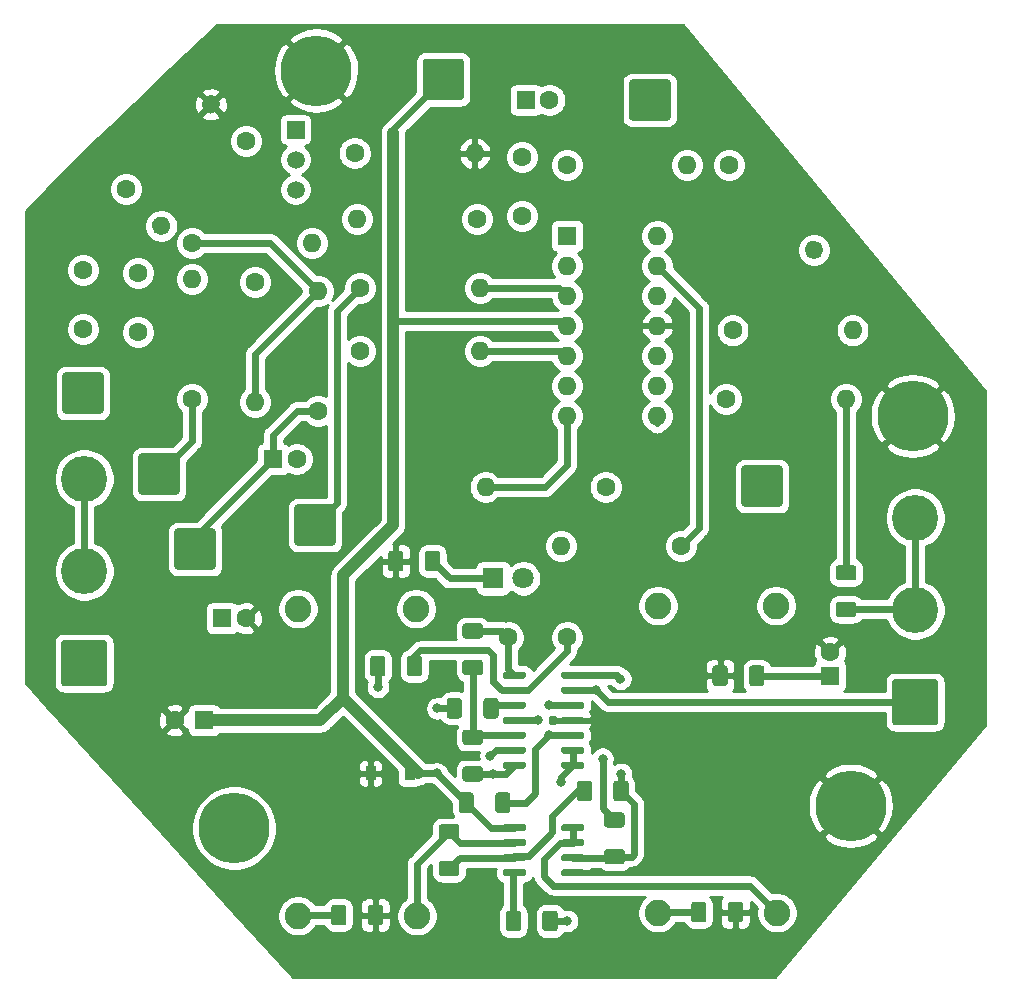
<source format=gbl>
%TF.GenerationSoftware,KiCad,Pcbnew,(5.1.12)-1*%
%TF.CreationDate,2022-05-06T09:07:05-07:00*%
%TF.ProjectId,HarmonicTremolo_V01,4861726d-6f6e-4696-9354-72656d6f6c6f,rev?*%
%TF.SameCoordinates,Original*%
%TF.FileFunction,Copper,L2,Bot*%
%TF.FilePolarity,Positive*%
%FSLAX46Y46*%
G04 Gerber Fmt 4.6, Leading zero omitted, Abs format (unit mm)*
G04 Created by KiCad (PCBNEW (5.1.12)-1) date 2022-05-06 09:07:05*
%MOMM*%
%LPD*%
G01*
G04 APERTURE LIST*
%TA.AperFunction,SMDPad,CuDef*%
%ADD10R,0.900000X1.200000*%
%TD*%
%TA.AperFunction,ComponentPad*%
%ADD11C,1.600000*%
%TD*%
%TA.AperFunction,ComponentPad*%
%ADD12R,1.600000X1.600000*%
%TD*%
%TA.AperFunction,ComponentPad*%
%ADD13C,3.900000*%
%TD*%
%TA.AperFunction,ComponentPad*%
%ADD14C,2.250000*%
%TD*%
%TA.AperFunction,ComponentPad*%
%ADD15R,1.800000X1.800000*%
%TD*%
%TA.AperFunction,ComponentPad*%
%ADD16C,1.800000*%
%TD*%
%TA.AperFunction,ComponentPad*%
%ADD17C,1.500000*%
%TD*%
%TA.AperFunction,ComponentPad*%
%ADD18R,1.500000X1.500000*%
%TD*%
%TA.AperFunction,ComponentPad*%
%ADD19O,1.600000X1.600000*%
%TD*%
%TA.AperFunction,ConnectorPad*%
%ADD20C,6.000000*%
%TD*%
%TA.AperFunction,ComponentPad*%
%ADD21C,3.400000*%
%TD*%
%TA.AperFunction,ViaPad*%
%ADD22C,0.800000*%
%TD*%
%TA.AperFunction,Conductor*%
%ADD23C,0.600000*%
%TD*%
%TA.AperFunction,Conductor*%
%ADD24C,1.000000*%
%TD*%
%TA.AperFunction,Conductor*%
%ADD25C,0.254000*%
%TD*%
%TA.AperFunction,Conductor*%
%ADD26C,0.100000*%
%TD*%
G04 APERTURE END LIST*
D10*
%TO.P,D1,2*%
%TO.N,GND*%
X157350000Y-131500000D03*
%TO.P,D1,1*%
%TO.N,+9V*%
X160650000Y-131500000D03*
%TD*%
%TO.P,R17,2*%
%TO.N,Net-(Intensity1-Pad2)*%
%TA.AperFunction,SMDPad,CuDef*%
G36*
G01*
X196986999Y-116978000D02*
X198237001Y-116978000D01*
G75*
G02*
X198487000Y-117227999I0J-249999D01*
G01*
X198487000Y-118028001D01*
G75*
G02*
X198237001Y-118278000I-249999J0D01*
G01*
X196986999Y-118278000D01*
G75*
G02*
X196737000Y-118028001I0J249999D01*
G01*
X196737000Y-117227999D01*
G75*
G02*
X196986999Y-116978000I249999J0D01*
G01*
G37*
%TD.AperFunction*%
%TO.P,R17,1*%
%TO.N,4.5V*%
%TA.AperFunction,SMDPad,CuDef*%
G36*
G01*
X196986999Y-113878000D02*
X198237001Y-113878000D01*
G75*
G02*
X198487000Y-114127999I0J-249999D01*
G01*
X198487000Y-114928001D01*
G75*
G02*
X198237001Y-115178000I-249999J0D01*
G01*
X196986999Y-115178000D01*
G75*
G02*
X196737000Y-114928001I0J249999D01*
G01*
X196737000Y-114127999D01*
G75*
G02*
X196986999Y-113878000I249999J0D01*
G01*
G37*
%TD.AperFunction*%
%TD*%
D11*
%TO.P,C2,1*%
%TO.N,Net-(C2-Pad1)*%
X170180000Y-84328000D03*
%TO.P,C2,2*%
%TO.N,Net-(C2-Pad2)*%
X170180000Y-79328000D03*
%TD*%
%TO.P,C8,1*%
%TO.N,Net-(C8-Pad1)*%
X137668000Y-89154000D03*
%TO.P,C8,2*%
%TO.N,High*%
X137668000Y-94154000D03*
%TD*%
%TO.P,C5,2*%
%TO.N,GND*%
X140756000Y-127000000D03*
D12*
%TO.P,C5,1*%
%TO.N,+9V*%
X143256000Y-127000000D03*
%TD*%
D13*
%TO.P,Intensity1,3*%
%TO.N,Net-(Intensity1-Pad2)*%
X203454000Y-109876000D03*
%TO.P,Intensity1,2*%
X203454000Y-117676000D03*
%TO.P,Intensity1,1*%
%TO.N,Net-(Intensity1-Pad1)*%
%TA.AperFunction,ComponentPad*%
G36*
G01*
X205153999Y-127426000D02*
X201754001Y-127426000D01*
G75*
G02*
X201504000Y-127175999I0J250001D01*
G01*
X201504000Y-123776001D01*
G75*
G02*
X201754001Y-123526000I250001J0D01*
G01*
X205153999Y-123526000D01*
G75*
G02*
X205404000Y-123776001I0J-250001D01*
G01*
X205404000Y-127175999D01*
G75*
G02*
X205153999Y-127426000I-250001J0D01*
G01*
G37*
%TD.AperFunction*%
%TD*%
%TO.P,Rate1,3*%
%TO.N,Net-(R21-Pad2)*%
X133096000Y-106574000D03*
%TO.P,Rate1,2*%
X133096000Y-114374000D03*
%TO.P,Rate1,1*%
%TO.N,Net-(R23-Pad1)*%
%TA.AperFunction,ComponentPad*%
G36*
G01*
X134795999Y-124124000D02*
X131396001Y-124124000D01*
G75*
G02*
X131146000Y-123873999I0J250001D01*
G01*
X131146000Y-120474001D01*
G75*
G02*
X131396001Y-120224000I250001J0D01*
G01*
X134795999Y-120224000D01*
G75*
G02*
X135046000Y-120474001I0J-250001D01*
G01*
X135046000Y-123873999D01*
G75*
G02*
X134795999Y-124124000I-250001J0D01*
G01*
G37*
%TD.AperFunction*%
%TD*%
D14*
%TO.P,U4,4*%
%TO.N,High*%
X191690000Y-117302000D03*
%TO.P,U4,3*%
%TO.N,ModH*%
X181690000Y-117302000D03*
%TO.P,U4,2*%
%TO.N,Net-(U3-Pad1)*%
X191770000Y-143302000D03*
%TO.P,U4,1*%
%TO.N,Net-(R25-Pad1)*%
X181690000Y-143302000D03*
%TD*%
%TO.P,U5,4*%
%TO.N,Low*%
X161210000Y-117556000D03*
%TO.P,U5,3*%
%TO.N,ModL*%
X151210000Y-117556000D03*
%TO.P,U5,2*%
%TO.N,Net-(R26-Pad2)*%
X161290000Y-143556000D03*
%TO.P,U5,1*%
%TO.N,Net-(R27-Pad1)*%
X151210000Y-143556000D03*
%TD*%
D11*
%TO.P,C1,2*%
%TO.N,Net-(C1-Pad2)*%
X133000000Y-93900000D03*
%TO.P,C1,1*%
%TO.N,Net-(C1-Pad1)*%
X133000000Y-88900000D03*
%TD*%
%TO.P,C3,2*%
%TO.N,Net-(C3-Pad2)*%
X172500000Y-74500000D03*
D12*
%TO.P,C3,1*%
%TO.N,Net-(C3-Pad1)*%
X170500000Y-74500000D03*
%TD*%
D11*
%TO.P,C4,1*%
%TO.N,Net-(C4-Pad1)*%
X169000000Y-120000000D03*
%TO.P,C4,2*%
%TO.N,Net-(C4-Pad2)*%
X174000000Y-120000000D03*
%TD*%
D12*
%TO.P,C6,1*%
%TO.N,4.5V*%
X144780000Y-118364000D03*
D11*
%TO.P,C6,2*%
%TO.N,GND*%
X146780000Y-118364000D03*
%TD*%
D12*
%TO.P,C7,1*%
%TO.N,Net-(C7-Pad1)*%
X196250000Y-123250000D03*
D11*
%TO.P,C7,2*%
%TO.N,GND*%
X196250000Y-121250000D03*
%TD*%
D15*
%TO.P,D2,1*%
%TO.N,Net-(D2-Pad1)*%
X167750000Y-115000000D03*
D16*
%TO.P,D2,2*%
%TO.N,Net-(D2-Pad2)*%
X170290000Y-115000000D03*
%TD*%
%TO.P,J1,1*%
%TO.N,Net-(J1-Pad1)*%
%TA.AperFunction,ComponentPad*%
G36*
G01*
X137696000Y-107671999D02*
X137696000Y-104672001D01*
G75*
G02*
X137946001Y-104422000I250001J0D01*
G01*
X140945999Y-104422000D01*
G75*
G02*
X141196000Y-104672001I0J-250001D01*
G01*
X141196000Y-107671999D01*
G75*
G02*
X140945999Y-107922000I-250001J0D01*
G01*
X137946001Y-107922000D01*
G75*
G02*
X137696000Y-107671999I0J250001D01*
G01*
G37*
%TD.AperFunction*%
%TD*%
%TO.P,J2,1*%
%TO.N,Net-(J2-Pad1)*%
%TA.AperFunction,ComponentPad*%
G36*
G01*
X150904000Y-111989999D02*
X150904000Y-108990001D01*
G75*
G02*
X151154001Y-108740000I250001J0D01*
G01*
X154153999Y-108740000D01*
G75*
G02*
X154404000Y-108990001I0J-250001D01*
G01*
X154404000Y-111989999D01*
G75*
G02*
X154153999Y-112240000I-250001J0D01*
G01*
X151154001Y-112240000D01*
G75*
G02*
X150904000Y-111989999I0J250001D01*
G01*
G37*
%TD.AperFunction*%
%TD*%
%TO.P,J3,1*%
%TO.N,Net-(J3-Pad1)*%
%TA.AperFunction,ComponentPad*%
G36*
G01*
X188750000Y-108687999D02*
X188750000Y-105688001D01*
G75*
G02*
X189000001Y-105438000I250001J0D01*
G01*
X191999999Y-105438000D01*
G75*
G02*
X192250000Y-105688001I0J-250001D01*
G01*
X192250000Y-108687999D01*
G75*
G02*
X191999999Y-108938000I-250001J0D01*
G01*
X189000001Y-108938000D01*
G75*
G02*
X188750000Y-108687999I0J250001D01*
G01*
G37*
%TD.AperFunction*%
%TD*%
%TO.P,J4,1*%
%TO.N,Net-(C9-Pad1)*%
%TA.AperFunction,ComponentPad*%
G36*
G01*
X140744000Y-114021999D02*
X140744000Y-111022001D01*
G75*
G02*
X140994001Y-110772000I250001J0D01*
G01*
X143993999Y-110772000D01*
G75*
G02*
X144244000Y-111022001I0J-250001D01*
G01*
X144244000Y-114021999D01*
G75*
G02*
X143993999Y-114272000I-250001J0D01*
G01*
X140994001Y-114272000D01*
G75*
G02*
X140744000Y-114021999I0J250001D01*
G01*
G37*
%TD.AperFunction*%
%TD*%
%TO.P,J5,1*%
%TO.N,Net-(C1-Pad2)*%
%TA.AperFunction,ComponentPad*%
G36*
G01*
X131250000Y-100813999D02*
X131250000Y-97814001D01*
G75*
G02*
X131500001Y-97564000I250001J0D01*
G01*
X134499999Y-97564000D01*
G75*
G02*
X134750000Y-97814001I0J-250001D01*
G01*
X134750000Y-100813999D01*
G75*
G02*
X134499999Y-101064000I-250001J0D01*
G01*
X131500001Y-101064000D01*
G75*
G02*
X131250000Y-100813999I0J250001D01*
G01*
G37*
%TD.AperFunction*%
%TD*%
%TO.P,J6,1*%
%TO.N,Net-(C3-Pad2)*%
%TA.AperFunction,ComponentPad*%
G36*
G01*
X179250000Y-75999999D02*
X179250000Y-73000001D01*
G75*
G02*
X179500001Y-72750000I250001J0D01*
G01*
X182499999Y-72750000D01*
G75*
G02*
X182750000Y-73000001I0J-250001D01*
G01*
X182750000Y-75999999D01*
G75*
G02*
X182499999Y-76250000I-250001J0D01*
G01*
X179500001Y-76250000D01*
G75*
G02*
X179250000Y-75999999I0J250001D01*
G01*
G37*
%TD.AperFunction*%
%TD*%
%TO.P,J7,1*%
%TO.N,+9V*%
%TA.AperFunction,ComponentPad*%
G36*
G01*
X161750000Y-74249999D02*
X161750000Y-71250001D01*
G75*
G02*
X162000001Y-71000000I250001J0D01*
G01*
X164999999Y-71000000D01*
G75*
G02*
X165250000Y-71250001I0J-250001D01*
G01*
X165250000Y-74249999D01*
G75*
G02*
X164999999Y-74500000I-250001J0D01*
G01*
X162000001Y-74500000D01*
G75*
G02*
X161750000Y-74249999I0J250001D01*
G01*
G37*
%TD.AperFunction*%
%TD*%
D17*
%TO.P,Q1,2*%
%TO.N,Net-(C2-Pad2)*%
X151000000Y-79540000D03*
%TO.P,Q1,3*%
%TO.N,Net-(C1-Pad1)*%
X151000000Y-82080000D03*
D18*
%TO.P,Q1,1*%
%TO.N,+9V*%
X151000000Y-77000000D03*
%TD*%
D19*
%TO.P,R1,2*%
%TO.N,Net-(R1-Pad2)*%
X152908000Y-90678000D03*
D11*
%TO.P,R1,1*%
%TO.N,Net-(C9-Pad1)*%
X152908000Y-100838000D03*
%TD*%
%TO.P,R2,2*%
%TO.N,Net-(C1-Pad1)*%
%TA.AperFunction,ComponentPad*%
G36*
G01*
X140193480Y-84596520D02*
X140193480Y-84596520D01*
G75*
G02*
X140193480Y-85727890I-565685J-565685D01*
G01*
X140193480Y-85727890D01*
G75*
G02*
X139062110Y-85727890I-565685J565685D01*
G01*
X139062110Y-85727890D01*
G75*
G02*
X139062110Y-84596520I565685J565685D01*
G01*
X139062110Y-84596520D01*
G75*
G02*
X140193480Y-84596520I565685J-565685D01*
G01*
G37*
%TD.AperFunction*%
%TO.P,R2,1*%
%TO.N,+9V*%
X146812000Y-77978000D03*
%TD*%
%TO.P,R3,1*%
%TO.N,Net-(C8-Pad1)*%
X147574000Y-89916000D03*
D19*
%TO.P,R3,2*%
%TO.N,Net-(R1-Pad2)*%
X147574000Y-100076000D03*
%TD*%
%TO.P,R4,2*%
%TO.N,ModL*%
X173482000Y-112268000D03*
D11*
%TO.P,R4,1*%
%TO.N,Net-(R4-Pad1)*%
X183642000Y-112268000D03*
%TD*%
%TO.P,R5,1*%
%TO.N,Net-(C3-Pad1)*%
X173990000Y-80010000D03*
D19*
%TO.P,R5,2*%
%TO.N,Net-(R4-Pad1)*%
X184150000Y-80010000D03*
%TD*%
%TO.P,R6,2*%
%TO.N,Net-(C2-Pad1)*%
X152400000Y-86614000D03*
D11*
%TO.P,R6,1*%
%TO.N,Net-(R1-Pad2)*%
X142240000Y-86614000D03*
%TD*%
D19*
%TO.P,R7,2*%
%TO.N,Net-(C8-Pad1)*%
X142240000Y-89662000D03*
D11*
%TO.P,R7,1*%
%TO.N,Net-(J1-Pad1)*%
X142240000Y-99822000D03*
%TD*%
D19*
%TO.P,R8,2*%
%TO.N,Net-(J2-Pad1)*%
X167090000Y-107250000D03*
D11*
%TO.P,R8,1*%
%TO.N,Net-(J3-Pad1)*%
X177250000Y-107250000D03*
%TD*%
%TO.P,R9,1*%
%TO.N,Net-(R4-Pad1)*%
X187706000Y-80010000D03*
%TO.P,R9,2*%
%TO.N,ModH*%
%TA.AperFunction,ComponentPad*%
G36*
G01*
X194324520Y-86628520D02*
X194324520Y-86628520D01*
G75*
G02*
X195455890Y-86628520I565685J-565685D01*
G01*
X195455890Y-86628520D01*
G75*
G02*
X195455890Y-87759890I-565685J-565685D01*
G01*
X195455890Y-87759890D01*
G75*
G02*
X194324520Y-87759890I-565685J565685D01*
G01*
X194324520Y-87759890D01*
G75*
G02*
X194324520Y-86628520I565685J565685D01*
G01*
G37*
%TD.AperFunction*%
%TD*%
%TO.P,R10,1*%
%TO.N,Net-(C1-Pad1)*%
X136652000Y-82042000D03*
%TO.P,R10,2*%
%TO.N,GND*%
%TA.AperFunction,ComponentPad*%
G36*
G01*
X143270520Y-75423480D02*
X143270520Y-75423480D01*
G75*
G02*
X143270520Y-74292110I565685J565685D01*
G01*
X143270520Y-74292110D01*
G75*
G02*
X144401890Y-74292110I565685J-565685D01*
G01*
X144401890Y-74292110D01*
G75*
G02*
X144401890Y-75423480I-565685J-565685D01*
G01*
X144401890Y-75423480D01*
G75*
G02*
X143270520Y-75423480I-565685J565685D01*
G01*
G37*
%TD.AperFunction*%
%TD*%
D19*
%TO.P,R11,2*%
%TO.N,GND*%
X166160000Y-79000000D03*
D11*
%TO.P,R11,1*%
%TO.N,Net-(C2-Pad2)*%
X156000000Y-79000000D03*
%TD*%
D19*
%TO.P,R12,2*%
%TO.N,4.5V*%
X198160000Y-94000000D03*
D11*
%TO.P,R12,1*%
%TO.N,Net-(R12-Pad1)*%
X188000000Y-94000000D03*
%TD*%
%TO.P,R13,1*%
%TO.N,Net-(C2-Pad1)*%
X166370000Y-84582000D03*
D19*
%TO.P,R13,2*%
%TO.N,4.5V*%
X156210000Y-84582000D03*
%TD*%
D11*
%TO.P,R14,1*%
%TO.N,4.5V*%
X156464000Y-95758000D03*
D19*
%TO.P,R14,2*%
%TO.N,Net-(R14-Pad2)*%
X166624000Y-95758000D03*
%TD*%
D11*
%TO.P,R15,1*%
%TO.N,Net-(R15-Pad1)*%
X187452000Y-99822000D03*
D19*
%TO.P,R15,2*%
%TO.N,4.5V*%
X197612000Y-99822000D03*
%TD*%
D11*
%TO.P,R16,1*%
%TO.N,Net-(J2-Pad1)*%
X156464000Y-90424000D03*
D19*
%TO.P,R16,2*%
%TO.N,Net-(R16-Pad2)*%
X166624000Y-90424000D03*
%TD*%
%TO.P,R18,2*%
%TO.N,Net-(R18-Pad2)*%
%TA.AperFunction,SMDPad,CuDef*%
G36*
G01*
X165374999Y-121900000D02*
X166625001Y-121900000D01*
G75*
G02*
X166875000Y-122149999I0J-249999D01*
G01*
X166875000Y-122950001D01*
G75*
G02*
X166625001Y-123200000I-249999J0D01*
G01*
X165374999Y-123200000D01*
G75*
G02*
X165125000Y-122950001I0J249999D01*
G01*
X165125000Y-122149999D01*
G75*
G02*
X165374999Y-121900000I249999J0D01*
G01*
G37*
%TD.AperFunction*%
%TO.P,R18,1*%
%TO.N,Net-(C4-Pad1)*%
%TA.AperFunction,SMDPad,CuDef*%
G36*
G01*
X165374999Y-118800000D02*
X166625001Y-118800000D01*
G75*
G02*
X166875000Y-119049999I0J-249999D01*
G01*
X166875000Y-119850001D01*
G75*
G02*
X166625001Y-120100000I-249999J0D01*
G01*
X165374999Y-120100000D01*
G75*
G02*
X165125000Y-119850001I0J249999D01*
G01*
X165125000Y-119049999D01*
G75*
G02*
X165374999Y-118800000I249999J0D01*
G01*
G37*
%TD.AperFunction*%
%TD*%
%TO.P,R19,1*%
%TO.N,+9V*%
%TA.AperFunction,SMDPad,CuDef*%
G36*
G01*
X164800000Y-134625001D02*
X164800000Y-133374999D01*
G75*
G02*
X165049999Y-133125000I249999J0D01*
G01*
X165850001Y-133125000D01*
G75*
G02*
X166100000Y-133374999I0J-249999D01*
G01*
X166100000Y-134625001D01*
G75*
G02*
X165850001Y-134875000I-249999J0D01*
G01*
X165049999Y-134875000D01*
G75*
G02*
X164800000Y-134625001I0J249999D01*
G01*
G37*
%TD.AperFunction*%
%TO.P,R19,2*%
%TO.N,Net-(C7-Pad1)*%
%TA.AperFunction,SMDPad,CuDef*%
G36*
G01*
X167900000Y-134625001D02*
X167900000Y-133374999D01*
G75*
G02*
X168149999Y-133125000I249999J0D01*
G01*
X168950001Y-133125000D01*
G75*
G02*
X169200000Y-133374999I0J-249999D01*
G01*
X169200000Y-134625001D01*
G75*
G02*
X168950001Y-134875000I-249999J0D01*
G01*
X168149999Y-134875000D01*
G75*
G02*
X167900000Y-134625001I0J249999D01*
G01*
G37*
%TD.AperFunction*%
%TD*%
%TO.P,R20,2*%
%TO.N,Net-(Intensity1-Pad1)*%
%TA.AperFunction,SMDPad,CuDef*%
G36*
G01*
X178625001Y-136100000D02*
X177374999Y-136100000D01*
G75*
G02*
X177125000Y-135850001I0J249999D01*
G01*
X177125000Y-135049999D01*
G75*
G02*
X177374999Y-134800000I249999J0D01*
G01*
X178625001Y-134800000D01*
G75*
G02*
X178875000Y-135049999I0J-249999D01*
G01*
X178875000Y-135850001D01*
G75*
G02*
X178625001Y-136100000I-249999J0D01*
G01*
G37*
%TD.AperFunction*%
%TO.P,R20,1*%
%TO.N,Net-(D2-Pad2)*%
%TA.AperFunction,SMDPad,CuDef*%
G36*
G01*
X178625001Y-139200000D02*
X177374999Y-139200000D01*
G75*
G02*
X177125000Y-138950001I0J249999D01*
G01*
X177125000Y-138149999D01*
G75*
G02*
X177374999Y-137900000I249999J0D01*
G01*
X178625001Y-137900000D01*
G75*
G02*
X178875000Y-138149999I0J-249999D01*
G01*
X178875000Y-138950001D01*
G75*
G02*
X178625001Y-139200000I-249999J0D01*
G01*
G37*
%TD.AperFunction*%
%TD*%
%TO.P,R21,1*%
%TO.N,Net-(C4-Pad2)*%
%TA.AperFunction,SMDPad,CuDef*%
G36*
G01*
X161712000Y-121802999D02*
X161712000Y-123053001D01*
G75*
G02*
X161462001Y-123303000I-249999J0D01*
G01*
X160661999Y-123303000D01*
G75*
G02*
X160412000Y-123053001I0J249999D01*
G01*
X160412000Y-121802999D01*
G75*
G02*
X160661999Y-121553000I249999J0D01*
G01*
X161462001Y-121553000D01*
G75*
G02*
X161712000Y-121802999I0J-249999D01*
G01*
G37*
%TD.AperFunction*%
%TO.P,R21,2*%
%TO.N,Net-(R21-Pad2)*%
%TA.AperFunction,SMDPad,CuDef*%
G36*
G01*
X158612000Y-121802999D02*
X158612000Y-123053001D01*
G75*
G02*
X158362001Y-123303000I-249999J0D01*
G01*
X157561999Y-123303000D01*
G75*
G02*
X157312000Y-123053001I0J249999D01*
G01*
X157312000Y-121802999D01*
G75*
G02*
X157561999Y-121553000I249999J0D01*
G01*
X158362001Y-121553000D01*
G75*
G02*
X158612000Y-121802999I0J-249999D01*
G01*
G37*
%TD.AperFunction*%
%TD*%
%TO.P,R22,1*%
%TO.N,Net-(C7-Pad1)*%
%TA.AperFunction,SMDPad,CuDef*%
G36*
G01*
X190700000Y-122624999D02*
X190700000Y-123875001D01*
G75*
G02*
X190450001Y-124125000I-249999J0D01*
G01*
X189649999Y-124125000D01*
G75*
G02*
X189400000Y-123875001I0J249999D01*
G01*
X189400000Y-122624999D01*
G75*
G02*
X189649999Y-122375000I249999J0D01*
G01*
X190450001Y-122375000D01*
G75*
G02*
X190700000Y-122624999I0J-249999D01*
G01*
G37*
%TD.AperFunction*%
%TO.P,R22,2*%
%TO.N,GND*%
%TA.AperFunction,SMDPad,CuDef*%
G36*
G01*
X187600000Y-122624999D02*
X187600000Y-123875001D01*
G75*
G02*
X187350001Y-124125000I-249999J0D01*
G01*
X186549999Y-124125000D01*
G75*
G02*
X186300000Y-123875001I0J249999D01*
G01*
X186300000Y-122624999D01*
G75*
G02*
X186549999Y-122375000I249999J0D01*
G01*
X187350001Y-122375000D01*
G75*
G02*
X187600000Y-122624999I0J-249999D01*
G01*
G37*
%TD.AperFunction*%
%TD*%
%TO.P,R23,1*%
%TO.N,Net-(R23-Pad1)*%
%TA.AperFunction,SMDPad,CuDef*%
G36*
G01*
X166625001Y-132200000D02*
X165374999Y-132200000D01*
G75*
G02*
X165125000Y-131950001I0J249999D01*
G01*
X165125000Y-131149999D01*
G75*
G02*
X165374999Y-130900000I249999J0D01*
G01*
X166625001Y-130900000D01*
G75*
G02*
X166875000Y-131149999I0J-249999D01*
G01*
X166875000Y-131950001D01*
G75*
G02*
X166625001Y-132200000I-249999J0D01*
G01*
G37*
%TD.AperFunction*%
%TO.P,R23,2*%
%TO.N,Net-(R18-Pad2)*%
%TA.AperFunction,SMDPad,CuDef*%
G36*
G01*
X166625001Y-129100000D02*
X165374999Y-129100000D01*
G75*
G02*
X165125000Y-128850001I0J249999D01*
G01*
X165125000Y-128049999D01*
G75*
G02*
X165374999Y-127800000I249999J0D01*
G01*
X166625001Y-127800000D01*
G75*
G02*
X166875000Y-128049999I0J-249999D01*
G01*
X166875000Y-128850001D01*
G75*
G02*
X166625001Y-129100000I-249999J0D01*
G01*
G37*
%TD.AperFunction*%
%TD*%
%TO.P,R24,1*%
%TO.N,Net-(R24-Pad1)*%
%TA.AperFunction,SMDPad,CuDef*%
G36*
G01*
X168200000Y-125374999D02*
X168200000Y-126625001D01*
G75*
G02*
X167950001Y-126875000I-249999J0D01*
G01*
X167149999Y-126875000D01*
G75*
G02*
X166900000Y-126625001I0J249999D01*
G01*
X166900000Y-125374999D01*
G75*
G02*
X167149999Y-125125000I249999J0D01*
G01*
X167950001Y-125125000D01*
G75*
G02*
X168200000Y-125374999I0J-249999D01*
G01*
G37*
%TD.AperFunction*%
%TO.P,R24,2*%
%TO.N,4.5V*%
%TA.AperFunction,SMDPad,CuDef*%
G36*
G01*
X165100000Y-125374999D02*
X165100000Y-126625001D01*
G75*
G02*
X164850001Y-126875000I-249999J0D01*
G01*
X164049999Y-126875000D01*
G75*
G02*
X163800000Y-126625001I0J249999D01*
G01*
X163800000Y-125374999D01*
G75*
G02*
X164049999Y-125125000I249999J0D01*
G01*
X164850001Y-125125000D01*
G75*
G02*
X165100000Y-125374999I0J-249999D01*
G01*
G37*
%TD.AperFunction*%
%TD*%
%TO.P,R25,2*%
%TO.N,GND*%
%TA.AperFunction,SMDPad,CuDef*%
G36*
G01*
X187590000Y-143881001D02*
X187590000Y-142630999D01*
G75*
G02*
X187839999Y-142381000I249999J0D01*
G01*
X188640001Y-142381000D01*
G75*
G02*
X188890000Y-142630999I0J-249999D01*
G01*
X188890000Y-143881001D01*
G75*
G02*
X188640001Y-144131000I-249999J0D01*
G01*
X187839999Y-144131000D01*
G75*
G02*
X187590000Y-143881001I0J249999D01*
G01*
G37*
%TD.AperFunction*%
%TO.P,R25,1*%
%TO.N,Net-(R25-Pad1)*%
%TA.AperFunction,SMDPad,CuDef*%
G36*
G01*
X184490000Y-143881001D02*
X184490000Y-142630999D01*
G75*
G02*
X184739999Y-142381000I249999J0D01*
G01*
X185540001Y-142381000D01*
G75*
G02*
X185790000Y-142630999I0J-249999D01*
G01*
X185790000Y-143881001D01*
G75*
G02*
X185540001Y-144131000I-249999J0D01*
G01*
X184739999Y-144131000D01*
G75*
G02*
X184490000Y-143881001I0J249999D01*
G01*
G37*
%TD.AperFunction*%
%TD*%
%TO.P,R26,1*%
%TO.N,Net-(R26-Pad1)*%
%TA.AperFunction,SMDPad,CuDef*%
G36*
G01*
X164625001Y-140200000D02*
X163374999Y-140200000D01*
G75*
G02*
X163125000Y-139950001I0J249999D01*
G01*
X163125000Y-139149999D01*
G75*
G02*
X163374999Y-138900000I249999J0D01*
G01*
X164625001Y-138900000D01*
G75*
G02*
X164875000Y-139149999I0J-249999D01*
G01*
X164875000Y-139950001D01*
G75*
G02*
X164625001Y-140200000I-249999J0D01*
G01*
G37*
%TD.AperFunction*%
%TO.P,R26,2*%
%TO.N,Net-(R26-Pad2)*%
%TA.AperFunction,SMDPad,CuDef*%
G36*
G01*
X164625001Y-137100000D02*
X163374999Y-137100000D01*
G75*
G02*
X163125000Y-136850001I0J249999D01*
G01*
X163125000Y-136049999D01*
G75*
G02*
X163374999Y-135800000I249999J0D01*
G01*
X164625001Y-135800000D01*
G75*
G02*
X164875000Y-136049999I0J-249999D01*
G01*
X164875000Y-136850001D01*
G75*
G02*
X164625001Y-137100000I-249999J0D01*
G01*
G37*
%TD.AperFunction*%
%TD*%
%TO.P,R27,2*%
%TO.N,GND*%
%TA.AperFunction,SMDPad,CuDef*%
G36*
G01*
X157110000Y-144135001D02*
X157110000Y-142884999D01*
G75*
G02*
X157359999Y-142635000I249999J0D01*
G01*
X158160001Y-142635000D01*
G75*
G02*
X158410000Y-142884999I0J-249999D01*
G01*
X158410000Y-144135001D01*
G75*
G02*
X158160001Y-144385000I-249999J0D01*
G01*
X157359999Y-144385000D01*
G75*
G02*
X157110000Y-144135001I0J249999D01*
G01*
G37*
%TD.AperFunction*%
%TO.P,R27,1*%
%TO.N,Net-(R27-Pad1)*%
%TA.AperFunction,SMDPad,CuDef*%
G36*
G01*
X154010000Y-144135001D02*
X154010000Y-142884999D01*
G75*
G02*
X154259999Y-142635000I249999J0D01*
G01*
X155060001Y-142635000D01*
G75*
G02*
X155310000Y-142884999I0J-249999D01*
G01*
X155310000Y-144135001D01*
G75*
G02*
X155060001Y-144385000I-249999J0D01*
G01*
X154259999Y-144385000D01*
G75*
G02*
X154010000Y-144135001I0J249999D01*
G01*
G37*
%TD.AperFunction*%
%TD*%
%TO.P,R28,2*%
%TO.N,Net-(R26-Pad1)*%
%TA.AperFunction,SMDPad,CuDef*%
G36*
G01*
X176100000Y-132374999D02*
X176100000Y-133625001D01*
G75*
G02*
X175850001Y-133875000I-249999J0D01*
G01*
X175049999Y-133875000D01*
G75*
G02*
X174800000Y-133625001I0J249999D01*
G01*
X174800000Y-132374999D01*
G75*
G02*
X175049999Y-132125000I249999J0D01*
G01*
X175850001Y-132125000D01*
G75*
G02*
X176100000Y-132374999I0J-249999D01*
G01*
G37*
%TD.AperFunction*%
%TO.P,R28,1*%
%TO.N,Net-(D2-Pad2)*%
%TA.AperFunction,SMDPad,CuDef*%
G36*
G01*
X179200000Y-132374999D02*
X179200000Y-133625001D01*
G75*
G02*
X178950001Y-133875000I-249999J0D01*
G01*
X178149999Y-133875000D01*
G75*
G02*
X177900000Y-133625001I0J249999D01*
G01*
X177900000Y-132374999D01*
G75*
G02*
X178149999Y-132125000I249999J0D01*
G01*
X178950001Y-132125000D01*
G75*
G02*
X179200000Y-132374999I0J-249999D01*
G01*
G37*
%TD.AperFunction*%
%TD*%
%TO.P,R29,2*%
%TO.N,Net-(R29-Pad2)*%
%TA.AperFunction,SMDPad,CuDef*%
G36*
G01*
X170100000Y-143374999D02*
X170100000Y-144625001D01*
G75*
G02*
X169850001Y-144875000I-249999J0D01*
G01*
X169049999Y-144875000D01*
G75*
G02*
X168800000Y-144625001I0J249999D01*
G01*
X168800000Y-143374999D01*
G75*
G02*
X169049999Y-143125000I249999J0D01*
G01*
X169850001Y-143125000D01*
G75*
G02*
X170100000Y-143374999I0J-249999D01*
G01*
G37*
%TD.AperFunction*%
%TO.P,R29,1*%
%TO.N,4.5V*%
%TA.AperFunction,SMDPad,CuDef*%
G36*
G01*
X173200000Y-143374999D02*
X173200000Y-144625001D01*
G75*
G02*
X172950001Y-144875000I-249999J0D01*
G01*
X172149999Y-144875000D01*
G75*
G02*
X171900000Y-144625001I0J249999D01*
G01*
X171900000Y-143374999D01*
G75*
G02*
X172149999Y-143125000I249999J0D01*
G01*
X172950001Y-143125000D01*
G75*
G02*
X173200000Y-143374999I0J-249999D01*
G01*
G37*
%TD.AperFunction*%
%TD*%
%TO.P,R30,1*%
%TO.N,Net-(D2-Pad1)*%
%TA.AperFunction,SMDPad,CuDef*%
G36*
G01*
X163236000Y-112912999D02*
X163236000Y-114163001D01*
G75*
G02*
X162986001Y-114413000I-249999J0D01*
G01*
X162185999Y-114413000D01*
G75*
G02*
X161936000Y-114163001I0J249999D01*
G01*
X161936000Y-112912999D01*
G75*
G02*
X162185999Y-112663000I249999J0D01*
G01*
X162986001Y-112663000D01*
G75*
G02*
X163236000Y-112912999I0J-249999D01*
G01*
G37*
%TD.AperFunction*%
%TO.P,R30,2*%
%TO.N,GND*%
%TA.AperFunction,SMDPad,CuDef*%
G36*
G01*
X160136000Y-112912999D02*
X160136000Y-114163001D01*
G75*
G02*
X159886001Y-114413000I-249999J0D01*
G01*
X159085999Y-114413000D01*
G75*
G02*
X158836000Y-114163001I0J249999D01*
G01*
X158836000Y-112912999D01*
G75*
G02*
X159085999Y-112663000I249999J0D01*
G01*
X159886001Y-112663000D01*
G75*
G02*
X160136000Y-112912999I0J-249999D01*
G01*
G37*
%TD.AperFunction*%
%TD*%
D12*
%TO.P,U1,1*%
%TO.N,Net-(C8-Pad1)*%
X174000000Y-86000000D03*
D19*
%TO.P,U1,8*%
%TO.N,Net-(C9-Pad1)*%
X181620000Y-101240000D03*
%TO.P,U1,2*%
%TO.N,Net-(R1-Pad2)*%
X174000000Y-88540000D03*
%TO.P,U1,9*%
%TO.N,Net-(J3-Pad1)*%
X181620000Y-98700000D03*
%TO.P,U1,3*%
%TO.N,Net-(R16-Pad2)*%
X174000000Y-91080000D03*
%TO.P,U1,10*%
%TO.N,Net-(R15-Pad1)*%
X181620000Y-96160000D03*
%TO.P,U1,4*%
%TO.N,+9V*%
X174000000Y-93620000D03*
%TO.P,U1,11*%
%TO.N,GND*%
X181620000Y-93620000D03*
%TO.P,U1,5*%
%TO.N,Net-(R14-Pad2)*%
X174000000Y-96160000D03*
%TO.P,U1,12*%
%TO.N,Net-(R12-Pad1)*%
X181620000Y-91080000D03*
%TO.P,U1,6*%
%TO.N,Net-(J1-Pad1)*%
X174000000Y-98700000D03*
%TO.P,U1,13*%
%TO.N,Net-(R4-Pad1)*%
X181620000Y-88540000D03*
%TO.P,U1,7*%
%TO.N,Net-(J2-Pad1)*%
X174000000Y-101240000D03*
%TO.P,U1,14*%
%TO.N,Net-(C3-Pad1)*%
X181620000Y-86000000D03*
%TD*%
%TO.P,U2,1*%
%TO.N,Net-(R23-Pad1)*%
%TA.AperFunction,SMDPad,CuDef*%
G36*
G01*
X168550000Y-130960000D02*
X168550000Y-130660000D01*
G75*
G02*
X168700000Y-130510000I150000J0D01*
G01*
X170350000Y-130510000D01*
G75*
G02*
X170500000Y-130660000I0J-150000D01*
G01*
X170500000Y-130960000D01*
G75*
G02*
X170350000Y-131110000I-150000J0D01*
G01*
X168700000Y-131110000D01*
G75*
G02*
X168550000Y-130960000I0J150000D01*
G01*
G37*
%TD.AperFunction*%
%TO.P,U2,2*%
%TO.N,4.5V*%
%TA.AperFunction,SMDPad,CuDef*%
G36*
G01*
X168550000Y-129690000D02*
X168550000Y-129390000D01*
G75*
G02*
X168700000Y-129240000I150000J0D01*
G01*
X170350000Y-129240000D01*
G75*
G02*
X170500000Y-129390000I0J-150000D01*
G01*
X170500000Y-129690000D01*
G75*
G02*
X170350000Y-129840000I-150000J0D01*
G01*
X168700000Y-129840000D01*
G75*
G02*
X168550000Y-129690000I0J150000D01*
G01*
G37*
%TD.AperFunction*%
%TO.P,U2,3*%
%TO.N,Net-(R18-Pad2)*%
%TA.AperFunction,SMDPad,CuDef*%
G36*
G01*
X168550000Y-128420000D02*
X168550000Y-128120000D01*
G75*
G02*
X168700000Y-127970000I150000J0D01*
G01*
X170350000Y-127970000D01*
G75*
G02*
X170500000Y-128120000I0J-150000D01*
G01*
X170500000Y-128420000D01*
G75*
G02*
X170350000Y-128570000I-150000J0D01*
G01*
X168700000Y-128570000D01*
G75*
G02*
X168550000Y-128420000I0J150000D01*
G01*
G37*
%TD.AperFunction*%
%TO.P,U2,4*%
%TO.N,+9V*%
%TA.AperFunction,SMDPad,CuDef*%
G36*
G01*
X168550000Y-127150000D02*
X168550000Y-126850000D01*
G75*
G02*
X168700000Y-126700000I150000J0D01*
G01*
X170350000Y-126700000D01*
G75*
G02*
X170500000Y-126850000I0J-150000D01*
G01*
X170500000Y-127150000D01*
G75*
G02*
X170350000Y-127300000I-150000J0D01*
G01*
X168700000Y-127300000D01*
G75*
G02*
X168550000Y-127150000I0J150000D01*
G01*
G37*
%TD.AperFunction*%
%TO.P,U2,5*%
%TO.N,Net-(R24-Pad1)*%
%TA.AperFunction,SMDPad,CuDef*%
G36*
G01*
X168550000Y-125880000D02*
X168550000Y-125580000D01*
G75*
G02*
X168700000Y-125430000I150000J0D01*
G01*
X170350000Y-125430000D01*
G75*
G02*
X170500000Y-125580000I0J-150000D01*
G01*
X170500000Y-125880000D01*
G75*
G02*
X170350000Y-126030000I-150000J0D01*
G01*
X168700000Y-126030000D01*
G75*
G02*
X168550000Y-125880000I0J150000D01*
G01*
G37*
%TD.AperFunction*%
%TO.P,U2,6*%
%TO.N,Net-(C4-Pad2)*%
%TA.AperFunction,SMDPad,CuDef*%
G36*
G01*
X168550000Y-124610000D02*
X168550000Y-124310000D01*
G75*
G02*
X168700000Y-124160000I150000J0D01*
G01*
X170350000Y-124160000D01*
G75*
G02*
X170500000Y-124310000I0J-150000D01*
G01*
X170500000Y-124610000D01*
G75*
G02*
X170350000Y-124760000I-150000J0D01*
G01*
X168700000Y-124760000D01*
G75*
G02*
X168550000Y-124610000I0J150000D01*
G01*
G37*
%TD.AperFunction*%
%TO.P,U2,7*%
%TO.N,Net-(C4-Pad1)*%
%TA.AperFunction,SMDPad,CuDef*%
G36*
G01*
X168550000Y-123340000D02*
X168550000Y-123040000D01*
G75*
G02*
X168700000Y-122890000I150000J0D01*
G01*
X170350000Y-122890000D01*
G75*
G02*
X170500000Y-123040000I0J-150000D01*
G01*
X170500000Y-123340000D01*
G75*
G02*
X170350000Y-123490000I-150000J0D01*
G01*
X168700000Y-123490000D01*
G75*
G02*
X168550000Y-123340000I0J150000D01*
G01*
G37*
%TD.AperFunction*%
%TO.P,U2,8*%
%TO.N,Net-(D2-Pad2)*%
%TA.AperFunction,SMDPad,CuDef*%
G36*
G01*
X173500000Y-123340000D02*
X173500000Y-123040000D01*
G75*
G02*
X173650000Y-122890000I150000J0D01*
G01*
X175300000Y-122890000D01*
G75*
G02*
X175450000Y-123040000I0J-150000D01*
G01*
X175450000Y-123340000D01*
G75*
G02*
X175300000Y-123490000I-150000J0D01*
G01*
X173650000Y-123490000D01*
G75*
G02*
X173500000Y-123340000I0J150000D01*
G01*
G37*
%TD.AperFunction*%
%TO.P,U2,9*%
%TO.N,Net-(Intensity1-Pad1)*%
%TA.AperFunction,SMDPad,CuDef*%
G36*
G01*
X173500000Y-124610000D02*
X173500000Y-124310000D01*
G75*
G02*
X173650000Y-124160000I150000J0D01*
G01*
X175300000Y-124160000D01*
G75*
G02*
X175450000Y-124310000I0J-150000D01*
G01*
X175450000Y-124610000D01*
G75*
G02*
X175300000Y-124760000I-150000J0D01*
G01*
X173650000Y-124760000D01*
G75*
G02*
X173500000Y-124610000I0J150000D01*
G01*
G37*
%TD.AperFunction*%
%TO.P,U2,10*%
%TO.N,Net-(C4-Pad1)*%
%TA.AperFunction,SMDPad,CuDef*%
G36*
G01*
X173500000Y-125880000D02*
X173500000Y-125580000D01*
G75*
G02*
X173650000Y-125430000I150000J0D01*
G01*
X175300000Y-125430000D01*
G75*
G02*
X175450000Y-125580000I0J-150000D01*
G01*
X175450000Y-125880000D01*
G75*
G02*
X175300000Y-126030000I-150000J0D01*
G01*
X173650000Y-126030000D01*
G75*
G02*
X173500000Y-125880000I0J150000D01*
G01*
G37*
%TD.AperFunction*%
%TO.P,U2,11*%
%TO.N,GND*%
%TA.AperFunction,SMDPad,CuDef*%
G36*
G01*
X173500000Y-127150000D02*
X173500000Y-126850000D01*
G75*
G02*
X173650000Y-126700000I150000J0D01*
G01*
X175300000Y-126700000D01*
G75*
G02*
X175450000Y-126850000I0J-150000D01*
G01*
X175450000Y-127150000D01*
G75*
G02*
X175300000Y-127300000I-150000J0D01*
G01*
X173650000Y-127300000D01*
G75*
G02*
X173500000Y-127150000I0J150000D01*
G01*
G37*
%TD.AperFunction*%
%TO.P,U2,12*%
%TO.N,Net-(C7-Pad1)*%
%TA.AperFunction,SMDPad,CuDef*%
G36*
G01*
X173500000Y-128420000D02*
X173500000Y-128120000D01*
G75*
G02*
X173650000Y-127970000I150000J0D01*
G01*
X175300000Y-127970000D01*
G75*
G02*
X175450000Y-128120000I0J-150000D01*
G01*
X175450000Y-128420000D01*
G75*
G02*
X175300000Y-128570000I-150000J0D01*
G01*
X173650000Y-128570000D01*
G75*
G02*
X173500000Y-128420000I0J150000D01*
G01*
G37*
%TD.AperFunction*%
%TO.P,U2,13*%
%TO.N,4.5V*%
%TA.AperFunction,SMDPad,CuDef*%
G36*
G01*
X173500000Y-129690000D02*
X173500000Y-129390000D01*
G75*
G02*
X173650000Y-129240000I150000J0D01*
G01*
X175300000Y-129240000D01*
G75*
G02*
X175450000Y-129390000I0J-150000D01*
G01*
X175450000Y-129690000D01*
G75*
G02*
X175300000Y-129840000I-150000J0D01*
G01*
X173650000Y-129840000D01*
G75*
G02*
X173500000Y-129690000I0J150000D01*
G01*
G37*
%TD.AperFunction*%
%TO.P,U2,14*%
%TA.AperFunction,SMDPad,CuDef*%
G36*
G01*
X173500000Y-130960000D02*
X173500000Y-130660000D01*
G75*
G02*
X173650000Y-130510000I150000J0D01*
G01*
X175300000Y-130510000D01*
G75*
G02*
X175450000Y-130660000I0J-150000D01*
G01*
X175450000Y-130960000D01*
G75*
G02*
X175300000Y-131110000I-150000J0D01*
G01*
X173650000Y-131110000D01*
G75*
G02*
X173500000Y-130960000I0J150000D01*
G01*
G37*
%TD.AperFunction*%
%TD*%
%TO.P,U3,1*%
%TO.N,Net-(U3-Pad1)*%
%TA.AperFunction,SMDPad,CuDef*%
G36*
G01*
X175450000Y-135945000D02*
X175450000Y-136245000D01*
G75*
G02*
X175300000Y-136395000I-150000J0D01*
G01*
X173650000Y-136395000D01*
G75*
G02*
X173500000Y-136245000I0J150000D01*
G01*
X173500000Y-135945000D01*
G75*
G02*
X173650000Y-135795000I150000J0D01*
G01*
X175300000Y-135795000D01*
G75*
G02*
X175450000Y-135945000I0J-150000D01*
G01*
G37*
%TD.AperFunction*%
%TO.P,U3,2*%
%TA.AperFunction,SMDPad,CuDef*%
G36*
G01*
X175450000Y-137215000D02*
X175450000Y-137515000D01*
G75*
G02*
X175300000Y-137665000I-150000J0D01*
G01*
X173650000Y-137665000D01*
G75*
G02*
X173500000Y-137515000I0J150000D01*
G01*
X173500000Y-137215000D01*
G75*
G02*
X173650000Y-137065000I150000J0D01*
G01*
X175300000Y-137065000D01*
G75*
G02*
X175450000Y-137215000I0J-150000D01*
G01*
G37*
%TD.AperFunction*%
%TO.P,U3,3*%
%TO.N,Net-(D2-Pad2)*%
%TA.AperFunction,SMDPad,CuDef*%
G36*
G01*
X175450000Y-138485000D02*
X175450000Y-138785000D01*
G75*
G02*
X175300000Y-138935000I-150000J0D01*
G01*
X173650000Y-138935000D01*
G75*
G02*
X173500000Y-138785000I0J150000D01*
G01*
X173500000Y-138485000D01*
G75*
G02*
X173650000Y-138335000I150000J0D01*
G01*
X175300000Y-138335000D01*
G75*
G02*
X175450000Y-138485000I0J-150000D01*
G01*
G37*
%TD.AperFunction*%
%TO.P,U3,4*%
%TO.N,GND*%
%TA.AperFunction,SMDPad,CuDef*%
G36*
G01*
X175450000Y-139755000D02*
X175450000Y-140055000D01*
G75*
G02*
X175300000Y-140205000I-150000J0D01*
G01*
X173650000Y-140205000D01*
G75*
G02*
X173500000Y-140055000I0J150000D01*
G01*
X173500000Y-139755000D01*
G75*
G02*
X173650000Y-139605000I150000J0D01*
G01*
X175300000Y-139605000D01*
G75*
G02*
X175450000Y-139755000I0J-150000D01*
G01*
G37*
%TD.AperFunction*%
%TO.P,U3,5*%
%TO.N,Net-(R29-Pad2)*%
%TA.AperFunction,SMDPad,CuDef*%
G36*
G01*
X170500000Y-139755000D02*
X170500000Y-140055000D01*
G75*
G02*
X170350000Y-140205000I-150000J0D01*
G01*
X168700000Y-140205000D01*
G75*
G02*
X168550000Y-140055000I0J150000D01*
G01*
X168550000Y-139755000D01*
G75*
G02*
X168700000Y-139605000I150000J0D01*
G01*
X170350000Y-139605000D01*
G75*
G02*
X170500000Y-139755000I0J-150000D01*
G01*
G37*
%TD.AperFunction*%
%TO.P,U3,6*%
%TO.N,Net-(R26-Pad1)*%
%TA.AperFunction,SMDPad,CuDef*%
G36*
G01*
X170500000Y-138485000D02*
X170500000Y-138785000D01*
G75*
G02*
X170350000Y-138935000I-150000J0D01*
G01*
X168700000Y-138935000D01*
G75*
G02*
X168550000Y-138785000I0J150000D01*
G01*
X168550000Y-138485000D01*
G75*
G02*
X168700000Y-138335000I150000J0D01*
G01*
X170350000Y-138335000D01*
G75*
G02*
X170500000Y-138485000I0J-150000D01*
G01*
G37*
%TD.AperFunction*%
%TO.P,U3,7*%
%TO.N,Net-(R26-Pad2)*%
%TA.AperFunction,SMDPad,CuDef*%
G36*
G01*
X170500000Y-137215000D02*
X170500000Y-137515000D01*
G75*
G02*
X170350000Y-137665000I-150000J0D01*
G01*
X168700000Y-137665000D01*
G75*
G02*
X168550000Y-137515000I0J150000D01*
G01*
X168550000Y-137215000D01*
G75*
G02*
X168700000Y-137065000I150000J0D01*
G01*
X170350000Y-137065000D01*
G75*
G02*
X170500000Y-137215000I0J-150000D01*
G01*
G37*
%TD.AperFunction*%
%TO.P,U3,8*%
%TO.N,+9V*%
%TA.AperFunction,SMDPad,CuDef*%
G36*
G01*
X170500000Y-135945000D02*
X170500000Y-136245000D01*
G75*
G02*
X170350000Y-136395000I-150000J0D01*
G01*
X168700000Y-136395000D01*
G75*
G02*
X168550000Y-136245000I0J150000D01*
G01*
X168550000Y-135945000D01*
G75*
G02*
X168700000Y-135795000I150000J0D01*
G01*
X170350000Y-135795000D01*
G75*
G02*
X170500000Y-135945000I0J-150000D01*
G01*
G37*
%TD.AperFunction*%
%TD*%
D20*
%TO.P,H1,1*%
%TO.N,GND*%
X203250000Y-101250000D03*
D21*
X203250000Y-101250000D03*
%TD*%
%TO.P,H2,1*%
%TO.N,GND*%
X152750000Y-72000000D03*
D20*
X152750000Y-72000000D03*
%TD*%
D21*
%TO.P,H3,1*%
%TO.N,Net-(H3-Pad1)*%
X145796000Y-136144000D03*
D20*
X145796000Y-136144000D03*
%TD*%
D12*
%TO.P,C9,1*%
%TO.N,Net-(C9-Pad1)*%
X149098000Y-104902000D03*
D11*
%TO.P,C9,2*%
%TO.N,Low*%
X151098000Y-104902000D03*
%TD*%
D21*
%TO.P,H4,1*%
%TO.N,GND*%
X198000000Y-134250000D03*
D20*
X198000000Y-134250000D03*
%TD*%
D22*
%TO.N,4.5V*%
X174000000Y-144000000D03*
X173500000Y-132250000D03*
X167500000Y-130000000D03*
X163000000Y-126000000D03*
%TO.N,+9V*%
X162950000Y-131500000D03*
X171500000Y-127000000D03*
%TO.N,Net-(Intensity1-Pad1)*%
X176460000Y-124460000D03*
X177000000Y-130250000D03*
%TO.N,Net-(R21-Pad2)*%
X157962000Y-124180000D03*
%TO.N,Net-(C4-Pad1)*%
X172500000Y-125730000D03*
%TO.N,Net-(C7-Pad1)*%
X172500000Y-128250000D03*
%TO.N,Net-(D2-Pad2)*%
X178500000Y-123500000D03*
X178550000Y-131550000D03*
%TO.N,Net-(R23-Pad1)*%
X167750000Y-131550000D03*
%TD*%
D23*
%TO.N,4.5V*%
X172550000Y-144000000D02*
X174000000Y-144000000D01*
X174000000Y-144000000D02*
X174000000Y-144000000D01*
X174475000Y-129540000D02*
X174475000Y-130810000D01*
X164450000Y-126000000D02*
X163000000Y-126000000D01*
X163000000Y-126000000D02*
X163000000Y-126000000D01*
X173500000Y-131785000D02*
X174475000Y-130810000D01*
X173500000Y-132250000D02*
X173500000Y-131785000D01*
X167960000Y-129540000D02*
X169525000Y-129540000D01*
X167500000Y-130000000D02*
X167960000Y-129540000D01*
X197612000Y-113004000D02*
X197612000Y-99822000D01*
X197612000Y-114528000D02*
X197612000Y-113004000D01*
%TO.N,+9V*%
X167545000Y-136095000D02*
X165450000Y-134000000D01*
X169525000Y-136095000D02*
X167545000Y-136095000D01*
D24*
X155000000Y-125100000D02*
X161400000Y-131500000D01*
X155000000Y-114750000D02*
X155000000Y-125100000D01*
X159250000Y-110500000D02*
X155000000Y-114750000D01*
D23*
X162950000Y-131500000D02*
X162950000Y-131500000D01*
X161400000Y-131500000D02*
X162950000Y-131500000D01*
X169525000Y-127000000D02*
X171000000Y-127000000D01*
X171000000Y-127000000D02*
X171500000Y-127000000D01*
X162950000Y-131500000D02*
X165450000Y-134000000D01*
X171500000Y-127000000D02*
X171500000Y-127000000D01*
D24*
X159250000Y-95750000D02*
X159250000Y-110500000D01*
X153100000Y-127000000D02*
X155000000Y-125100000D01*
X143256000Y-127000000D02*
X153100000Y-127000000D01*
D23*
X173606000Y-93226000D02*
X174000000Y-93620000D01*
X159250000Y-93226000D02*
X173606000Y-93226000D01*
D24*
X159250000Y-93226000D02*
X159250000Y-95750000D01*
X159258000Y-78486000D02*
X159258000Y-77258000D01*
X159258000Y-78486000D02*
X159258000Y-96426000D01*
D23*
X159258000Y-76992000D02*
X163500000Y-72750000D01*
X159258000Y-77258000D02*
X159258000Y-76992000D01*
%TO.N,Net-(Intensity1-Pad1)*%
X178000000Y-135450000D02*
X177000000Y-134450000D01*
X176460000Y-124460000D02*
X176460000Y-124460000D01*
X177000000Y-134450000D02*
X177000000Y-130250000D01*
X176460000Y-124460000D02*
X174475000Y-124460000D01*
X177000000Y-130250000D02*
X177000000Y-130250000D01*
X176859999Y-124859999D02*
X176460000Y-124460000D01*
X177476000Y-125476000D02*
X176460000Y-124460000D01*
X203454000Y-125476000D02*
X177476000Y-125476000D01*
%TO.N,Net-(J2-Pad1)*%
X167090000Y-107250000D02*
X172150000Y-107250000D01*
X174000000Y-105400000D02*
X174000000Y-101240000D01*
X172150000Y-107250000D02*
X174000000Y-105400000D01*
X154508001Y-92379999D02*
X156464000Y-90424000D01*
X154508001Y-108635999D02*
X154508001Y-92379999D01*
X152654000Y-110490000D02*
X154508001Y-108635999D01*
%TO.N,Net-(R14-Pad2)*%
X173598000Y-95758000D02*
X174000000Y-96160000D01*
X166624000Y-95758000D02*
X173598000Y-95758000D01*
%TO.N,Net-(R18-Pad2)*%
X166180000Y-128270000D02*
X169525000Y-128270000D01*
X166000000Y-128450000D02*
X166180000Y-128270000D01*
X166000000Y-128450000D02*
X166000000Y-122550000D01*
%TO.N,Net-(R21-Pad2)*%
X133096000Y-106574000D02*
X133096000Y-114374000D01*
X157962000Y-122428000D02*
X157962000Y-124180000D01*
X157962000Y-124180000D02*
X157962000Y-124180000D01*
%TO.N,Net-(R24-Pad1)*%
X167820000Y-125730000D02*
X169525000Y-125730000D01*
X167550000Y-126000000D02*
X167820000Y-125730000D01*
%TO.N,Net-(C4-Pad1)*%
X168450000Y-119450000D02*
X169000000Y-120000000D01*
X166000000Y-119450000D02*
X168450000Y-119450000D01*
X169000000Y-122665000D02*
X169525000Y-123190000D01*
X169000000Y-120000000D02*
X169000000Y-122665000D01*
X173770000Y-125730000D02*
X173750000Y-125750000D01*
X174475000Y-125730000D02*
X173770000Y-125730000D01*
X174475000Y-125730000D02*
X172770000Y-125730000D01*
X172770000Y-125730000D02*
X172770000Y-125730000D01*
%TO.N,Net-(C4-Pad2)*%
X170671370Y-124460000D02*
X169525000Y-124460000D01*
X174000000Y-121131370D02*
X170671370Y-124460000D01*
X174000000Y-120000000D02*
X174000000Y-121131370D01*
X168476482Y-124460000D02*
X169525000Y-124460000D01*
X167749990Y-123733508D02*
X168476482Y-124460000D01*
X167327990Y-121099990D02*
X167749990Y-121521990D01*
X161515010Y-121099990D02*
X167327990Y-121099990D01*
X161062000Y-121553000D02*
X161515010Y-121099990D01*
X167749990Y-121521990D02*
X167749990Y-123733508D01*
X161062000Y-122428000D02*
X161062000Y-121553000D01*
%TO.N,Net-(C7-Pad1)*%
X174475000Y-128270000D02*
X172980000Y-128270000D01*
X172980000Y-128270000D02*
X172819999Y-128270000D01*
X170500000Y-134000000D02*
X170500000Y-134000000D01*
X171300010Y-129449990D02*
X172500000Y-128250000D01*
X171300010Y-133199990D02*
X171300010Y-129449990D01*
X170500000Y-134000000D02*
X171300010Y-133199990D01*
X168550000Y-134000000D02*
X170500000Y-134000000D01*
X196250000Y-123250000D02*
X190550000Y-123250000D01*
%TO.N,Net-(D2-Pad1)*%
X167750000Y-115000000D02*
X167550000Y-115000000D01*
X164048000Y-115000000D02*
X162586000Y-113538000D01*
X167750000Y-115000000D02*
X164048000Y-115000000D01*
%TO.N,Net-(D2-Pad2)*%
X177915000Y-138635000D02*
X178000000Y-138550000D01*
X174475000Y-138635000D02*
X177915000Y-138635000D01*
X178000000Y-138550000D02*
X179450000Y-138550000D01*
X179675010Y-134125010D02*
X178550000Y-133000000D01*
X179675010Y-138324990D02*
X179675010Y-134125010D01*
X179450000Y-138550000D02*
X179675010Y-138324990D01*
X175523518Y-123190000D02*
X174475000Y-123190000D01*
X178190000Y-123190000D02*
X174475000Y-123190000D01*
X178550000Y-123550000D02*
X178500000Y-123500000D01*
X178500000Y-123500000D02*
X178190000Y-123190000D01*
X178550000Y-133000000D02*
X178550000Y-131550000D01*
X178550000Y-131550000D02*
X178550000Y-131550000D01*
%TO.N,Net-(Intensity1-Pad2)*%
X203406000Y-117628000D02*
X203454000Y-117676000D01*
X197612000Y-117628000D02*
X203406000Y-117628000D01*
X203454000Y-117676000D02*
X203454000Y-109876000D01*
%TO.N,Net-(J1-Pad1)*%
X142240000Y-103378000D02*
X139446000Y-106172000D01*
X142240000Y-99822000D02*
X142240000Y-103378000D01*
%TO.N,Net-(R1-Pad2)*%
X148844000Y-86614000D02*
X152908000Y-90678000D01*
X142240000Y-86614000D02*
X148844000Y-86614000D01*
X147574000Y-96012000D02*
X152908000Y-90678000D01*
X147574000Y-100076000D02*
X147574000Y-96012000D01*
%TO.N,Net-(R4-Pad1)*%
X185166000Y-110744000D02*
X183642000Y-112268000D01*
X185166000Y-92086000D02*
X185166000Y-110744000D01*
X181620000Y-88540000D02*
X185166000Y-92086000D01*
%TO.N,Net-(R16-Pad2)*%
X173344000Y-90424000D02*
X174000000Y-91080000D01*
X166624000Y-90424000D02*
X173344000Y-90424000D01*
%TO.N,Net-(R23-Pad1)*%
X168785000Y-131550000D02*
X168785000Y-131550000D01*
X166000000Y-131550000D02*
X168785000Y-131550000D01*
X168785000Y-131550000D02*
X169525000Y-130810000D01*
%TO.N,Net-(R25-Pad1)*%
X181736000Y-143256000D02*
X181690000Y-143302000D01*
X185140000Y-143256000D02*
X181736000Y-143256000D01*
%TO.N,Net-(R26-Pad2)*%
X164915000Y-137365000D02*
X164000000Y-136450000D01*
X169525000Y-137365000D02*
X166635000Y-137365000D01*
X166635000Y-137365000D02*
X164915000Y-137365000D01*
X161290000Y-139160000D02*
X164000000Y-136450000D01*
X161290000Y-143556000D02*
X161290000Y-139160000D01*
%TO.N,Net-(R26-Pad1)*%
X164915000Y-138635000D02*
X169525000Y-138635000D01*
X164000000Y-139550000D02*
X164915000Y-138635000D01*
X172699990Y-135100010D02*
X174800000Y-133000000D01*
X172699990Y-136508528D02*
X172699990Y-135100010D01*
X170743508Y-138465010D02*
X172699990Y-136508528D01*
X169534990Y-138465010D02*
X170743508Y-138465010D01*
X169525000Y-138475000D02*
X169534990Y-138465010D01*
X174800000Y-133000000D02*
X175450000Y-133000000D01*
X169525000Y-138635000D02*
X169525000Y-138475000D01*
%TO.N,Net-(R27-Pad1)*%
X151256000Y-143510000D02*
X151210000Y-143556000D01*
X154660000Y-143510000D02*
X151256000Y-143510000D01*
%TO.N,Net-(R29-Pad2)*%
X169450000Y-139980000D02*
X169525000Y-139905000D01*
X169450000Y-144000000D02*
X169450000Y-139980000D01*
%TO.N,Net-(U3-Pad1)*%
X173426482Y-137365000D02*
X174475000Y-137365000D01*
X172000000Y-138791482D02*
X173426482Y-137365000D01*
X172000000Y-140223998D02*
X172000000Y-138791482D01*
X174475000Y-136095000D02*
X174475000Y-137365000D01*
X172781012Y-141005010D02*
X189473010Y-141005010D01*
X189473010Y-141005010D02*
X191770000Y-143302000D01*
X172000000Y-140223998D02*
X172781012Y-141005010D01*
%TO.N,Net-(C9-Pad1)*%
X181620000Y-101885062D02*
X181620000Y-101240000D01*
X142494000Y-111506000D02*
X149098000Y-104902000D01*
X142494000Y-112522000D02*
X142494000Y-111506000D01*
X149098000Y-104902000D02*
X149098000Y-102870000D01*
X151130000Y-100838000D02*
X152908000Y-100838000D01*
X149098000Y-102870000D02*
X151130000Y-100838000D01*
%TD*%
D25*
%TO.N,GND*%
X209373000Y-99105597D02*
X209373000Y-127453986D01*
X191636554Y-148717000D01*
X150752124Y-148717000D01*
X145895323Y-143382655D01*
X149450000Y-143382655D01*
X149450000Y-143729345D01*
X149517636Y-144069373D01*
X149650308Y-144389673D01*
X149842919Y-144677935D01*
X150088065Y-144923081D01*
X150376327Y-145115692D01*
X150696627Y-145248364D01*
X151036655Y-145316000D01*
X151383345Y-145316000D01*
X151723373Y-145248364D01*
X152043673Y-145115692D01*
X152331935Y-144923081D01*
X152577081Y-144677935D01*
X152732724Y-144445000D01*
X153430473Y-144445000D01*
X153439528Y-144474851D01*
X153521595Y-144628387D01*
X153632038Y-144762962D01*
X153766613Y-144873405D01*
X153920149Y-144955472D01*
X154086745Y-145006008D01*
X154259999Y-145023072D01*
X155060001Y-145023072D01*
X155233255Y-145006008D01*
X155399851Y-144955472D01*
X155553387Y-144873405D01*
X155687962Y-144762962D01*
X155798405Y-144628387D01*
X155880472Y-144474851D01*
X155907727Y-144385000D01*
X156471928Y-144385000D01*
X156484188Y-144509482D01*
X156520498Y-144629180D01*
X156579463Y-144739494D01*
X156658815Y-144836185D01*
X156755506Y-144915537D01*
X156865820Y-144974502D01*
X156985518Y-145010812D01*
X157110000Y-145023072D01*
X157474250Y-145020000D01*
X157633000Y-144861250D01*
X157633000Y-143637000D01*
X157887000Y-143637000D01*
X157887000Y-144861250D01*
X158045750Y-145020000D01*
X158410000Y-145023072D01*
X158534482Y-145010812D01*
X158654180Y-144974502D01*
X158764494Y-144915537D01*
X158861185Y-144836185D01*
X158940537Y-144739494D01*
X158999502Y-144629180D01*
X159035812Y-144509482D01*
X159048072Y-144385000D01*
X159045000Y-143795750D01*
X158886250Y-143637000D01*
X157887000Y-143637000D01*
X157633000Y-143637000D01*
X156633750Y-143637000D01*
X156475000Y-143795750D01*
X156471928Y-144385000D01*
X155907727Y-144385000D01*
X155931008Y-144308255D01*
X155948072Y-144135001D01*
X155948072Y-142884999D01*
X155931008Y-142711745D01*
X155907728Y-142635000D01*
X156471928Y-142635000D01*
X156475000Y-143224250D01*
X156633750Y-143383000D01*
X157633000Y-143383000D01*
X157633000Y-142158750D01*
X157887000Y-142158750D01*
X157887000Y-143383000D01*
X158886250Y-143383000D01*
X159045000Y-143224250D01*
X159048072Y-142635000D01*
X159035812Y-142510518D01*
X158999502Y-142390820D01*
X158940537Y-142280506D01*
X158861185Y-142183815D01*
X158764494Y-142104463D01*
X158654180Y-142045498D01*
X158534482Y-142009188D01*
X158410000Y-141996928D01*
X158045750Y-142000000D01*
X157887000Y-142158750D01*
X157633000Y-142158750D01*
X157474250Y-142000000D01*
X157110000Y-141996928D01*
X156985518Y-142009188D01*
X156865820Y-142045498D01*
X156755506Y-142104463D01*
X156658815Y-142183815D01*
X156579463Y-142280506D01*
X156520498Y-142390820D01*
X156484188Y-142510518D01*
X156471928Y-142635000D01*
X155907728Y-142635000D01*
X155880472Y-142545149D01*
X155798405Y-142391613D01*
X155687962Y-142257038D01*
X155553387Y-142146595D01*
X155399851Y-142064528D01*
X155233255Y-142013992D01*
X155060001Y-141996928D01*
X154259999Y-141996928D01*
X154086745Y-142013992D01*
X153920149Y-142064528D01*
X153766613Y-142146595D01*
X153632038Y-142257038D01*
X153521595Y-142391613D01*
X153439528Y-142545149D01*
X153430473Y-142575000D01*
X152671251Y-142575000D01*
X152577081Y-142434065D01*
X152331935Y-142188919D01*
X152043673Y-141996308D01*
X151723373Y-141863636D01*
X151383345Y-141796000D01*
X151036655Y-141796000D01*
X150696627Y-141863636D01*
X150376327Y-141996308D01*
X150088065Y-142188919D01*
X149842919Y-142434065D01*
X149650308Y-142722327D01*
X149517636Y-143042627D01*
X149450000Y-143382655D01*
X145895323Y-143382655D01*
X138978723Y-135785984D01*
X142161000Y-135785984D01*
X142161000Y-136502016D01*
X142300691Y-137204290D01*
X142574705Y-137865818D01*
X142972511Y-138461177D01*
X143478823Y-138967489D01*
X144074182Y-139365295D01*
X144735710Y-139639309D01*
X145437984Y-139779000D01*
X146154016Y-139779000D01*
X146856290Y-139639309D01*
X147517818Y-139365295D01*
X148113177Y-138967489D01*
X148619489Y-138461177D01*
X149017295Y-137865818D01*
X149291309Y-137204290D01*
X149431000Y-136502016D01*
X149431000Y-135785984D01*
X149291309Y-135083710D01*
X149017295Y-134422182D01*
X148619489Y-133826823D01*
X148113177Y-133320511D01*
X147517818Y-132922705D01*
X146856290Y-132648691D01*
X146154016Y-132509000D01*
X145437984Y-132509000D01*
X144735710Y-132648691D01*
X144074182Y-132922705D01*
X143478823Y-133320511D01*
X142972511Y-133826823D01*
X142574705Y-134422182D01*
X142300691Y-135083710D01*
X142161000Y-135785984D01*
X138978723Y-135785984D01*
X135622717Y-132100000D01*
X156261928Y-132100000D01*
X156274188Y-132224482D01*
X156310498Y-132344180D01*
X156369463Y-132454494D01*
X156448815Y-132551185D01*
X156545506Y-132630537D01*
X156655820Y-132689502D01*
X156775518Y-132725812D01*
X156900000Y-132738072D01*
X157064250Y-132735000D01*
X157223000Y-132576250D01*
X157223000Y-131627000D01*
X157477000Y-131627000D01*
X157477000Y-132576250D01*
X157635750Y-132735000D01*
X157800000Y-132738072D01*
X157924482Y-132725812D01*
X158044180Y-132689502D01*
X158154494Y-132630537D01*
X158251185Y-132551185D01*
X158330537Y-132454494D01*
X158389502Y-132344180D01*
X158425812Y-132224482D01*
X158438072Y-132100000D01*
X158435000Y-131785750D01*
X158276250Y-131627000D01*
X157477000Y-131627000D01*
X157223000Y-131627000D01*
X156423750Y-131627000D01*
X156265000Y-131785750D01*
X156261928Y-132100000D01*
X135622717Y-132100000D01*
X134530144Y-130900000D01*
X156261928Y-130900000D01*
X156265000Y-131214250D01*
X156423750Y-131373000D01*
X157223000Y-131373000D01*
X157223000Y-130423750D01*
X157477000Y-130423750D01*
X157477000Y-131373000D01*
X158276250Y-131373000D01*
X158435000Y-131214250D01*
X158438072Y-130900000D01*
X158425812Y-130775518D01*
X158389502Y-130655820D01*
X158330537Y-130545506D01*
X158251185Y-130448815D01*
X158154494Y-130369463D01*
X158044180Y-130310498D01*
X157924482Y-130274188D01*
X157800000Y-130261928D01*
X157635750Y-130265000D01*
X157477000Y-130423750D01*
X157223000Y-130423750D01*
X157064250Y-130265000D01*
X156900000Y-130261928D01*
X156775518Y-130274188D01*
X156655820Y-130310498D01*
X156545506Y-130369463D01*
X156448815Y-130448815D01*
X156369463Y-130545506D01*
X156310498Y-130655820D01*
X156274188Y-130775518D01*
X156261928Y-130900000D01*
X134530144Y-130900000D01*
X131883113Y-127992702D01*
X139942903Y-127992702D01*
X140014486Y-128236671D01*
X140269996Y-128357571D01*
X140544184Y-128426300D01*
X140826512Y-128440217D01*
X141106130Y-128398787D01*
X141372292Y-128303603D01*
X141497514Y-128236671D01*
X141569097Y-127992702D01*
X140756000Y-127179605D01*
X139942903Y-127992702D01*
X131883113Y-127992702D01*
X131043479Y-127070512D01*
X139315783Y-127070512D01*
X139357213Y-127350130D01*
X139452397Y-127616292D01*
X139519329Y-127741514D01*
X139763298Y-127813097D01*
X140576395Y-127000000D01*
X140935605Y-127000000D01*
X141748702Y-127813097D01*
X141817928Y-127792785D01*
X141817928Y-127800000D01*
X141830188Y-127924482D01*
X141866498Y-128044180D01*
X141925463Y-128154494D01*
X142004815Y-128251185D01*
X142101506Y-128330537D01*
X142211820Y-128389502D01*
X142331518Y-128425812D01*
X142456000Y-128438072D01*
X144056000Y-128438072D01*
X144180482Y-128425812D01*
X144300180Y-128389502D01*
X144410494Y-128330537D01*
X144507185Y-128251185D01*
X144586537Y-128154494D01*
X144596957Y-128135000D01*
X153044249Y-128135000D01*
X153100000Y-128140491D01*
X153155751Y-128135000D01*
X153155752Y-128135000D01*
X153322499Y-128118577D01*
X153536447Y-128053676D01*
X153733623Y-127948284D01*
X153906449Y-127806449D01*
X153941996Y-127763135D01*
X155000000Y-126705131D01*
X159561928Y-131267060D01*
X159561928Y-132100000D01*
X159574188Y-132224482D01*
X159610498Y-132344180D01*
X159669463Y-132454494D01*
X159748815Y-132551185D01*
X159845506Y-132630537D01*
X159955820Y-132689502D01*
X160075518Y-132725812D01*
X160200000Y-132738072D01*
X161100000Y-132738072D01*
X161224482Y-132725812D01*
X161344180Y-132689502D01*
X161443974Y-132636160D01*
X161622499Y-132618577D01*
X161836446Y-132553676D01*
X162033622Y-132448284D01*
X162049809Y-132435000D01*
X162502705Y-132435000D01*
X162605142Y-132477431D01*
X164161928Y-134034217D01*
X164161928Y-134625001D01*
X164178992Y-134798255D01*
X164229528Y-134964851D01*
X164311595Y-135118387D01*
X164347328Y-135161928D01*
X163374999Y-135161928D01*
X163201745Y-135178992D01*
X163035149Y-135229528D01*
X162881613Y-135311595D01*
X162747038Y-135422038D01*
X162636595Y-135556613D01*
X162554528Y-135710149D01*
X162503992Y-135876745D01*
X162486928Y-136049999D01*
X162486928Y-136640783D01*
X160661336Y-138466375D01*
X160625657Y-138495656D01*
X160508815Y-138638028D01*
X160426793Y-138791482D01*
X160421994Y-138800460D01*
X160368529Y-138976709D01*
X160350476Y-139160000D01*
X160355001Y-139205942D01*
X160355000Y-142064012D01*
X160168065Y-142188919D01*
X159922919Y-142434065D01*
X159730308Y-142722327D01*
X159597636Y-143042627D01*
X159530000Y-143382655D01*
X159530000Y-143729345D01*
X159597636Y-144069373D01*
X159730308Y-144389673D01*
X159922919Y-144677935D01*
X160168065Y-144923081D01*
X160456327Y-145115692D01*
X160776627Y-145248364D01*
X161116655Y-145316000D01*
X161463345Y-145316000D01*
X161803373Y-145248364D01*
X162123673Y-145115692D01*
X162411935Y-144923081D01*
X162657081Y-144677935D01*
X162849692Y-144389673D01*
X162982364Y-144069373D01*
X163050000Y-143729345D01*
X163050000Y-143382655D01*
X162982364Y-143042627D01*
X162849692Y-142722327D01*
X162657081Y-142434065D01*
X162411935Y-142188919D01*
X162225000Y-142064013D01*
X162225000Y-139547289D01*
X162486928Y-139285361D01*
X162486928Y-139950001D01*
X162503992Y-140123255D01*
X162554528Y-140289851D01*
X162636595Y-140443387D01*
X162747038Y-140577962D01*
X162881613Y-140688405D01*
X163035149Y-140770472D01*
X163201745Y-140821008D01*
X163374999Y-140838072D01*
X164625001Y-140838072D01*
X164798255Y-140821008D01*
X164964851Y-140770472D01*
X165118387Y-140688405D01*
X165252962Y-140577962D01*
X165363405Y-140443387D01*
X165445472Y-140289851D01*
X165496008Y-140123255D01*
X165513072Y-139950001D01*
X165513072Y-139570000D01*
X167936552Y-139570000D01*
X167927071Y-139601255D01*
X167911928Y-139755000D01*
X167911928Y-140055000D01*
X167927071Y-140208745D01*
X167971916Y-140356582D01*
X168044742Y-140492829D01*
X168142749Y-140612251D01*
X168262171Y-140710258D01*
X168398418Y-140783084D01*
X168515001Y-140818448D01*
X168515000Y-142670746D01*
X168422038Y-142747038D01*
X168311595Y-142881613D01*
X168229528Y-143035149D01*
X168178992Y-143201745D01*
X168161928Y-143374999D01*
X168161928Y-144625001D01*
X168178992Y-144798255D01*
X168229528Y-144964851D01*
X168311595Y-145118387D01*
X168422038Y-145252962D01*
X168556613Y-145363405D01*
X168710149Y-145445472D01*
X168876745Y-145496008D01*
X169049999Y-145513072D01*
X169850001Y-145513072D01*
X170023255Y-145496008D01*
X170189851Y-145445472D01*
X170343387Y-145363405D01*
X170477962Y-145252962D01*
X170588405Y-145118387D01*
X170670472Y-144964851D01*
X170721008Y-144798255D01*
X170738072Y-144625001D01*
X170738072Y-143374999D01*
X171261928Y-143374999D01*
X171261928Y-144625001D01*
X171278992Y-144798255D01*
X171329528Y-144964851D01*
X171411595Y-145118387D01*
X171522038Y-145252962D01*
X171656613Y-145363405D01*
X171810149Y-145445472D01*
X171976745Y-145496008D01*
X172149999Y-145513072D01*
X172950001Y-145513072D01*
X173123255Y-145496008D01*
X173289851Y-145445472D01*
X173443387Y-145363405D01*
X173577962Y-145252962D01*
X173688405Y-145118387D01*
X173748842Y-145005319D01*
X173898061Y-145035000D01*
X174101939Y-145035000D01*
X174301898Y-144995226D01*
X174490256Y-144917205D01*
X174659774Y-144803937D01*
X174803937Y-144659774D01*
X174917205Y-144490256D01*
X174995226Y-144301898D01*
X175035000Y-144101939D01*
X175035000Y-143898061D01*
X174995226Y-143698102D01*
X174917205Y-143509744D01*
X174803937Y-143340226D01*
X174659774Y-143196063D01*
X174490256Y-143082795D01*
X174301898Y-143004774D01*
X174101939Y-142965000D01*
X173898061Y-142965000D01*
X173748842Y-142994681D01*
X173688405Y-142881613D01*
X173577962Y-142747038D01*
X173443387Y-142636595D01*
X173289851Y-142554528D01*
X173123255Y-142503992D01*
X172950001Y-142486928D01*
X172149999Y-142486928D01*
X171976745Y-142503992D01*
X171810149Y-142554528D01*
X171656613Y-142636595D01*
X171522038Y-142747038D01*
X171411595Y-142881613D01*
X171329528Y-143035149D01*
X171278992Y-143201745D01*
X171261928Y-143374999D01*
X170738072Y-143374999D01*
X170721008Y-143201745D01*
X170670472Y-143035149D01*
X170588405Y-142881613D01*
X170477962Y-142747038D01*
X170385000Y-142670746D01*
X170385000Y-140839625D01*
X170503745Y-140827929D01*
X170651582Y-140783084D01*
X170787829Y-140710258D01*
X170907251Y-140612251D01*
X171005258Y-140492829D01*
X171074243Y-140363769D01*
X171078529Y-140407289D01*
X171131993Y-140583537D01*
X171218814Y-140745969D01*
X171335656Y-140888342D01*
X171371341Y-140917628D01*
X172087382Y-141633669D01*
X172116668Y-141669354D01*
X172259040Y-141786196D01*
X172421472Y-141873017D01*
X172493840Y-141894969D01*
X172597720Y-141926482D01*
X172781012Y-141944534D01*
X172826947Y-141940010D01*
X180562974Y-141940010D01*
X180322919Y-142180065D01*
X180130308Y-142468327D01*
X179997636Y-142788627D01*
X179930000Y-143128655D01*
X179930000Y-143475345D01*
X179997636Y-143815373D01*
X180130308Y-144135673D01*
X180322919Y-144423935D01*
X180568065Y-144669081D01*
X180856327Y-144861692D01*
X181176627Y-144994364D01*
X181516655Y-145062000D01*
X181863345Y-145062000D01*
X182203373Y-144994364D01*
X182523673Y-144861692D01*
X182811935Y-144669081D01*
X183057081Y-144423935D01*
X183212724Y-144191000D01*
X183910473Y-144191000D01*
X183919528Y-144220851D01*
X184001595Y-144374387D01*
X184112038Y-144508962D01*
X184246613Y-144619405D01*
X184400149Y-144701472D01*
X184566745Y-144752008D01*
X184739999Y-144769072D01*
X185540001Y-144769072D01*
X185713255Y-144752008D01*
X185879851Y-144701472D01*
X186033387Y-144619405D01*
X186167962Y-144508962D01*
X186278405Y-144374387D01*
X186360472Y-144220851D01*
X186387727Y-144131000D01*
X186951928Y-144131000D01*
X186964188Y-144255482D01*
X187000498Y-144375180D01*
X187059463Y-144485494D01*
X187138815Y-144582185D01*
X187235506Y-144661537D01*
X187345820Y-144720502D01*
X187465518Y-144756812D01*
X187590000Y-144769072D01*
X187954250Y-144766000D01*
X188113000Y-144607250D01*
X188113000Y-143383000D01*
X188367000Y-143383000D01*
X188367000Y-144607250D01*
X188525750Y-144766000D01*
X188890000Y-144769072D01*
X189014482Y-144756812D01*
X189134180Y-144720502D01*
X189244494Y-144661537D01*
X189341185Y-144582185D01*
X189420537Y-144485494D01*
X189479502Y-144375180D01*
X189515812Y-144255482D01*
X189528072Y-144131000D01*
X189525000Y-143541750D01*
X189366250Y-143383000D01*
X188367000Y-143383000D01*
X188113000Y-143383000D01*
X187113750Y-143383000D01*
X186955000Y-143541750D01*
X186951928Y-144131000D01*
X186387727Y-144131000D01*
X186411008Y-144054255D01*
X186428072Y-143881001D01*
X186428072Y-142630999D01*
X186411008Y-142457745D01*
X186360472Y-142291149D01*
X186278405Y-142137613D01*
X186167962Y-142003038D01*
X186091162Y-141940010D01*
X187130448Y-141940010D01*
X187059463Y-142026506D01*
X187000498Y-142136820D01*
X186964188Y-142256518D01*
X186951928Y-142381000D01*
X186955000Y-142970250D01*
X187113750Y-143129000D01*
X188113000Y-143129000D01*
X188113000Y-143109000D01*
X188367000Y-143109000D01*
X188367000Y-143129000D01*
X189366250Y-143129000D01*
X189525000Y-142970250D01*
X189528065Y-142382354D01*
X190053861Y-142908151D01*
X190010000Y-143128655D01*
X190010000Y-143475345D01*
X190077636Y-143815373D01*
X190210308Y-144135673D01*
X190402919Y-144423935D01*
X190648065Y-144669081D01*
X190936327Y-144861692D01*
X191256627Y-144994364D01*
X191596655Y-145062000D01*
X191943345Y-145062000D01*
X192283373Y-144994364D01*
X192603673Y-144861692D01*
X192891935Y-144669081D01*
X193137081Y-144423935D01*
X193329692Y-144135673D01*
X193462364Y-143815373D01*
X193530000Y-143475345D01*
X193530000Y-143128655D01*
X193462364Y-142788627D01*
X193329692Y-142468327D01*
X193137081Y-142180065D01*
X192891935Y-141934919D01*
X192603673Y-141742308D01*
X192283373Y-141609636D01*
X191943345Y-141542000D01*
X191596655Y-141542000D01*
X191376151Y-141585861D01*
X190166640Y-140376351D01*
X190137354Y-140340666D01*
X189994982Y-140223824D01*
X189832550Y-140137003D01*
X189656302Y-140083539D01*
X189518942Y-140070010D01*
X189473010Y-140065486D01*
X189427078Y-140070010D01*
X175964260Y-140070010D01*
X175926250Y-140032000D01*
X174602000Y-140032000D01*
X174602000Y-140052000D01*
X174348000Y-140052000D01*
X174348000Y-140032000D01*
X174328000Y-140032000D01*
X174328000Y-139778000D01*
X174348000Y-139778000D01*
X174348000Y-139758000D01*
X174602000Y-139758000D01*
X174602000Y-139778000D01*
X175926250Y-139778000D01*
X176085000Y-139619250D01*
X176088072Y-139605000D01*
X176084625Y-139570000D01*
X176740504Y-139570000D01*
X176747038Y-139577962D01*
X176881613Y-139688405D01*
X177035149Y-139770472D01*
X177201745Y-139821008D01*
X177374999Y-139838072D01*
X178625001Y-139838072D01*
X178798255Y-139821008D01*
X178964851Y-139770472D01*
X179118387Y-139688405D01*
X179252962Y-139577962D01*
X179329254Y-139485000D01*
X179404068Y-139485000D01*
X179450000Y-139489524D01*
X179495932Y-139485000D01*
X179633292Y-139471471D01*
X179809540Y-139418007D01*
X179971972Y-139331186D01*
X180114344Y-139214344D01*
X180143630Y-139178659D01*
X180303670Y-139018619D01*
X180339354Y-138989334D01*
X180456196Y-138846962D01*
X180543017Y-138684530D01*
X180596481Y-138508282D01*
X180610010Y-138370922D01*
X180610010Y-138370921D01*
X180614534Y-138324991D01*
X180610010Y-138279059D01*
X180610010Y-136808686D01*
X195620919Y-136808686D01*
X195957106Y-137277868D01*
X196587068Y-137618237D01*
X197271327Y-137829166D01*
X197983589Y-137902550D01*
X198696482Y-137835569D01*
X199382609Y-137630796D01*
X200015603Y-137296102D01*
X200042894Y-137277868D01*
X200379081Y-136808686D01*
X198000000Y-134429605D01*
X195620919Y-136808686D01*
X180610010Y-136808686D01*
X180610010Y-134233589D01*
X194347450Y-134233589D01*
X194414431Y-134946482D01*
X194619204Y-135632609D01*
X194953898Y-136265603D01*
X194972132Y-136292894D01*
X195441314Y-136629081D01*
X197820395Y-134250000D01*
X198179605Y-134250000D01*
X200558686Y-136629081D01*
X201027868Y-136292894D01*
X201368237Y-135662932D01*
X201579166Y-134978673D01*
X201652550Y-134266411D01*
X201585569Y-133553518D01*
X201380796Y-132867391D01*
X201046102Y-132234397D01*
X201027868Y-132207106D01*
X200558686Y-131870919D01*
X198179605Y-134250000D01*
X197820395Y-134250000D01*
X195441314Y-131870919D01*
X194972132Y-132207106D01*
X194631763Y-132837068D01*
X194420834Y-133521327D01*
X194347450Y-134233589D01*
X180610010Y-134233589D01*
X180610010Y-134170941D01*
X180614534Y-134125009D01*
X180596481Y-133941717D01*
X180558560Y-133816709D01*
X180543017Y-133765470D01*
X180456196Y-133603038D01*
X180339354Y-133460666D01*
X180303674Y-133431384D01*
X179838072Y-132965782D01*
X179838072Y-132374999D01*
X179821008Y-132201745D01*
X179770472Y-132035149D01*
X179688405Y-131881613D01*
X179577962Y-131747038D01*
X179567751Y-131738658D01*
X179577168Y-131691314D01*
X195620919Y-131691314D01*
X198000000Y-134070395D01*
X200379081Y-131691314D01*
X200042894Y-131222132D01*
X199412932Y-130881763D01*
X198728673Y-130670834D01*
X198016411Y-130597450D01*
X197303518Y-130664431D01*
X196617391Y-130869204D01*
X195984397Y-131203898D01*
X195957106Y-131222132D01*
X195620919Y-131691314D01*
X179577168Y-131691314D01*
X179585000Y-131651939D01*
X179585000Y-131448061D01*
X179545226Y-131248102D01*
X179467205Y-131059744D01*
X179353937Y-130890226D01*
X179209774Y-130746063D01*
X179040256Y-130632795D01*
X178851898Y-130554774D01*
X178651939Y-130515000D01*
X178448061Y-130515000D01*
X178248102Y-130554774D01*
X178059744Y-130632795D01*
X177935000Y-130716146D01*
X177935000Y-130697295D01*
X177995226Y-130551898D01*
X178035000Y-130351939D01*
X178035000Y-130148061D01*
X177995226Y-129948102D01*
X177917205Y-129759744D01*
X177803937Y-129590226D01*
X177659774Y-129446063D01*
X177490256Y-129332795D01*
X177301898Y-129254774D01*
X177101939Y-129215000D01*
X176898061Y-129215000D01*
X176698102Y-129254774D01*
X176509744Y-129332795D01*
X176340226Y-129446063D01*
X176196063Y-129590226D01*
X176082795Y-129759744D01*
X176080706Y-129764788D01*
X176088072Y-129690000D01*
X176088072Y-129390000D01*
X176072929Y-129236255D01*
X176028084Y-129088418D01*
X175955258Y-128952171D01*
X175916546Y-128905000D01*
X175955258Y-128857829D01*
X176028084Y-128721582D01*
X176072929Y-128573745D01*
X176088072Y-128420000D01*
X176088072Y-128120000D01*
X176072929Y-127966255D01*
X176028084Y-127818418D01*
X175956270Y-127684064D01*
X175980537Y-127654494D01*
X176039502Y-127544180D01*
X176075812Y-127424482D01*
X176088072Y-127300000D01*
X176085000Y-127285750D01*
X175926250Y-127127000D01*
X174602000Y-127127000D01*
X174602000Y-127147000D01*
X174348000Y-127147000D01*
X174348000Y-127127000D01*
X173023750Y-127127000D01*
X172868421Y-127282329D01*
X172801898Y-127254774D01*
X172601939Y-127215000D01*
X172512511Y-127215000D01*
X172535000Y-127101939D01*
X172535000Y-126898061D01*
X172508533Y-126765000D01*
X172601939Y-126765000D01*
X172801898Y-126725226D01*
X172861999Y-126700331D01*
X172865000Y-126714250D01*
X173023750Y-126873000D01*
X174348000Y-126873000D01*
X174348000Y-126853000D01*
X174602000Y-126853000D01*
X174602000Y-126873000D01*
X175926250Y-126873000D01*
X176085000Y-126714250D01*
X176088072Y-126700000D01*
X176075812Y-126575518D01*
X176039502Y-126455820D01*
X175980537Y-126345506D01*
X175956270Y-126315936D01*
X176028084Y-126181582D01*
X176072929Y-126033745D01*
X176088072Y-125880000D01*
X176088072Y-125580000D01*
X176072929Y-125426255D01*
X176070740Y-125419039D01*
X176115142Y-125437431D01*
X176782370Y-126104659D01*
X176811656Y-126140344D01*
X176954028Y-126257186D01*
X177116460Y-126344007D01*
X177282400Y-126394344D01*
X177292708Y-126397471D01*
X177476000Y-126415524D01*
X177521932Y-126411000D01*
X200865928Y-126411000D01*
X200865928Y-127175999D01*
X200882992Y-127349253D01*
X200933529Y-127515850D01*
X201015595Y-127669386D01*
X201126039Y-127803961D01*
X201260614Y-127914405D01*
X201414150Y-127996471D01*
X201580747Y-128047008D01*
X201754001Y-128064072D01*
X205153999Y-128064072D01*
X205327253Y-128047008D01*
X205493850Y-127996471D01*
X205647386Y-127914405D01*
X205781961Y-127803961D01*
X205892405Y-127669386D01*
X205974471Y-127515850D01*
X206025008Y-127349253D01*
X206042072Y-127175999D01*
X206042072Y-123776001D01*
X206025008Y-123602747D01*
X205974471Y-123436150D01*
X205892405Y-123282614D01*
X205781961Y-123148039D01*
X205647386Y-123037595D01*
X205493850Y-122955529D01*
X205327253Y-122904992D01*
X205153999Y-122887928D01*
X201754001Y-122887928D01*
X201580747Y-122904992D01*
X201414150Y-122955529D01*
X201260614Y-123037595D01*
X201126039Y-123148039D01*
X201015595Y-123282614D01*
X200933529Y-123436150D01*
X200882992Y-123602747D01*
X200865928Y-123776001D01*
X200865928Y-124541000D01*
X197452670Y-124541000D01*
X197501185Y-124501185D01*
X197580537Y-124404494D01*
X197639502Y-124294180D01*
X197675812Y-124174482D01*
X197688072Y-124050000D01*
X197688072Y-122450000D01*
X197675812Y-122325518D01*
X197639502Y-122205820D01*
X197580537Y-122095506D01*
X197501185Y-121998815D01*
X197488242Y-121988193D01*
X197607571Y-121736004D01*
X197676300Y-121461816D01*
X197690217Y-121179488D01*
X197648787Y-120899870D01*
X197553603Y-120633708D01*
X197486671Y-120508486D01*
X197242702Y-120436903D01*
X196429605Y-121250000D01*
X196443748Y-121264143D01*
X196264143Y-121443748D01*
X196250000Y-121429605D01*
X196235858Y-121443748D01*
X196056253Y-121264143D01*
X196070395Y-121250000D01*
X195257298Y-120436903D01*
X195013329Y-120508486D01*
X194892429Y-120763996D01*
X194823700Y-121038184D01*
X194809783Y-121320512D01*
X194851213Y-121600130D01*
X194946397Y-121866292D01*
X195011616Y-121988309D01*
X194998815Y-121998815D01*
X194919463Y-122095506D01*
X194860498Y-122205820D01*
X194827379Y-122315000D01*
X191279527Y-122315000D01*
X191270472Y-122285149D01*
X191188405Y-122131613D01*
X191077962Y-121997038D01*
X190943387Y-121886595D01*
X190789851Y-121804528D01*
X190623255Y-121753992D01*
X190450001Y-121736928D01*
X189649999Y-121736928D01*
X189476745Y-121753992D01*
X189310149Y-121804528D01*
X189156613Y-121886595D01*
X189022038Y-121997038D01*
X188911595Y-122131613D01*
X188829528Y-122285149D01*
X188778992Y-122451745D01*
X188761928Y-122624999D01*
X188761928Y-123875001D01*
X188778992Y-124048255D01*
X188829528Y-124214851D01*
X188911595Y-124368387D01*
X189022038Y-124502962D01*
X189068387Y-124541000D01*
X188080060Y-124541000D01*
X188130537Y-124479494D01*
X188189502Y-124369180D01*
X188225812Y-124249482D01*
X188238072Y-124125000D01*
X188235000Y-123535750D01*
X188076250Y-123377000D01*
X187077000Y-123377000D01*
X187077000Y-123397000D01*
X186823000Y-123397000D01*
X186823000Y-123377000D01*
X185823750Y-123377000D01*
X185665000Y-123535750D01*
X185661928Y-124125000D01*
X185674188Y-124249482D01*
X185710498Y-124369180D01*
X185769463Y-124479494D01*
X185819940Y-124541000D01*
X177863289Y-124541000D01*
X177447289Y-124125000D01*
X177672828Y-124125000D01*
X177696063Y-124159774D01*
X177840226Y-124303937D01*
X178009744Y-124417205D01*
X178198102Y-124495226D01*
X178398061Y-124535000D01*
X178601939Y-124535000D01*
X178801898Y-124495226D01*
X178990256Y-124417205D01*
X179159774Y-124303937D01*
X179303937Y-124159774D01*
X179417205Y-123990256D01*
X179495226Y-123801898D01*
X179535000Y-123601939D01*
X179535000Y-123398061D01*
X179495226Y-123198102D01*
X179417205Y-123009744D01*
X179303937Y-122840226D01*
X179159774Y-122696063D01*
X178990256Y-122582795D01*
X178855391Y-122526932D01*
X178854344Y-122525656D01*
X178711972Y-122408814D01*
X178648710Y-122375000D01*
X185661928Y-122375000D01*
X185665000Y-122964250D01*
X185823750Y-123123000D01*
X186823000Y-123123000D01*
X186823000Y-121898750D01*
X187077000Y-121898750D01*
X187077000Y-123123000D01*
X188076250Y-123123000D01*
X188235000Y-122964250D01*
X188238072Y-122375000D01*
X188225812Y-122250518D01*
X188189502Y-122130820D01*
X188130537Y-122020506D01*
X188051185Y-121923815D01*
X187954494Y-121844463D01*
X187844180Y-121785498D01*
X187724482Y-121749188D01*
X187600000Y-121736928D01*
X187235750Y-121740000D01*
X187077000Y-121898750D01*
X186823000Y-121898750D01*
X186664250Y-121740000D01*
X186300000Y-121736928D01*
X186175518Y-121749188D01*
X186055820Y-121785498D01*
X185945506Y-121844463D01*
X185848815Y-121923815D01*
X185769463Y-122020506D01*
X185710498Y-122130820D01*
X185674188Y-122250518D01*
X185661928Y-122375000D01*
X178648710Y-122375000D01*
X178549540Y-122321993D01*
X178373292Y-122268529D01*
X178235932Y-122255000D01*
X178190000Y-122250476D01*
X178144068Y-122255000D01*
X175331190Y-122255000D01*
X175300000Y-122251928D01*
X174201731Y-122251928D01*
X174628659Y-121825000D01*
X174664344Y-121795714D01*
X174781186Y-121653342D01*
X174851395Y-121521989D01*
X174868007Y-121490911D01*
X174921472Y-121314662D01*
X174939524Y-121131370D01*
X174935803Y-121093593D01*
X175114637Y-120914759D01*
X175271680Y-120679727D01*
X175379853Y-120418574D01*
X175411933Y-120257298D01*
X195436903Y-120257298D01*
X196250000Y-121070395D01*
X197063097Y-120257298D01*
X196991514Y-120013329D01*
X196736004Y-119892429D01*
X196461816Y-119823700D01*
X196179488Y-119809783D01*
X195899870Y-119851213D01*
X195633708Y-119946397D01*
X195508486Y-120013329D01*
X195436903Y-120257298D01*
X175411933Y-120257298D01*
X175435000Y-120141335D01*
X175435000Y-119858665D01*
X175379853Y-119581426D01*
X175271680Y-119320273D01*
X175114637Y-119085241D01*
X174914759Y-118885363D01*
X174679727Y-118728320D01*
X174418574Y-118620147D01*
X174141335Y-118565000D01*
X173858665Y-118565000D01*
X173581426Y-118620147D01*
X173320273Y-118728320D01*
X173085241Y-118885363D01*
X172885363Y-119085241D01*
X172728320Y-119320273D01*
X172620147Y-119581426D01*
X172565000Y-119858665D01*
X172565000Y-120141335D01*
X172620147Y-120418574D01*
X172728320Y-120679727D01*
X172885363Y-120914759D01*
X172889843Y-120919239D01*
X171075499Y-122733582D01*
X171005258Y-122602171D01*
X170907251Y-122482749D01*
X170787829Y-122384742D01*
X170651582Y-122311916D01*
X170503745Y-122267071D01*
X170350000Y-122251928D01*
X169935000Y-122251928D01*
X169935000Y-121094396D01*
X170114637Y-120914759D01*
X170271680Y-120679727D01*
X170379853Y-120418574D01*
X170435000Y-120141335D01*
X170435000Y-119858665D01*
X170379853Y-119581426D01*
X170271680Y-119320273D01*
X170114637Y-119085241D01*
X169914759Y-118885363D01*
X169679727Y-118728320D01*
X169418574Y-118620147D01*
X169141335Y-118565000D01*
X168858665Y-118565000D01*
X168795162Y-118577632D01*
X168633292Y-118528529D01*
X168495932Y-118515000D01*
X168450000Y-118510476D01*
X168404068Y-118515000D01*
X167329254Y-118515000D01*
X167252962Y-118422038D01*
X167118387Y-118311595D01*
X166964851Y-118229528D01*
X166798255Y-118178992D01*
X166625001Y-118161928D01*
X165374999Y-118161928D01*
X165201745Y-118178992D01*
X165035149Y-118229528D01*
X164881613Y-118311595D01*
X164747038Y-118422038D01*
X164636595Y-118556613D01*
X164554528Y-118710149D01*
X164503992Y-118876745D01*
X164486928Y-119049999D01*
X164486928Y-119850001D01*
X164503992Y-120023255D01*
X164546987Y-120164990D01*
X161560942Y-120164990D01*
X161515010Y-120160466D01*
X161469078Y-120164990D01*
X161331718Y-120178519D01*
X161155470Y-120231983D01*
X160993038Y-120318804D01*
X160850666Y-120435646D01*
X160821376Y-120471336D01*
X160433337Y-120859374D01*
X160397657Y-120888656D01*
X160319422Y-120983986D01*
X160168613Y-121064595D01*
X160034038Y-121175038D01*
X159923595Y-121309613D01*
X159841528Y-121463149D01*
X159790992Y-121629745D01*
X159773928Y-121802999D01*
X159773928Y-123053001D01*
X159790992Y-123226255D01*
X159841528Y-123392851D01*
X159923595Y-123546387D01*
X160034038Y-123680962D01*
X160168613Y-123791405D01*
X160322149Y-123873472D01*
X160488745Y-123924008D01*
X160661999Y-123941072D01*
X161462001Y-123941072D01*
X161635255Y-123924008D01*
X161801851Y-123873472D01*
X161955387Y-123791405D01*
X162089962Y-123680962D01*
X162200405Y-123546387D01*
X162282472Y-123392851D01*
X162333008Y-123226255D01*
X162350072Y-123053001D01*
X162350072Y-122034990D01*
X164498255Y-122034990D01*
X164486928Y-122149999D01*
X164486928Y-122950001D01*
X164503992Y-123123255D01*
X164554528Y-123289851D01*
X164636595Y-123443387D01*
X164747038Y-123577962D01*
X164881613Y-123688405D01*
X165035149Y-123770472D01*
X165065001Y-123779527D01*
X165065001Y-124516655D01*
X165023255Y-124503992D01*
X164850001Y-124486928D01*
X164049999Y-124486928D01*
X163876745Y-124503992D01*
X163710149Y-124554528D01*
X163556613Y-124636595D01*
X163422038Y-124747038D01*
X163311595Y-124881613D01*
X163251158Y-124994681D01*
X163101939Y-124965000D01*
X162898061Y-124965000D01*
X162698102Y-125004774D01*
X162509744Y-125082795D01*
X162340226Y-125196063D01*
X162196063Y-125340226D01*
X162082795Y-125509744D01*
X162004774Y-125698102D01*
X161965000Y-125898061D01*
X161965000Y-126101939D01*
X162004774Y-126301898D01*
X162082795Y-126490256D01*
X162196063Y-126659774D01*
X162340226Y-126803937D01*
X162509744Y-126917205D01*
X162698102Y-126995226D01*
X162898061Y-127035000D01*
X163101939Y-127035000D01*
X163251158Y-127005319D01*
X163311595Y-127118387D01*
X163422038Y-127252962D01*
X163556613Y-127363405D01*
X163710149Y-127445472D01*
X163876745Y-127496008D01*
X164049999Y-127513072D01*
X164672328Y-127513072D01*
X164636595Y-127556613D01*
X164554528Y-127710149D01*
X164503992Y-127876745D01*
X164486928Y-128049999D01*
X164486928Y-128850001D01*
X164503992Y-129023255D01*
X164554528Y-129189851D01*
X164636595Y-129343387D01*
X164747038Y-129477962D01*
X164881613Y-129588405D01*
X165035149Y-129670472D01*
X165201745Y-129721008D01*
X165374999Y-129738072D01*
X166496824Y-129738072D01*
X166465000Y-129898061D01*
X166465000Y-130101939D01*
X166496824Y-130261928D01*
X165374999Y-130261928D01*
X165201745Y-130278992D01*
X165035149Y-130329528D01*
X164881613Y-130411595D01*
X164747038Y-130522038D01*
X164636595Y-130656613D01*
X164554528Y-130810149D01*
X164503992Y-130976745D01*
X164486928Y-131149999D01*
X164486928Y-131714639D01*
X163927431Y-131155142D01*
X163867205Y-131009744D01*
X163753937Y-130840226D01*
X163609774Y-130696063D01*
X163440256Y-130582795D01*
X163251898Y-130504774D01*
X163051939Y-130465000D01*
X162848061Y-130465000D01*
X162648102Y-130504774D01*
X162502705Y-130565000D01*
X162070132Y-130565000D01*
X156135000Y-124629869D01*
X156135000Y-121802999D01*
X156673928Y-121802999D01*
X156673928Y-123053001D01*
X156690992Y-123226255D01*
X156741528Y-123392851D01*
X156823595Y-123546387D01*
X156934038Y-123680962D01*
X157019411Y-123751026D01*
X156966774Y-123878102D01*
X156927000Y-124078061D01*
X156927000Y-124281939D01*
X156966774Y-124481898D01*
X157044795Y-124670256D01*
X157158063Y-124839774D01*
X157302226Y-124983937D01*
X157471744Y-125097205D01*
X157660102Y-125175226D01*
X157860061Y-125215000D01*
X158063939Y-125215000D01*
X158263898Y-125175226D01*
X158452256Y-125097205D01*
X158621774Y-124983937D01*
X158765937Y-124839774D01*
X158879205Y-124670256D01*
X158957226Y-124481898D01*
X158997000Y-124281939D01*
X158997000Y-124078061D01*
X158957226Y-123878102D01*
X158904589Y-123751026D01*
X158989962Y-123680962D01*
X159100405Y-123546387D01*
X159182472Y-123392851D01*
X159233008Y-123226255D01*
X159250072Y-123053001D01*
X159250072Y-121802999D01*
X159233008Y-121629745D01*
X159182472Y-121463149D01*
X159100405Y-121309613D01*
X158989962Y-121175038D01*
X158855387Y-121064595D01*
X158701851Y-120982528D01*
X158535255Y-120931992D01*
X158362001Y-120914928D01*
X157561999Y-120914928D01*
X157388745Y-120931992D01*
X157222149Y-120982528D01*
X157068613Y-121064595D01*
X156934038Y-121175038D01*
X156823595Y-121309613D01*
X156741528Y-121463149D01*
X156690992Y-121629745D01*
X156673928Y-121802999D01*
X156135000Y-121802999D01*
X156135000Y-117382655D01*
X159450000Y-117382655D01*
X159450000Y-117729345D01*
X159517636Y-118069373D01*
X159650308Y-118389673D01*
X159842919Y-118677935D01*
X160088065Y-118923081D01*
X160376327Y-119115692D01*
X160696627Y-119248364D01*
X161036655Y-119316000D01*
X161383345Y-119316000D01*
X161723373Y-119248364D01*
X162043673Y-119115692D01*
X162331935Y-118923081D01*
X162577081Y-118677935D01*
X162769692Y-118389673D01*
X162902364Y-118069373D01*
X162970000Y-117729345D01*
X162970000Y-117382655D01*
X162919477Y-117128655D01*
X179930000Y-117128655D01*
X179930000Y-117475345D01*
X179997636Y-117815373D01*
X180130308Y-118135673D01*
X180322919Y-118423935D01*
X180568065Y-118669081D01*
X180856327Y-118861692D01*
X181176627Y-118994364D01*
X181516655Y-119062000D01*
X181863345Y-119062000D01*
X182203373Y-118994364D01*
X182523673Y-118861692D01*
X182811935Y-118669081D01*
X183057081Y-118423935D01*
X183249692Y-118135673D01*
X183382364Y-117815373D01*
X183450000Y-117475345D01*
X183450000Y-117128655D01*
X189930000Y-117128655D01*
X189930000Y-117475345D01*
X189997636Y-117815373D01*
X190130308Y-118135673D01*
X190322919Y-118423935D01*
X190568065Y-118669081D01*
X190856327Y-118861692D01*
X191176627Y-118994364D01*
X191516655Y-119062000D01*
X191863345Y-119062000D01*
X192203373Y-118994364D01*
X192523673Y-118861692D01*
X192811935Y-118669081D01*
X193057081Y-118423935D01*
X193249692Y-118135673D01*
X193382364Y-117815373D01*
X193450000Y-117475345D01*
X193450000Y-117227999D01*
X196098928Y-117227999D01*
X196098928Y-118028001D01*
X196115992Y-118201255D01*
X196166528Y-118367851D01*
X196248595Y-118521387D01*
X196359038Y-118655962D01*
X196493613Y-118766405D01*
X196647149Y-118848472D01*
X196813745Y-118899008D01*
X196986999Y-118916072D01*
X198237001Y-118916072D01*
X198410255Y-118899008D01*
X198576851Y-118848472D01*
X198730387Y-118766405D01*
X198864962Y-118655962D01*
X198941254Y-118563000D01*
X201023423Y-118563000D01*
X201163202Y-118900457D01*
X201446099Y-119323842D01*
X201806158Y-119683901D01*
X202229543Y-119966798D01*
X202699983Y-120161660D01*
X203199400Y-120261000D01*
X203708600Y-120261000D01*
X204208017Y-120161660D01*
X204678457Y-119966798D01*
X205101842Y-119683901D01*
X205461901Y-119323842D01*
X205744798Y-118900457D01*
X205939660Y-118430017D01*
X206039000Y-117930600D01*
X206039000Y-117421400D01*
X205939660Y-116921983D01*
X205744798Y-116451543D01*
X205461901Y-116028158D01*
X205101842Y-115668099D01*
X204678457Y-115385202D01*
X204389000Y-115265305D01*
X204389000Y-112286695D01*
X204678457Y-112166798D01*
X205101842Y-111883901D01*
X205461901Y-111523842D01*
X205744798Y-111100457D01*
X205939660Y-110630017D01*
X206039000Y-110130600D01*
X206039000Y-109621400D01*
X205939660Y-109121983D01*
X205744798Y-108651543D01*
X205461901Y-108228158D01*
X205101842Y-107868099D01*
X204678457Y-107585202D01*
X204208017Y-107390340D01*
X203708600Y-107291000D01*
X203199400Y-107291000D01*
X202699983Y-107390340D01*
X202229543Y-107585202D01*
X201806158Y-107868099D01*
X201446099Y-108228158D01*
X201163202Y-108651543D01*
X200968340Y-109121983D01*
X200869000Y-109621400D01*
X200869000Y-110130600D01*
X200968340Y-110630017D01*
X201163202Y-111100457D01*
X201446099Y-111523842D01*
X201806158Y-111883901D01*
X202229543Y-112166798D01*
X202519001Y-112286695D01*
X202519000Y-115265305D01*
X202229543Y-115385202D01*
X201806158Y-115668099D01*
X201446099Y-116028158D01*
X201163202Y-116451543D01*
X201063188Y-116693000D01*
X198941254Y-116693000D01*
X198864962Y-116600038D01*
X198730387Y-116489595D01*
X198576851Y-116407528D01*
X198410255Y-116356992D01*
X198237001Y-116339928D01*
X196986999Y-116339928D01*
X196813745Y-116356992D01*
X196647149Y-116407528D01*
X196493613Y-116489595D01*
X196359038Y-116600038D01*
X196248595Y-116734613D01*
X196166528Y-116888149D01*
X196115992Y-117054745D01*
X196098928Y-117227999D01*
X193450000Y-117227999D01*
X193450000Y-117128655D01*
X193382364Y-116788627D01*
X193249692Y-116468327D01*
X193057081Y-116180065D01*
X192811935Y-115934919D01*
X192523673Y-115742308D01*
X192203373Y-115609636D01*
X191863345Y-115542000D01*
X191516655Y-115542000D01*
X191176627Y-115609636D01*
X190856327Y-115742308D01*
X190568065Y-115934919D01*
X190322919Y-116180065D01*
X190130308Y-116468327D01*
X189997636Y-116788627D01*
X189930000Y-117128655D01*
X183450000Y-117128655D01*
X183382364Y-116788627D01*
X183249692Y-116468327D01*
X183057081Y-116180065D01*
X182811935Y-115934919D01*
X182523673Y-115742308D01*
X182203373Y-115609636D01*
X181863345Y-115542000D01*
X181516655Y-115542000D01*
X181176627Y-115609636D01*
X180856327Y-115742308D01*
X180568065Y-115934919D01*
X180322919Y-116180065D01*
X180130308Y-116468327D01*
X179997636Y-116788627D01*
X179930000Y-117128655D01*
X162919477Y-117128655D01*
X162902364Y-117042627D01*
X162769692Y-116722327D01*
X162577081Y-116434065D01*
X162331935Y-116188919D01*
X162043673Y-115996308D01*
X161723373Y-115863636D01*
X161383345Y-115796000D01*
X161036655Y-115796000D01*
X160696627Y-115863636D01*
X160376327Y-115996308D01*
X160088065Y-116188919D01*
X159842919Y-116434065D01*
X159650308Y-116722327D01*
X159517636Y-117042627D01*
X159450000Y-117382655D01*
X156135000Y-117382655D01*
X156135000Y-115220131D01*
X156942131Y-114413000D01*
X158197928Y-114413000D01*
X158210188Y-114537482D01*
X158246498Y-114657180D01*
X158305463Y-114767494D01*
X158384815Y-114864185D01*
X158481506Y-114943537D01*
X158591820Y-115002502D01*
X158711518Y-115038812D01*
X158836000Y-115051072D01*
X159200250Y-115048000D01*
X159359000Y-114889250D01*
X159359000Y-113665000D01*
X159613000Y-113665000D01*
X159613000Y-114889250D01*
X159771750Y-115048000D01*
X160136000Y-115051072D01*
X160260482Y-115038812D01*
X160380180Y-115002502D01*
X160490494Y-114943537D01*
X160587185Y-114864185D01*
X160666537Y-114767494D01*
X160725502Y-114657180D01*
X160761812Y-114537482D01*
X160774072Y-114413000D01*
X160771000Y-113823750D01*
X160612250Y-113665000D01*
X159613000Y-113665000D01*
X159359000Y-113665000D01*
X158359750Y-113665000D01*
X158201000Y-113823750D01*
X158197928Y-114413000D01*
X156942131Y-114413000D01*
X158200491Y-113154641D01*
X158201000Y-113252250D01*
X158359750Y-113411000D01*
X159359000Y-113411000D01*
X159359000Y-112186750D01*
X159613000Y-112186750D01*
X159613000Y-113411000D01*
X160612250Y-113411000D01*
X160771000Y-113252250D01*
X160772768Y-112912999D01*
X161297928Y-112912999D01*
X161297928Y-114163001D01*
X161314992Y-114336255D01*
X161365528Y-114502851D01*
X161447595Y-114656387D01*
X161558038Y-114790962D01*
X161692613Y-114901405D01*
X161846149Y-114983472D01*
X162012745Y-115034008D01*
X162185999Y-115051072D01*
X162776782Y-115051072D01*
X163354374Y-115628664D01*
X163383656Y-115664344D01*
X163526028Y-115781186D01*
X163688460Y-115868007D01*
X163811243Y-115905253D01*
X163864707Y-115921471D01*
X164047999Y-115939524D01*
X164093931Y-115935000D01*
X166215375Y-115935000D01*
X166224188Y-116024482D01*
X166260498Y-116144180D01*
X166319463Y-116254494D01*
X166398815Y-116351185D01*
X166495506Y-116430537D01*
X166605820Y-116489502D01*
X166725518Y-116525812D01*
X166850000Y-116538072D01*
X168650000Y-116538072D01*
X168774482Y-116525812D01*
X168894180Y-116489502D01*
X169004494Y-116430537D01*
X169101185Y-116351185D01*
X169180537Y-116254494D01*
X169239502Y-116144180D01*
X169245056Y-116125873D01*
X169311495Y-116192312D01*
X169562905Y-116360299D01*
X169842257Y-116476011D01*
X170138816Y-116535000D01*
X170441184Y-116535000D01*
X170737743Y-116476011D01*
X171017095Y-116360299D01*
X171268505Y-116192312D01*
X171482312Y-115978505D01*
X171650299Y-115727095D01*
X171766011Y-115447743D01*
X171825000Y-115151184D01*
X171825000Y-114848816D01*
X171766011Y-114552257D01*
X171650299Y-114272905D01*
X171553476Y-114127999D01*
X196098928Y-114127999D01*
X196098928Y-114928001D01*
X196115992Y-115101255D01*
X196166528Y-115267851D01*
X196248595Y-115421387D01*
X196359038Y-115555962D01*
X196493613Y-115666405D01*
X196647149Y-115748472D01*
X196813745Y-115799008D01*
X196986999Y-115816072D01*
X198237001Y-115816072D01*
X198410255Y-115799008D01*
X198576851Y-115748472D01*
X198730387Y-115666405D01*
X198864962Y-115555962D01*
X198975405Y-115421387D01*
X199057472Y-115267851D01*
X199108008Y-115101255D01*
X199125072Y-114928001D01*
X199125072Y-114127999D01*
X199108008Y-113954745D01*
X199057472Y-113788149D01*
X198975405Y-113634613D01*
X198864962Y-113500038D01*
X198730387Y-113389595D01*
X198576851Y-113307528D01*
X198547000Y-113298473D01*
X198547000Y-103808686D01*
X200870919Y-103808686D01*
X201207106Y-104277868D01*
X201837068Y-104618237D01*
X202521327Y-104829166D01*
X203233589Y-104902550D01*
X203946482Y-104835569D01*
X204632609Y-104630796D01*
X205265603Y-104296102D01*
X205292894Y-104277868D01*
X205629081Y-103808686D01*
X203250000Y-101429605D01*
X200870919Y-103808686D01*
X198547000Y-103808686D01*
X198547000Y-101233589D01*
X199597450Y-101233589D01*
X199664431Y-101946482D01*
X199869204Y-102632609D01*
X200203898Y-103265603D01*
X200222132Y-103292894D01*
X200691314Y-103629081D01*
X203070395Y-101250000D01*
X203429605Y-101250000D01*
X205808686Y-103629081D01*
X206277868Y-103292894D01*
X206618237Y-102662932D01*
X206829166Y-101978673D01*
X206902550Y-101266411D01*
X206835569Y-100553518D01*
X206630796Y-99867391D01*
X206296102Y-99234397D01*
X206277868Y-99207106D01*
X205808686Y-98870919D01*
X203429605Y-101250000D01*
X203070395Y-101250000D01*
X200691314Y-98870919D01*
X200222132Y-99207106D01*
X199881763Y-99837068D01*
X199670834Y-100521327D01*
X199597450Y-101233589D01*
X198547000Y-101233589D01*
X198547000Y-100916396D01*
X198726637Y-100736759D01*
X198883680Y-100501727D01*
X198991853Y-100240574D01*
X199047000Y-99963335D01*
X199047000Y-99680665D01*
X198991853Y-99403426D01*
X198883680Y-99142273D01*
X198726637Y-98907241D01*
X198526759Y-98707363D01*
X198502740Y-98691314D01*
X200870919Y-98691314D01*
X203250000Y-101070395D01*
X205629081Y-98691314D01*
X205292894Y-98222132D01*
X204662932Y-97881763D01*
X203978673Y-97670834D01*
X203266411Y-97597450D01*
X202553518Y-97664431D01*
X201867391Y-97869204D01*
X201234397Y-98203898D01*
X201207106Y-98222132D01*
X200870919Y-98691314D01*
X198502740Y-98691314D01*
X198291727Y-98550320D01*
X198030574Y-98442147D01*
X197753335Y-98387000D01*
X197470665Y-98387000D01*
X197193426Y-98442147D01*
X196932273Y-98550320D01*
X196697241Y-98707363D01*
X196497363Y-98907241D01*
X196340320Y-99142273D01*
X196232147Y-99403426D01*
X196177000Y-99680665D01*
X196177000Y-99963335D01*
X196232147Y-100240574D01*
X196340320Y-100501727D01*
X196497363Y-100736759D01*
X196677001Y-100916397D01*
X196677000Y-113049931D01*
X196677001Y-113049941D01*
X196677001Y-113298473D01*
X196647149Y-113307528D01*
X196493613Y-113389595D01*
X196359038Y-113500038D01*
X196248595Y-113634613D01*
X196166528Y-113788149D01*
X196115992Y-113954745D01*
X196098928Y-114127999D01*
X171553476Y-114127999D01*
X171482312Y-114021495D01*
X171268505Y-113807688D01*
X171017095Y-113639701D01*
X170737743Y-113523989D01*
X170441184Y-113465000D01*
X170138816Y-113465000D01*
X169842257Y-113523989D01*
X169562905Y-113639701D01*
X169311495Y-113807688D01*
X169245056Y-113874127D01*
X169239502Y-113855820D01*
X169180537Y-113745506D01*
X169101185Y-113648815D01*
X169004494Y-113569463D01*
X168894180Y-113510498D01*
X168774482Y-113474188D01*
X168650000Y-113461928D01*
X166850000Y-113461928D01*
X166725518Y-113474188D01*
X166605820Y-113510498D01*
X166495506Y-113569463D01*
X166398815Y-113648815D01*
X166319463Y-113745506D01*
X166260498Y-113855820D01*
X166224188Y-113975518D01*
X166215375Y-114065000D01*
X164435290Y-114065000D01*
X163874072Y-113503783D01*
X163874072Y-112912999D01*
X163857008Y-112739745D01*
X163806472Y-112573149D01*
X163724405Y-112419613D01*
X163613962Y-112285038D01*
X163479387Y-112174595D01*
X163389717Y-112126665D01*
X172047000Y-112126665D01*
X172047000Y-112409335D01*
X172102147Y-112686574D01*
X172210320Y-112947727D01*
X172367363Y-113182759D01*
X172567241Y-113382637D01*
X172802273Y-113539680D01*
X173063426Y-113647853D01*
X173340665Y-113703000D01*
X173623335Y-113703000D01*
X173900574Y-113647853D01*
X174161727Y-113539680D01*
X174396759Y-113382637D01*
X174596637Y-113182759D01*
X174753680Y-112947727D01*
X174861853Y-112686574D01*
X174917000Y-112409335D01*
X174917000Y-112126665D01*
X174861853Y-111849426D01*
X174753680Y-111588273D01*
X174596637Y-111353241D01*
X174396759Y-111153363D01*
X174161727Y-110996320D01*
X173900574Y-110888147D01*
X173623335Y-110833000D01*
X173340665Y-110833000D01*
X173063426Y-110888147D01*
X172802273Y-110996320D01*
X172567241Y-111153363D01*
X172367363Y-111353241D01*
X172210320Y-111588273D01*
X172102147Y-111849426D01*
X172047000Y-112126665D01*
X163389717Y-112126665D01*
X163325851Y-112092528D01*
X163159255Y-112041992D01*
X162986001Y-112024928D01*
X162185999Y-112024928D01*
X162012745Y-112041992D01*
X161846149Y-112092528D01*
X161692613Y-112174595D01*
X161558038Y-112285038D01*
X161447595Y-112419613D01*
X161365528Y-112573149D01*
X161314992Y-112739745D01*
X161297928Y-112912999D01*
X160772768Y-112912999D01*
X160774072Y-112663000D01*
X160761812Y-112538518D01*
X160725502Y-112418820D01*
X160666537Y-112308506D01*
X160587185Y-112211815D01*
X160490494Y-112132463D01*
X160380180Y-112073498D01*
X160260482Y-112037188D01*
X160136000Y-112024928D01*
X159771750Y-112028000D01*
X159613000Y-112186750D01*
X159359000Y-112186750D01*
X159263691Y-112091441D01*
X160013146Y-111341987D01*
X160056449Y-111306449D01*
X160181280Y-111154343D01*
X160198284Y-111133623D01*
X160303676Y-110936447D01*
X160368577Y-110722499D01*
X160390491Y-110500000D01*
X160385000Y-110444248D01*
X160385000Y-96562978D01*
X160393000Y-96481752D01*
X160393000Y-94161000D01*
X172670857Y-94161000D01*
X172728320Y-94299727D01*
X172885363Y-94534759D01*
X173085241Y-94734637D01*
X173217486Y-94823000D01*
X167718396Y-94823000D01*
X167538759Y-94643363D01*
X167303727Y-94486320D01*
X167042574Y-94378147D01*
X166765335Y-94323000D01*
X166482665Y-94323000D01*
X166205426Y-94378147D01*
X165944273Y-94486320D01*
X165709241Y-94643363D01*
X165509363Y-94843241D01*
X165352320Y-95078273D01*
X165244147Y-95339426D01*
X165189000Y-95616665D01*
X165189000Y-95899335D01*
X165244147Y-96176574D01*
X165352320Y-96437727D01*
X165509363Y-96672759D01*
X165709241Y-96872637D01*
X165944273Y-97029680D01*
X166205426Y-97137853D01*
X166482665Y-97193000D01*
X166765335Y-97193000D01*
X167042574Y-97137853D01*
X167303727Y-97029680D01*
X167538759Y-96872637D01*
X167718396Y-96693000D01*
X172667544Y-96693000D01*
X172728320Y-96839727D01*
X172885363Y-97074759D01*
X173085241Y-97274637D01*
X173317759Y-97430000D01*
X173085241Y-97585363D01*
X172885363Y-97785241D01*
X172728320Y-98020273D01*
X172620147Y-98281426D01*
X172565000Y-98558665D01*
X172565000Y-98841335D01*
X172620147Y-99118574D01*
X172728320Y-99379727D01*
X172885363Y-99614759D01*
X173085241Y-99814637D01*
X173317759Y-99970000D01*
X173085241Y-100125363D01*
X172885363Y-100325241D01*
X172728320Y-100560273D01*
X172620147Y-100821426D01*
X172565000Y-101098665D01*
X172565000Y-101381335D01*
X172620147Y-101658574D01*
X172728320Y-101919727D01*
X172885363Y-102154759D01*
X173065001Y-102334397D01*
X173065000Y-105012710D01*
X171762711Y-106315000D01*
X168184396Y-106315000D01*
X168004759Y-106135363D01*
X167769727Y-105978320D01*
X167508574Y-105870147D01*
X167231335Y-105815000D01*
X166948665Y-105815000D01*
X166671426Y-105870147D01*
X166410273Y-105978320D01*
X166175241Y-106135363D01*
X165975363Y-106335241D01*
X165818320Y-106570273D01*
X165710147Y-106831426D01*
X165655000Y-107108665D01*
X165655000Y-107391335D01*
X165710147Y-107668574D01*
X165818320Y-107929727D01*
X165975363Y-108164759D01*
X166175241Y-108364637D01*
X166410273Y-108521680D01*
X166671426Y-108629853D01*
X166948665Y-108685000D01*
X167231335Y-108685000D01*
X167508574Y-108629853D01*
X167769727Y-108521680D01*
X168004759Y-108364637D01*
X168184396Y-108185000D01*
X172104068Y-108185000D01*
X172150000Y-108189524D01*
X172195932Y-108185000D01*
X172333292Y-108171471D01*
X172509540Y-108118007D01*
X172671972Y-108031186D01*
X172814344Y-107914344D01*
X172843630Y-107878659D01*
X173613624Y-107108665D01*
X175815000Y-107108665D01*
X175815000Y-107391335D01*
X175870147Y-107668574D01*
X175978320Y-107929727D01*
X176135363Y-108164759D01*
X176335241Y-108364637D01*
X176570273Y-108521680D01*
X176831426Y-108629853D01*
X177108665Y-108685000D01*
X177391335Y-108685000D01*
X177668574Y-108629853D01*
X177929727Y-108521680D01*
X178164759Y-108364637D01*
X178364637Y-108164759D01*
X178521680Y-107929727D01*
X178629853Y-107668574D01*
X178685000Y-107391335D01*
X178685000Y-107108665D01*
X178629853Y-106831426D01*
X178521680Y-106570273D01*
X178364637Y-106335241D01*
X178164759Y-106135363D01*
X177929727Y-105978320D01*
X177668574Y-105870147D01*
X177391335Y-105815000D01*
X177108665Y-105815000D01*
X176831426Y-105870147D01*
X176570273Y-105978320D01*
X176335241Y-106135363D01*
X176135363Y-106335241D01*
X175978320Y-106570273D01*
X175870147Y-106831426D01*
X175815000Y-107108665D01*
X173613624Y-107108665D01*
X174628666Y-106093624D01*
X174664344Y-106064344D01*
X174781186Y-105921972D01*
X174868007Y-105759540D01*
X174921471Y-105583292D01*
X174935000Y-105445932D01*
X174935000Y-105445931D01*
X174939524Y-105400001D01*
X174935000Y-105354069D01*
X174935000Y-102334396D01*
X175114637Y-102154759D01*
X175271680Y-101919727D01*
X175379853Y-101658574D01*
X175435000Y-101381335D01*
X175435000Y-101098665D01*
X175379853Y-100821426D01*
X175271680Y-100560273D01*
X175114637Y-100325241D01*
X174914759Y-100125363D01*
X174682241Y-99970000D01*
X174914759Y-99814637D01*
X175114637Y-99614759D01*
X175271680Y-99379727D01*
X175379853Y-99118574D01*
X175435000Y-98841335D01*
X175435000Y-98558665D01*
X175379853Y-98281426D01*
X175271680Y-98020273D01*
X175114637Y-97785241D01*
X174914759Y-97585363D01*
X174682241Y-97430000D01*
X174914759Y-97274637D01*
X175114637Y-97074759D01*
X175271680Y-96839727D01*
X175379853Y-96578574D01*
X175435000Y-96301335D01*
X175435000Y-96018665D01*
X180185000Y-96018665D01*
X180185000Y-96301335D01*
X180240147Y-96578574D01*
X180348320Y-96839727D01*
X180505363Y-97074759D01*
X180705241Y-97274637D01*
X180937759Y-97430000D01*
X180705241Y-97585363D01*
X180505363Y-97785241D01*
X180348320Y-98020273D01*
X180240147Y-98281426D01*
X180185000Y-98558665D01*
X180185000Y-98841335D01*
X180240147Y-99118574D01*
X180348320Y-99379727D01*
X180505363Y-99614759D01*
X180705241Y-99814637D01*
X180937759Y-99970000D01*
X180705241Y-100125363D01*
X180505363Y-100325241D01*
X180348320Y-100560273D01*
X180240147Y-100821426D01*
X180185000Y-101098665D01*
X180185000Y-101381335D01*
X180240147Y-101658574D01*
X180348320Y-101919727D01*
X180505363Y-102154759D01*
X180705241Y-102354637D01*
X180905782Y-102488634D01*
X180955656Y-102549406D01*
X181098028Y-102666248D01*
X181260460Y-102753069D01*
X181436708Y-102806533D01*
X181620000Y-102824586D01*
X181803291Y-102806533D01*
X181979539Y-102753069D01*
X182141971Y-102666248D01*
X182284344Y-102549406D01*
X182334219Y-102488633D01*
X182534759Y-102354637D01*
X182734637Y-102154759D01*
X182891680Y-101919727D01*
X182999853Y-101658574D01*
X183055000Y-101381335D01*
X183055000Y-101098665D01*
X182999853Y-100821426D01*
X182891680Y-100560273D01*
X182734637Y-100325241D01*
X182534759Y-100125363D01*
X182302241Y-99970000D01*
X182534759Y-99814637D01*
X182734637Y-99614759D01*
X182891680Y-99379727D01*
X182999853Y-99118574D01*
X183055000Y-98841335D01*
X183055000Y-98558665D01*
X182999853Y-98281426D01*
X182891680Y-98020273D01*
X182734637Y-97785241D01*
X182534759Y-97585363D01*
X182302241Y-97430000D01*
X182534759Y-97274637D01*
X182734637Y-97074759D01*
X182891680Y-96839727D01*
X182999853Y-96578574D01*
X183055000Y-96301335D01*
X183055000Y-96018665D01*
X182999853Y-95741426D01*
X182891680Y-95480273D01*
X182734637Y-95245241D01*
X182534759Y-95045363D01*
X182299727Y-94888320D01*
X182289135Y-94883933D01*
X182475131Y-94772385D01*
X182683519Y-94583414D01*
X182851037Y-94357420D01*
X182971246Y-94103087D01*
X183011904Y-93969039D01*
X182889915Y-93747000D01*
X181747000Y-93747000D01*
X181747000Y-93767000D01*
X181493000Y-93767000D01*
X181493000Y-93747000D01*
X180350085Y-93747000D01*
X180228096Y-93969039D01*
X180268754Y-94103087D01*
X180388963Y-94357420D01*
X180556481Y-94583414D01*
X180764869Y-94772385D01*
X180950865Y-94883933D01*
X180940273Y-94888320D01*
X180705241Y-95045363D01*
X180505363Y-95245241D01*
X180348320Y-95480273D01*
X180240147Y-95741426D01*
X180185000Y-96018665D01*
X175435000Y-96018665D01*
X175379853Y-95741426D01*
X175271680Y-95480273D01*
X175114637Y-95245241D01*
X174914759Y-95045363D01*
X174682241Y-94890000D01*
X174914759Y-94734637D01*
X175114637Y-94534759D01*
X175271680Y-94299727D01*
X175379853Y-94038574D01*
X175435000Y-93761335D01*
X175435000Y-93478665D01*
X175379853Y-93201426D01*
X175271680Y-92940273D01*
X175114637Y-92705241D01*
X174914759Y-92505363D01*
X174682241Y-92350000D01*
X174914759Y-92194637D01*
X175114637Y-91994759D01*
X175271680Y-91759727D01*
X175379853Y-91498574D01*
X175435000Y-91221335D01*
X175435000Y-90938665D01*
X175379853Y-90661426D01*
X175271680Y-90400273D01*
X175114637Y-90165241D01*
X174914759Y-89965363D01*
X174682241Y-89810000D01*
X174914759Y-89654637D01*
X175114637Y-89454759D01*
X175271680Y-89219727D01*
X175379853Y-88958574D01*
X175435000Y-88681335D01*
X175435000Y-88398665D01*
X175379853Y-88121426D01*
X175271680Y-87860273D01*
X175114637Y-87625241D01*
X174916039Y-87426643D01*
X174924482Y-87425812D01*
X175044180Y-87389502D01*
X175154494Y-87330537D01*
X175251185Y-87251185D01*
X175330537Y-87154494D01*
X175389502Y-87044180D01*
X175425812Y-86924482D01*
X175438072Y-86800000D01*
X175438072Y-85858665D01*
X180185000Y-85858665D01*
X180185000Y-86141335D01*
X180240147Y-86418574D01*
X180348320Y-86679727D01*
X180505363Y-86914759D01*
X180705241Y-87114637D01*
X180937759Y-87270000D01*
X180705241Y-87425363D01*
X180505363Y-87625241D01*
X180348320Y-87860273D01*
X180240147Y-88121426D01*
X180185000Y-88398665D01*
X180185000Y-88681335D01*
X180240147Y-88958574D01*
X180348320Y-89219727D01*
X180505363Y-89454759D01*
X180705241Y-89654637D01*
X180937759Y-89810000D01*
X180705241Y-89965363D01*
X180505363Y-90165241D01*
X180348320Y-90400273D01*
X180240147Y-90661426D01*
X180185000Y-90938665D01*
X180185000Y-91221335D01*
X180240147Y-91498574D01*
X180348320Y-91759727D01*
X180505363Y-91994759D01*
X180705241Y-92194637D01*
X180940273Y-92351680D01*
X180950865Y-92356067D01*
X180764869Y-92467615D01*
X180556481Y-92656586D01*
X180388963Y-92882580D01*
X180268754Y-93136913D01*
X180228096Y-93270961D01*
X180350085Y-93493000D01*
X181493000Y-93493000D01*
X181493000Y-93473000D01*
X181747000Y-93473000D01*
X181747000Y-93493000D01*
X182889915Y-93493000D01*
X183011904Y-93270961D01*
X182971246Y-93136913D01*
X182851037Y-92882580D01*
X182683519Y-92656586D01*
X182475131Y-92467615D01*
X182289135Y-92356067D01*
X182299727Y-92351680D01*
X182534759Y-92194637D01*
X182734637Y-91994759D01*
X182891680Y-91759727D01*
X182999853Y-91498574D01*
X183042398Y-91284688D01*
X184231000Y-92473290D01*
X184231001Y-110356709D01*
X183754710Y-110833000D01*
X183500665Y-110833000D01*
X183223426Y-110888147D01*
X182962273Y-110996320D01*
X182727241Y-111153363D01*
X182527363Y-111353241D01*
X182370320Y-111588273D01*
X182262147Y-111849426D01*
X182207000Y-112126665D01*
X182207000Y-112409335D01*
X182262147Y-112686574D01*
X182370320Y-112947727D01*
X182527363Y-113182759D01*
X182727241Y-113382637D01*
X182962273Y-113539680D01*
X183223426Y-113647853D01*
X183500665Y-113703000D01*
X183783335Y-113703000D01*
X184060574Y-113647853D01*
X184321727Y-113539680D01*
X184556759Y-113382637D01*
X184756637Y-113182759D01*
X184913680Y-112947727D01*
X185021853Y-112686574D01*
X185077000Y-112409335D01*
X185077000Y-112155290D01*
X185794664Y-111437626D01*
X185830344Y-111408344D01*
X185947186Y-111265972D01*
X186034007Y-111103540D01*
X186087471Y-110927292D01*
X186101000Y-110789932D01*
X186101000Y-110789926D01*
X186105523Y-110744001D01*
X186101000Y-110698076D01*
X186101000Y-105688001D01*
X188111928Y-105688001D01*
X188111928Y-108687999D01*
X188128992Y-108861253D01*
X188179529Y-109027850D01*
X188261595Y-109181386D01*
X188372039Y-109315961D01*
X188506614Y-109426405D01*
X188660150Y-109508471D01*
X188826747Y-109559008D01*
X189000001Y-109576072D01*
X191999999Y-109576072D01*
X192173253Y-109559008D01*
X192339850Y-109508471D01*
X192493386Y-109426405D01*
X192627961Y-109315961D01*
X192738405Y-109181386D01*
X192820471Y-109027850D01*
X192871008Y-108861253D01*
X192888072Y-108687999D01*
X192888072Y-105688001D01*
X192871008Y-105514747D01*
X192820471Y-105348150D01*
X192738405Y-105194614D01*
X192627961Y-105060039D01*
X192493386Y-104949595D01*
X192339850Y-104867529D01*
X192173253Y-104816992D01*
X191999999Y-104799928D01*
X189000001Y-104799928D01*
X188826747Y-104816992D01*
X188660150Y-104867529D01*
X188506614Y-104949595D01*
X188372039Y-105060039D01*
X188261595Y-105194614D01*
X188179529Y-105348150D01*
X188128992Y-105514747D01*
X188111928Y-105688001D01*
X186101000Y-105688001D01*
X186101000Y-100310231D01*
X186180320Y-100501727D01*
X186337363Y-100736759D01*
X186537241Y-100936637D01*
X186772273Y-101093680D01*
X187033426Y-101201853D01*
X187310665Y-101257000D01*
X187593335Y-101257000D01*
X187870574Y-101201853D01*
X188131727Y-101093680D01*
X188366759Y-100936637D01*
X188566637Y-100736759D01*
X188723680Y-100501727D01*
X188831853Y-100240574D01*
X188887000Y-99963335D01*
X188887000Y-99680665D01*
X188831853Y-99403426D01*
X188723680Y-99142273D01*
X188566637Y-98907241D01*
X188366759Y-98707363D01*
X188131727Y-98550320D01*
X187870574Y-98442147D01*
X187593335Y-98387000D01*
X187310665Y-98387000D01*
X187033426Y-98442147D01*
X186772273Y-98550320D01*
X186537241Y-98707363D01*
X186337363Y-98907241D01*
X186180320Y-99142273D01*
X186101000Y-99333769D01*
X186101000Y-93858665D01*
X186565000Y-93858665D01*
X186565000Y-94141335D01*
X186620147Y-94418574D01*
X186728320Y-94679727D01*
X186885363Y-94914759D01*
X187085241Y-95114637D01*
X187320273Y-95271680D01*
X187581426Y-95379853D01*
X187858665Y-95435000D01*
X188141335Y-95435000D01*
X188418574Y-95379853D01*
X188679727Y-95271680D01*
X188914759Y-95114637D01*
X189114637Y-94914759D01*
X189271680Y-94679727D01*
X189379853Y-94418574D01*
X189435000Y-94141335D01*
X189435000Y-93858665D01*
X196725000Y-93858665D01*
X196725000Y-94141335D01*
X196780147Y-94418574D01*
X196888320Y-94679727D01*
X197045363Y-94914759D01*
X197245241Y-95114637D01*
X197480273Y-95271680D01*
X197741426Y-95379853D01*
X198018665Y-95435000D01*
X198301335Y-95435000D01*
X198578574Y-95379853D01*
X198839727Y-95271680D01*
X199074759Y-95114637D01*
X199274637Y-94914759D01*
X199431680Y-94679727D01*
X199539853Y-94418574D01*
X199595000Y-94141335D01*
X199595000Y-93858665D01*
X199539853Y-93581426D01*
X199431680Y-93320273D01*
X199274637Y-93085241D01*
X199074759Y-92885363D01*
X198839727Y-92728320D01*
X198578574Y-92620147D01*
X198301335Y-92565000D01*
X198018665Y-92565000D01*
X197741426Y-92620147D01*
X197480273Y-92728320D01*
X197245241Y-92885363D01*
X197045363Y-93085241D01*
X196888320Y-93320273D01*
X196780147Y-93581426D01*
X196725000Y-93858665D01*
X189435000Y-93858665D01*
X189379853Y-93581426D01*
X189271680Y-93320273D01*
X189114637Y-93085241D01*
X188914759Y-92885363D01*
X188679727Y-92728320D01*
X188418574Y-92620147D01*
X188141335Y-92565000D01*
X187858665Y-92565000D01*
X187581426Y-92620147D01*
X187320273Y-92728320D01*
X187085241Y-92885363D01*
X186885363Y-93085241D01*
X186728320Y-93320273D01*
X186620147Y-93581426D01*
X186565000Y-93858665D01*
X186101000Y-93858665D01*
X186101000Y-92131931D01*
X186105524Y-92085999D01*
X186087471Y-91902707D01*
X186054081Y-91792637D01*
X186034007Y-91726460D01*
X185947186Y-91564028D01*
X185830344Y-91421656D01*
X185794666Y-91392376D01*
X183055000Y-88652711D01*
X183055000Y-88398665D01*
X182999853Y-88121426D01*
X182891680Y-87860273D01*
X182734637Y-87625241D01*
X182534759Y-87425363D01*
X182302241Y-87270000D01*
X182534759Y-87114637D01*
X182596526Y-87052870D01*
X193455205Y-87052870D01*
X193455205Y-87335540D01*
X193510352Y-87612779D01*
X193618525Y-87873932D01*
X193775568Y-88108964D01*
X193975446Y-88308842D01*
X194210478Y-88465885D01*
X194471631Y-88574058D01*
X194748870Y-88629205D01*
X195031540Y-88629205D01*
X195308779Y-88574058D01*
X195569932Y-88465885D01*
X195804964Y-88308842D01*
X196004842Y-88108964D01*
X196161885Y-87873932D01*
X196270058Y-87612779D01*
X196325205Y-87335540D01*
X196325205Y-87052870D01*
X196270058Y-86775631D01*
X196161885Y-86514478D01*
X196004842Y-86279446D01*
X195804964Y-86079568D01*
X195569932Y-85922525D01*
X195308779Y-85814352D01*
X195031540Y-85759205D01*
X194748870Y-85759205D01*
X194471631Y-85814352D01*
X194210478Y-85922525D01*
X193975446Y-86079568D01*
X193775568Y-86279446D01*
X193618525Y-86514478D01*
X193510352Y-86775631D01*
X193455205Y-87052870D01*
X182596526Y-87052870D01*
X182734637Y-86914759D01*
X182891680Y-86679727D01*
X182999853Y-86418574D01*
X183055000Y-86141335D01*
X183055000Y-85858665D01*
X182999853Y-85581426D01*
X182891680Y-85320273D01*
X182734637Y-85085241D01*
X182534759Y-84885363D01*
X182299727Y-84728320D01*
X182038574Y-84620147D01*
X181761335Y-84565000D01*
X181478665Y-84565000D01*
X181201426Y-84620147D01*
X180940273Y-84728320D01*
X180705241Y-84885363D01*
X180505363Y-85085241D01*
X180348320Y-85320273D01*
X180240147Y-85581426D01*
X180185000Y-85858665D01*
X175438072Y-85858665D01*
X175438072Y-85200000D01*
X175425812Y-85075518D01*
X175389502Y-84955820D01*
X175330537Y-84845506D01*
X175251185Y-84748815D01*
X175154494Y-84669463D01*
X175044180Y-84610498D01*
X174924482Y-84574188D01*
X174800000Y-84561928D01*
X173200000Y-84561928D01*
X173075518Y-84574188D01*
X172955820Y-84610498D01*
X172845506Y-84669463D01*
X172748815Y-84748815D01*
X172669463Y-84845506D01*
X172610498Y-84955820D01*
X172574188Y-85075518D01*
X172561928Y-85200000D01*
X172561928Y-86800000D01*
X172574188Y-86924482D01*
X172610498Y-87044180D01*
X172669463Y-87154494D01*
X172748815Y-87251185D01*
X172845506Y-87330537D01*
X172955820Y-87389502D01*
X173075518Y-87425812D01*
X173083961Y-87426643D01*
X172885363Y-87625241D01*
X172728320Y-87860273D01*
X172620147Y-88121426D01*
X172565000Y-88398665D01*
X172565000Y-88681335D01*
X172620147Y-88958574D01*
X172728320Y-89219727D01*
X172885363Y-89454759D01*
X172919604Y-89489000D01*
X167718396Y-89489000D01*
X167538759Y-89309363D01*
X167303727Y-89152320D01*
X167042574Y-89044147D01*
X166765335Y-88989000D01*
X166482665Y-88989000D01*
X166205426Y-89044147D01*
X165944273Y-89152320D01*
X165709241Y-89309363D01*
X165509363Y-89509241D01*
X165352320Y-89744273D01*
X165244147Y-90005426D01*
X165189000Y-90282665D01*
X165189000Y-90565335D01*
X165244147Y-90842574D01*
X165352320Y-91103727D01*
X165509363Y-91338759D01*
X165709241Y-91538637D01*
X165944273Y-91695680D01*
X166205426Y-91803853D01*
X166482665Y-91859000D01*
X166765335Y-91859000D01*
X167042574Y-91803853D01*
X167303727Y-91695680D01*
X167538759Y-91538637D01*
X167718396Y-91359000D01*
X172592384Y-91359000D01*
X172620147Y-91498574D01*
X172728320Y-91759727D01*
X172885363Y-91994759D01*
X173085241Y-92194637D01*
X173229459Y-92291000D01*
X160393000Y-92291000D01*
X160393000Y-84440665D01*
X164935000Y-84440665D01*
X164935000Y-84723335D01*
X164990147Y-85000574D01*
X165098320Y-85261727D01*
X165255363Y-85496759D01*
X165455241Y-85696637D01*
X165690273Y-85853680D01*
X165951426Y-85961853D01*
X166228665Y-86017000D01*
X166511335Y-86017000D01*
X166788574Y-85961853D01*
X167049727Y-85853680D01*
X167284759Y-85696637D01*
X167484637Y-85496759D01*
X167641680Y-85261727D01*
X167749853Y-85000574D01*
X167805000Y-84723335D01*
X167805000Y-84440665D01*
X167754476Y-84186665D01*
X168745000Y-84186665D01*
X168745000Y-84469335D01*
X168800147Y-84746574D01*
X168908320Y-85007727D01*
X169065363Y-85242759D01*
X169265241Y-85442637D01*
X169500273Y-85599680D01*
X169761426Y-85707853D01*
X170038665Y-85763000D01*
X170321335Y-85763000D01*
X170598574Y-85707853D01*
X170859727Y-85599680D01*
X171094759Y-85442637D01*
X171294637Y-85242759D01*
X171451680Y-85007727D01*
X171559853Y-84746574D01*
X171615000Y-84469335D01*
X171615000Y-84186665D01*
X171559853Y-83909426D01*
X171451680Y-83648273D01*
X171294637Y-83413241D01*
X171094759Y-83213363D01*
X170859727Y-83056320D01*
X170598574Y-82948147D01*
X170321335Y-82893000D01*
X170038665Y-82893000D01*
X169761426Y-82948147D01*
X169500273Y-83056320D01*
X169265241Y-83213363D01*
X169065363Y-83413241D01*
X168908320Y-83648273D01*
X168800147Y-83909426D01*
X168745000Y-84186665D01*
X167754476Y-84186665D01*
X167749853Y-84163426D01*
X167641680Y-83902273D01*
X167484637Y-83667241D01*
X167284759Y-83467363D01*
X167049727Y-83310320D01*
X166788574Y-83202147D01*
X166511335Y-83147000D01*
X166228665Y-83147000D01*
X165951426Y-83202147D01*
X165690273Y-83310320D01*
X165455241Y-83467363D01*
X165255363Y-83667241D01*
X165098320Y-83902273D01*
X164990147Y-84163426D01*
X164935000Y-84440665D01*
X160393000Y-84440665D01*
X160393000Y-79349039D01*
X164768096Y-79349039D01*
X164808754Y-79483087D01*
X164928963Y-79737420D01*
X165096481Y-79963414D01*
X165304869Y-80152385D01*
X165546119Y-80297070D01*
X165810960Y-80391909D01*
X166033000Y-80270624D01*
X166033000Y-79127000D01*
X166287000Y-79127000D01*
X166287000Y-80270624D01*
X166509040Y-80391909D01*
X166773881Y-80297070D01*
X167015131Y-80152385D01*
X167223519Y-79963414D01*
X167391037Y-79737420D01*
X167511246Y-79483087D01*
X167551904Y-79349039D01*
X167462696Y-79186665D01*
X168745000Y-79186665D01*
X168745000Y-79469335D01*
X168800147Y-79746574D01*
X168908320Y-80007727D01*
X169065363Y-80242759D01*
X169265241Y-80442637D01*
X169500273Y-80599680D01*
X169761426Y-80707853D01*
X170038665Y-80763000D01*
X170321335Y-80763000D01*
X170598574Y-80707853D01*
X170859727Y-80599680D01*
X171094759Y-80442637D01*
X171294637Y-80242759D01*
X171451680Y-80007727D01*
X171509281Y-79868665D01*
X172555000Y-79868665D01*
X172555000Y-80151335D01*
X172610147Y-80428574D01*
X172718320Y-80689727D01*
X172875363Y-80924759D01*
X173075241Y-81124637D01*
X173310273Y-81281680D01*
X173571426Y-81389853D01*
X173848665Y-81445000D01*
X174131335Y-81445000D01*
X174408574Y-81389853D01*
X174669727Y-81281680D01*
X174904759Y-81124637D01*
X175104637Y-80924759D01*
X175261680Y-80689727D01*
X175369853Y-80428574D01*
X175425000Y-80151335D01*
X175425000Y-79868665D01*
X182715000Y-79868665D01*
X182715000Y-80151335D01*
X182770147Y-80428574D01*
X182878320Y-80689727D01*
X183035363Y-80924759D01*
X183235241Y-81124637D01*
X183470273Y-81281680D01*
X183731426Y-81389853D01*
X184008665Y-81445000D01*
X184291335Y-81445000D01*
X184568574Y-81389853D01*
X184829727Y-81281680D01*
X185064759Y-81124637D01*
X185264637Y-80924759D01*
X185421680Y-80689727D01*
X185529853Y-80428574D01*
X185585000Y-80151335D01*
X185585000Y-79868665D01*
X186271000Y-79868665D01*
X186271000Y-80151335D01*
X186326147Y-80428574D01*
X186434320Y-80689727D01*
X186591363Y-80924759D01*
X186791241Y-81124637D01*
X187026273Y-81281680D01*
X187287426Y-81389853D01*
X187564665Y-81445000D01*
X187847335Y-81445000D01*
X188124574Y-81389853D01*
X188385727Y-81281680D01*
X188620759Y-81124637D01*
X188820637Y-80924759D01*
X188977680Y-80689727D01*
X189085853Y-80428574D01*
X189141000Y-80151335D01*
X189141000Y-79868665D01*
X189085853Y-79591426D01*
X188977680Y-79330273D01*
X188820637Y-79095241D01*
X188620759Y-78895363D01*
X188385727Y-78738320D01*
X188124574Y-78630147D01*
X187847335Y-78575000D01*
X187564665Y-78575000D01*
X187287426Y-78630147D01*
X187026273Y-78738320D01*
X186791241Y-78895363D01*
X186591363Y-79095241D01*
X186434320Y-79330273D01*
X186326147Y-79591426D01*
X186271000Y-79868665D01*
X185585000Y-79868665D01*
X185529853Y-79591426D01*
X185421680Y-79330273D01*
X185264637Y-79095241D01*
X185064759Y-78895363D01*
X184829727Y-78738320D01*
X184568574Y-78630147D01*
X184291335Y-78575000D01*
X184008665Y-78575000D01*
X183731426Y-78630147D01*
X183470273Y-78738320D01*
X183235241Y-78895363D01*
X183035363Y-79095241D01*
X182878320Y-79330273D01*
X182770147Y-79591426D01*
X182715000Y-79868665D01*
X175425000Y-79868665D01*
X175369853Y-79591426D01*
X175261680Y-79330273D01*
X175104637Y-79095241D01*
X174904759Y-78895363D01*
X174669727Y-78738320D01*
X174408574Y-78630147D01*
X174131335Y-78575000D01*
X173848665Y-78575000D01*
X173571426Y-78630147D01*
X173310273Y-78738320D01*
X173075241Y-78895363D01*
X172875363Y-79095241D01*
X172718320Y-79330273D01*
X172610147Y-79591426D01*
X172555000Y-79868665D01*
X171509281Y-79868665D01*
X171559853Y-79746574D01*
X171615000Y-79469335D01*
X171615000Y-79186665D01*
X171559853Y-78909426D01*
X171451680Y-78648273D01*
X171294637Y-78413241D01*
X171094759Y-78213363D01*
X170859727Y-78056320D01*
X170598574Y-77948147D01*
X170321335Y-77893000D01*
X170038665Y-77893000D01*
X169761426Y-77948147D01*
X169500273Y-78056320D01*
X169265241Y-78213363D01*
X169065363Y-78413241D01*
X168908320Y-78648273D01*
X168800147Y-78909426D01*
X168745000Y-79186665D01*
X167462696Y-79186665D01*
X167429915Y-79127000D01*
X166287000Y-79127000D01*
X166033000Y-79127000D01*
X164890085Y-79127000D01*
X164768096Y-79349039D01*
X160393000Y-79349039D01*
X160393000Y-78650961D01*
X164768096Y-78650961D01*
X164890085Y-78873000D01*
X166033000Y-78873000D01*
X166033000Y-77729376D01*
X166287000Y-77729376D01*
X166287000Y-78873000D01*
X167429915Y-78873000D01*
X167551904Y-78650961D01*
X167511246Y-78516913D01*
X167391037Y-78262580D01*
X167223519Y-78036586D01*
X167015131Y-77847615D01*
X166773881Y-77702930D01*
X166509040Y-77608091D01*
X166287000Y-77729376D01*
X166033000Y-77729376D01*
X165810960Y-77608091D01*
X165546119Y-77702930D01*
X165304869Y-77847615D01*
X165096481Y-78036586D01*
X164928963Y-78262580D01*
X164808754Y-78516913D01*
X164768096Y-78650961D01*
X160393000Y-78650961D01*
X160393000Y-77202248D01*
X160390941Y-77181348D01*
X162434217Y-75138072D01*
X164999999Y-75138072D01*
X165173253Y-75121008D01*
X165339850Y-75070471D01*
X165493386Y-74988405D01*
X165627961Y-74877961D01*
X165738405Y-74743386D01*
X165820471Y-74589850D01*
X165871008Y-74423253D01*
X165888072Y-74249999D01*
X165888072Y-73700000D01*
X169061928Y-73700000D01*
X169061928Y-75300000D01*
X169074188Y-75424482D01*
X169110498Y-75544180D01*
X169169463Y-75654494D01*
X169248815Y-75751185D01*
X169345506Y-75830537D01*
X169455820Y-75889502D01*
X169575518Y-75925812D01*
X169700000Y-75938072D01*
X171300000Y-75938072D01*
X171424482Y-75925812D01*
X171544180Y-75889502D01*
X171654494Y-75830537D01*
X171751185Y-75751185D01*
X171764790Y-75734607D01*
X171820273Y-75771680D01*
X172081426Y-75879853D01*
X172358665Y-75935000D01*
X172641335Y-75935000D01*
X172918574Y-75879853D01*
X173179727Y-75771680D01*
X173414759Y-75614637D01*
X173614637Y-75414759D01*
X173771680Y-75179727D01*
X173879853Y-74918574D01*
X173935000Y-74641335D01*
X173935000Y-74358665D01*
X173879853Y-74081426D01*
X173771680Y-73820273D01*
X173614637Y-73585241D01*
X173414759Y-73385363D01*
X173179727Y-73228320D01*
X172918574Y-73120147D01*
X172641335Y-73065000D01*
X172358665Y-73065000D01*
X172081426Y-73120147D01*
X171820273Y-73228320D01*
X171764790Y-73265393D01*
X171751185Y-73248815D01*
X171654494Y-73169463D01*
X171544180Y-73110498D01*
X171424482Y-73074188D01*
X171300000Y-73061928D01*
X169700000Y-73061928D01*
X169575518Y-73074188D01*
X169455820Y-73110498D01*
X169345506Y-73169463D01*
X169248815Y-73248815D01*
X169169463Y-73345506D01*
X169110498Y-73455820D01*
X169074188Y-73575518D01*
X169061928Y-73700000D01*
X165888072Y-73700000D01*
X165888072Y-73000001D01*
X178611928Y-73000001D01*
X178611928Y-75999999D01*
X178628992Y-76173253D01*
X178679529Y-76339850D01*
X178761595Y-76493386D01*
X178872039Y-76627961D01*
X179006614Y-76738405D01*
X179160150Y-76820471D01*
X179326747Y-76871008D01*
X179500001Y-76888072D01*
X182499999Y-76888072D01*
X182673253Y-76871008D01*
X182839850Y-76820471D01*
X182993386Y-76738405D01*
X183127961Y-76627961D01*
X183238405Y-76493386D01*
X183320471Y-76339850D01*
X183371008Y-76173253D01*
X183388072Y-75999999D01*
X183388072Y-73000001D01*
X183371008Y-72826747D01*
X183320471Y-72660150D01*
X183238405Y-72506614D01*
X183127961Y-72372039D01*
X182993386Y-72261595D01*
X182839850Y-72179529D01*
X182673253Y-72128992D01*
X182499999Y-72111928D01*
X179500001Y-72111928D01*
X179326747Y-72128992D01*
X179160150Y-72179529D01*
X179006614Y-72261595D01*
X178872039Y-72372039D01*
X178761595Y-72506614D01*
X178679529Y-72660150D01*
X178628992Y-72826747D01*
X178611928Y-73000001D01*
X165888072Y-73000001D01*
X165888072Y-71250001D01*
X165871008Y-71076747D01*
X165820471Y-70910150D01*
X165738405Y-70756614D01*
X165627961Y-70622039D01*
X165493386Y-70511595D01*
X165339850Y-70429529D01*
X165173253Y-70378992D01*
X164999999Y-70361928D01*
X162000001Y-70361928D01*
X161826747Y-70378992D01*
X161660150Y-70429529D01*
X161506614Y-70511595D01*
X161372039Y-70622039D01*
X161261595Y-70756614D01*
X161179529Y-70910150D01*
X161128992Y-71076747D01*
X161111928Y-71250001D01*
X161111928Y-73815783D01*
X158629340Y-76298371D01*
X158593656Y-76327656D01*
X158575374Y-76349933D01*
X158451552Y-76451551D01*
X158309717Y-76624377D01*
X158204324Y-76821553D01*
X158139423Y-77035501D01*
X158123000Y-77202248D01*
X158123000Y-78430249D01*
X158123001Y-93089015D01*
X158115000Y-93170249D01*
X158115001Y-95694239D01*
X158115000Y-95694249D01*
X158115001Y-110029866D01*
X154236865Y-113908004D01*
X154193551Y-113943551D01*
X154051716Y-114116377D01*
X153968051Y-114272905D01*
X153946324Y-114313554D01*
X153881423Y-114527502D01*
X153859509Y-114750000D01*
X153865000Y-114805752D01*
X153865001Y-124629867D01*
X152629869Y-125865000D01*
X144596957Y-125865000D01*
X144586537Y-125845506D01*
X144507185Y-125748815D01*
X144410494Y-125669463D01*
X144300180Y-125610498D01*
X144180482Y-125574188D01*
X144056000Y-125561928D01*
X142456000Y-125561928D01*
X142331518Y-125574188D01*
X142211820Y-125610498D01*
X142101506Y-125669463D01*
X142004815Y-125748815D01*
X141925463Y-125845506D01*
X141866498Y-125955820D01*
X141830188Y-126075518D01*
X141817928Y-126200000D01*
X141817928Y-126207215D01*
X141748702Y-126186903D01*
X140935605Y-127000000D01*
X140576395Y-127000000D01*
X139763298Y-126186903D01*
X139519329Y-126258486D01*
X139398429Y-126513996D01*
X139329700Y-126788184D01*
X139315783Y-127070512D01*
X131043479Y-127070512D01*
X130075447Y-126007298D01*
X139942903Y-126007298D01*
X140756000Y-126820395D01*
X141569097Y-126007298D01*
X141497514Y-125763329D01*
X141242004Y-125642429D01*
X140967816Y-125573700D01*
X140685488Y-125559783D01*
X140405870Y-125601213D01*
X140139708Y-125696397D01*
X140014486Y-125763329D01*
X139942903Y-126007298D01*
X130075447Y-126007298D01*
X128143000Y-123884845D01*
X128143000Y-120474001D01*
X130507928Y-120474001D01*
X130507928Y-123873999D01*
X130524992Y-124047253D01*
X130575529Y-124213850D01*
X130657595Y-124367386D01*
X130768039Y-124501961D01*
X130902614Y-124612405D01*
X131056150Y-124694471D01*
X131222747Y-124745008D01*
X131396001Y-124762072D01*
X134795999Y-124762072D01*
X134969253Y-124745008D01*
X135135850Y-124694471D01*
X135289386Y-124612405D01*
X135423961Y-124501961D01*
X135534405Y-124367386D01*
X135616471Y-124213850D01*
X135667008Y-124047253D01*
X135684072Y-123873999D01*
X135684072Y-120474001D01*
X135667008Y-120300747D01*
X135616471Y-120134150D01*
X135534405Y-119980614D01*
X135423961Y-119846039D01*
X135289386Y-119735595D01*
X135135850Y-119653529D01*
X134969253Y-119602992D01*
X134795999Y-119585928D01*
X131396001Y-119585928D01*
X131222747Y-119602992D01*
X131056150Y-119653529D01*
X130902614Y-119735595D01*
X130768039Y-119846039D01*
X130657595Y-119980614D01*
X130575529Y-120134150D01*
X130524992Y-120300747D01*
X130507928Y-120474001D01*
X128143000Y-120474001D01*
X128143000Y-117564000D01*
X143341928Y-117564000D01*
X143341928Y-119164000D01*
X143354188Y-119288482D01*
X143390498Y-119408180D01*
X143449463Y-119518494D01*
X143528815Y-119615185D01*
X143625506Y-119694537D01*
X143735820Y-119753502D01*
X143855518Y-119789812D01*
X143980000Y-119802072D01*
X145580000Y-119802072D01*
X145704482Y-119789812D01*
X145824180Y-119753502D01*
X145934494Y-119694537D01*
X146031185Y-119615185D01*
X146041807Y-119602242D01*
X146293996Y-119721571D01*
X146568184Y-119790300D01*
X146850512Y-119804217D01*
X147130130Y-119762787D01*
X147396292Y-119667603D01*
X147521514Y-119600671D01*
X147593097Y-119356702D01*
X146780000Y-118543605D01*
X146765858Y-118557748D01*
X146586253Y-118378143D01*
X146600395Y-118364000D01*
X146959605Y-118364000D01*
X147772702Y-119177097D01*
X148016671Y-119105514D01*
X148137571Y-118850004D01*
X148206300Y-118575816D01*
X148220217Y-118293488D01*
X148178787Y-118013870D01*
X148083603Y-117747708D01*
X148016671Y-117622486D01*
X147772702Y-117550903D01*
X146959605Y-118364000D01*
X146600395Y-118364000D01*
X146586253Y-118349858D01*
X146765858Y-118170253D01*
X146780000Y-118184395D01*
X147581740Y-117382655D01*
X149450000Y-117382655D01*
X149450000Y-117729345D01*
X149517636Y-118069373D01*
X149650308Y-118389673D01*
X149842919Y-118677935D01*
X150088065Y-118923081D01*
X150376327Y-119115692D01*
X150696627Y-119248364D01*
X151036655Y-119316000D01*
X151383345Y-119316000D01*
X151723373Y-119248364D01*
X152043673Y-119115692D01*
X152331935Y-118923081D01*
X152577081Y-118677935D01*
X152769692Y-118389673D01*
X152902364Y-118069373D01*
X152970000Y-117729345D01*
X152970000Y-117382655D01*
X152902364Y-117042627D01*
X152769692Y-116722327D01*
X152577081Y-116434065D01*
X152331935Y-116188919D01*
X152043673Y-115996308D01*
X151723373Y-115863636D01*
X151383345Y-115796000D01*
X151036655Y-115796000D01*
X150696627Y-115863636D01*
X150376327Y-115996308D01*
X150088065Y-116188919D01*
X149842919Y-116434065D01*
X149650308Y-116722327D01*
X149517636Y-117042627D01*
X149450000Y-117382655D01*
X147581740Y-117382655D01*
X147593097Y-117371298D01*
X147521514Y-117127329D01*
X147266004Y-117006429D01*
X146991816Y-116937700D01*
X146709488Y-116923783D01*
X146429870Y-116965213D01*
X146163708Y-117060397D01*
X146041691Y-117125616D01*
X146031185Y-117112815D01*
X145934494Y-117033463D01*
X145824180Y-116974498D01*
X145704482Y-116938188D01*
X145580000Y-116925928D01*
X143980000Y-116925928D01*
X143855518Y-116938188D01*
X143735820Y-116974498D01*
X143625506Y-117033463D01*
X143528815Y-117112815D01*
X143449463Y-117209506D01*
X143390498Y-117319820D01*
X143354188Y-117439518D01*
X143341928Y-117564000D01*
X128143000Y-117564000D01*
X128143000Y-106319400D01*
X130511000Y-106319400D01*
X130511000Y-106828600D01*
X130610340Y-107328017D01*
X130805202Y-107798457D01*
X131088099Y-108221842D01*
X131448158Y-108581901D01*
X131871543Y-108864798D01*
X132161000Y-108984695D01*
X132161001Y-111963305D01*
X131871543Y-112083202D01*
X131448158Y-112366099D01*
X131088099Y-112726158D01*
X130805202Y-113149543D01*
X130610340Y-113619983D01*
X130511000Y-114119400D01*
X130511000Y-114628600D01*
X130610340Y-115128017D01*
X130805202Y-115598457D01*
X131088099Y-116021842D01*
X131448158Y-116381901D01*
X131871543Y-116664798D01*
X132341983Y-116859660D01*
X132841400Y-116959000D01*
X133350600Y-116959000D01*
X133850017Y-116859660D01*
X134320457Y-116664798D01*
X134743842Y-116381901D01*
X135103901Y-116021842D01*
X135386798Y-115598457D01*
X135581660Y-115128017D01*
X135681000Y-114628600D01*
X135681000Y-114119400D01*
X135581660Y-113619983D01*
X135386798Y-113149543D01*
X135103901Y-112726158D01*
X134743842Y-112366099D01*
X134320457Y-112083202D01*
X134031000Y-111963305D01*
X134031000Y-111022001D01*
X140105928Y-111022001D01*
X140105928Y-114021999D01*
X140122992Y-114195253D01*
X140173529Y-114361850D01*
X140255595Y-114515386D01*
X140366039Y-114649961D01*
X140500614Y-114760405D01*
X140654150Y-114842471D01*
X140820747Y-114893008D01*
X140994001Y-114910072D01*
X143993999Y-114910072D01*
X144167253Y-114893008D01*
X144333850Y-114842471D01*
X144487386Y-114760405D01*
X144621961Y-114649961D01*
X144732405Y-114515386D01*
X144814471Y-114361850D01*
X144865008Y-114195253D01*
X144882072Y-114021999D01*
X144882072Y-111022001D01*
X144865008Y-110848747D01*
X144814471Y-110682150D01*
X144753747Y-110568542D01*
X148982218Y-106340072D01*
X149898000Y-106340072D01*
X150022482Y-106327812D01*
X150142180Y-106291502D01*
X150252494Y-106232537D01*
X150349185Y-106153185D01*
X150362790Y-106136607D01*
X150418273Y-106173680D01*
X150679426Y-106281853D01*
X150956665Y-106337000D01*
X151239335Y-106337000D01*
X151516574Y-106281853D01*
X151777727Y-106173680D01*
X152012759Y-106016637D01*
X152212637Y-105816759D01*
X152369680Y-105581727D01*
X152477853Y-105320574D01*
X152533000Y-105043335D01*
X152533000Y-104760665D01*
X152477853Y-104483426D01*
X152369680Y-104222273D01*
X152212637Y-103987241D01*
X152012759Y-103787363D01*
X151777727Y-103630320D01*
X151516574Y-103522147D01*
X151239335Y-103467000D01*
X150956665Y-103467000D01*
X150679426Y-103522147D01*
X150418273Y-103630320D01*
X150362790Y-103667393D01*
X150349185Y-103650815D01*
X150252494Y-103571463D01*
X150142180Y-103512498D01*
X150033000Y-103479379D01*
X150033000Y-103257289D01*
X151517289Y-101773000D01*
X151813604Y-101773000D01*
X151993241Y-101952637D01*
X152228273Y-102109680D01*
X152489426Y-102217853D01*
X152766665Y-102273000D01*
X153049335Y-102273000D01*
X153326574Y-102217853D01*
X153573001Y-102115780D01*
X153573001Y-108101928D01*
X151154001Y-108101928D01*
X150980747Y-108118992D01*
X150814150Y-108169529D01*
X150660614Y-108251595D01*
X150526039Y-108362039D01*
X150415595Y-108496614D01*
X150333529Y-108650150D01*
X150282992Y-108816747D01*
X150265928Y-108990001D01*
X150265928Y-111989999D01*
X150282992Y-112163253D01*
X150333529Y-112329850D01*
X150415595Y-112483386D01*
X150526039Y-112617961D01*
X150660614Y-112728405D01*
X150814150Y-112810471D01*
X150980747Y-112861008D01*
X151154001Y-112878072D01*
X154153999Y-112878072D01*
X154327253Y-112861008D01*
X154493850Y-112810471D01*
X154647386Y-112728405D01*
X154781961Y-112617961D01*
X154892405Y-112483386D01*
X154974471Y-112329850D01*
X155025008Y-112163253D01*
X155042072Y-111989999D01*
X155042072Y-109424218D01*
X155136667Y-109329623D01*
X155172345Y-109300343D01*
X155289187Y-109157971D01*
X155376008Y-108995539D01*
X155429472Y-108819291D01*
X155443001Y-108681931D01*
X155443001Y-108681930D01*
X155447525Y-108636000D01*
X155443001Y-108590068D01*
X155443001Y-96766397D01*
X155549241Y-96872637D01*
X155784273Y-97029680D01*
X156045426Y-97137853D01*
X156322665Y-97193000D01*
X156605335Y-97193000D01*
X156882574Y-97137853D01*
X157143727Y-97029680D01*
X157378759Y-96872637D01*
X157578637Y-96672759D01*
X157735680Y-96437727D01*
X157843853Y-96176574D01*
X157899000Y-95899335D01*
X157899000Y-95616665D01*
X157843853Y-95339426D01*
X157735680Y-95078273D01*
X157578637Y-94843241D01*
X157378759Y-94643363D01*
X157143727Y-94486320D01*
X156882574Y-94378147D01*
X156605335Y-94323000D01*
X156322665Y-94323000D01*
X156045426Y-94378147D01*
X155784273Y-94486320D01*
X155549241Y-94643363D01*
X155443001Y-94749603D01*
X155443001Y-92767288D01*
X156351290Y-91859000D01*
X156605335Y-91859000D01*
X156882574Y-91803853D01*
X157143727Y-91695680D01*
X157378759Y-91538637D01*
X157578637Y-91338759D01*
X157735680Y-91103727D01*
X157843853Y-90842574D01*
X157899000Y-90565335D01*
X157899000Y-90282665D01*
X157843853Y-90005426D01*
X157735680Y-89744273D01*
X157578637Y-89509241D01*
X157378759Y-89309363D01*
X157143727Y-89152320D01*
X156882574Y-89044147D01*
X156605335Y-88989000D01*
X156322665Y-88989000D01*
X156045426Y-89044147D01*
X155784273Y-89152320D01*
X155549241Y-89309363D01*
X155349363Y-89509241D01*
X155192320Y-89744273D01*
X155084147Y-90005426D01*
X155029000Y-90282665D01*
X155029000Y-90536710D01*
X154122686Y-91443025D01*
X154179680Y-91357727D01*
X154287853Y-91096574D01*
X154343000Y-90819335D01*
X154343000Y-90536665D01*
X154287853Y-90259426D01*
X154179680Y-89998273D01*
X154022637Y-89763241D01*
X153822759Y-89563363D01*
X153587727Y-89406320D01*
X153326574Y-89298147D01*
X153049335Y-89243000D01*
X152795289Y-89243000D01*
X150024954Y-86472665D01*
X150965000Y-86472665D01*
X150965000Y-86755335D01*
X151020147Y-87032574D01*
X151128320Y-87293727D01*
X151285363Y-87528759D01*
X151485241Y-87728637D01*
X151720273Y-87885680D01*
X151981426Y-87993853D01*
X152258665Y-88049000D01*
X152541335Y-88049000D01*
X152818574Y-87993853D01*
X153079727Y-87885680D01*
X153314759Y-87728637D01*
X153514637Y-87528759D01*
X153671680Y-87293727D01*
X153779853Y-87032574D01*
X153835000Y-86755335D01*
X153835000Y-86472665D01*
X153779853Y-86195426D01*
X153671680Y-85934273D01*
X153514637Y-85699241D01*
X153314759Y-85499363D01*
X153079727Y-85342320D01*
X152818574Y-85234147D01*
X152541335Y-85179000D01*
X152258665Y-85179000D01*
X151981426Y-85234147D01*
X151720273Y-85342320D01*
X151485241Y-85499363D01*
X151285363Y-85699241D01*
X151128320Y-85934273D01*
X151020147Y-86195426D01*
X150965000Y-86472665D01*
X150024954Y-86472665D01*
X149537630Y-85985341D01*
X149508344Y-85949656D01*
X149365972Y-85832814D01*
X149203540Y-85745993D01*
X149027292Y-85692529D01*
X148889932Y-85679000D01*
X148844000Y-85674476D01*
X148798068Y-85679000D01*
X143334396Y-85679000D01*
X143154759Y-85499363D01*
X142919727Y-85342320D01*
X142658574Y-85234147D01*
X142381335Y-85179000D01*
X142098665Y-85179000D01*
X141821426Y-85234147D01*
X141560273Y-85342320D01*
X141325241Y-85499363D01*
X141125363Y-85699241D01*
X140968320Y-85934273D01*
X140860147Y-86195426D01*
X140805000Y-86472665D01*
X140805000Y-86755335D01*
X140860147Y-87032574D01*
X140968320Y-87293727D01*
X141125363Y-87528759D01*
X141325241Y-87728637D01*
X141560273Y-87885680D01*
X141821426Y-87993853D01*
X142098665Y-88049000D01*
X142381335Y-88049000D01*
X142658574Y-87993853D01*
X142919727Y-87885680D01*
X143154759Y-87728637D01*
X143334396Y-87549000D01*
X148456711Y-87549000D01*
X151473000Y-90565289D01*
X151473000Y-90790710D01*
X146945336Y-95318375D01*
X146909657Y-95347656D01*
X146792815Y-95490028D01*
X146705994Y-95652460D01*
X146652529Y-95828709D01*
X146634476Y-96012000D01*
X146639001Y-96057942D01*
X146639000Y-98981604D01*
X146459363Y-99161241D01*
X146302320Y-99396273D01*
X146194147Y-99657426D01*
X146139000Y-99934665D01*
X146139000Y-100217335D01*
X146194147Y-100494574D01*
X146302320Y-100755727D01*
X146459363Y-100990759D01*
X146659241Y-101190637D01*
X146894273Y-101347680D01*
X147155426Y-101455853D01*
X147432665Y-101511000D01*
X147715335Y-101511000D01*
X147992574Y-101455853D01*
X148253727Y-101347680D01*
X148488759Y-101190637D01*
X148688637Y-100990759D01*
X148845680Y-100755727D01*
X148953853Y-100494574D01*
X149009000Y-100217335D01*
X149009000Y-99934665D01*
X148953853Y-99657426D01*
X148845680Y-99396273D01*
X148688637Y-99161241D01*
X148509000Y-98981604D01*
X148509000Y-96399289D01*
X152795290Y-92113000D01*
X153049335Y-92113000D01*
X153326574Y-92057853D01*
X153587727Y-91949680D01*
X153729148Y-91855186D01*
X153726816Y-91858027D01*
X153678722Y-91948006D01*
X153639995Y-92020459D01*
X153586530Y-92196708D01*
X153568477Y-92379999D01*
X153573002Y-92425941D01*
X153573002Y-99560221D01*
X153326574Y-99458147D01*
X153049335Y-99403000D01*
X152766665Y-99403000D01*
X152489426Y-99458147D01*
X152228273Y-99566320D01*
X151993241Y-99723363D01*
X151813604Y-99903000D01*
X151175932Y-99903000D01*
X151130000Y-99898476D01*
X151084068Y-99903000D01*
X150946708Y-99916529D01*
X150770460Y-99969993D01*
X150608028Y-100056814D01*
X150465656Y-100173656D01*
X150436370Y-100209341D01*
X148469336Y-102176375D01*
X148433657Y-102205656D01*
X148316815Y-102348028D01*
X148285276Y-102407034D01*
X148229994Y-102510460D01*
X148176529Y-102686709D01*
X148158476Y-102870000D01*
X148163001Y-102915942D01*
X148163001Y-103479378D01*
X148053820Y-103512498D01*
X147943506Y-103571463D01*
X147846815Y-103650815D01*
X147767463Y-103747506D01*
X147708498Y-103857820D01*
X147672188Y-103977518D01*
X147659928Y-104102000D01*
X147659928Y-105017782D01*
X142543783Y-110133928D01*
X140994001Y-110133928D01*
X140820747Y-110150992D01*
X140654150Y-110201529D01*
X140500614Y-110283595D01*
X140366039Y-110394039D01*
X140255595Y-110528614D01*
X140173529Y-110682150D01*
X140122992Y-110848747D01*
X140105928Y-111022001D01*
X134031000Y-111022001D01*
X134031000Y-108984695D01*
X134320457Y-108864798D01*
X134743842Y-108581901D01*
X135103901Y-108221842D01*
X135386798Y-107798457D01*
X135581660Y-107328017D01*
X135681000Y-106828600D01*
X135681000Y-106319400D01*
X135581660Y-105819983D01*
X135386798Y-105349543D01*
X135103901Y-104926158D01*
X134849744Y-104672001D01*
X137057928Y-104672001D01*
X137057928Y-107671999D01*
X137074992Y-107845253D01*
X137125529Y-108011850D01*
X137207595Y-108165386D01*
X137318039Y-108299961D01*
X137452614Y-108410405D01*
X137606150Y-108492471D01*
X137772747Y-108543008D01*
X137946001Y-108560072D01*
X140945999Y-108560072D01*
X141119253Y-108543008D01*
X141285850Y-108492471D01*
X141439386Y-108410405D01*
X141573961Y-108299961D01*
X141684405Y-108165386D01*
X141766471Y-108011850D01*
X141817008Y-107845253D01*
X141834072Y-107671999D01*
X141834072Y-105106217D01*
X142868659Y-104071630D01*
X142904344Y-104042344D01*
X143021186Y-103899972D01*
X143083212Y-103783928D01*
X143108007Y-103737541D01*
X143161472Y-103561292D01*
X143179524Y-103378000D01*
X143175000Y-103332065D01*
X143175000Y-100916396D01*
X143354637Y-100736759D01*
X143511680Y-100501727D01*
X143619853Y-100240574D01*
X143675000Y-99963335D01*
X143675000Y-99680665D01*
X143619853Y-99403426D01*
X143511680Y-99142273D01*
X143354637Y-98907241D01*
X143154759Y-98707363D01*
X142919727Y-98550320D01*
X142658574Y-98442147D01*
X142381335Y-98387000D01*
X142098665Y-98387000D01*
X141821426Y-98442147D01*
X141560273Y-98550320D01*
X141325241Y-98707363D01*
X141125363Y-98907241D01*
X140968320Y-99142273D01*
X140860147Y-99403426D01*
X140805000Y-99680665D01*
X140805000Y-99963335D01*
X140860147Y-100240574D01*
X140968320Y-100501727D01*
X141125363Y-100736759D01*
X141305000Y-100916396D01*
X141305001Y-102990710D01*
X140511783Y-103783928D01*
X137946001Y-103783928D01*
X137772747Y-103800992D01*
X137606150Y-103851529D01*
X137452614Y-103933595D01*
X137318039Y-104044039D01*
X137207595Y-104178614D01*
X137125529Y-104332150D01*
X137074992Y-104498747D01*
X137057928Y-104672001D01*
X134849744Y-104672001D01*
X134743842Y-104566099D01*
X134320457Y-104283202D01*
X133850017Y-104088340D01*
X133350600Y-103989000D01*
X132841400Y-103989000D01*
X132341983Y-104088340D01*
X131871543Y-104283202D01*
X131448158Y-104566099D01*
X131088099Y-104926158D01*
X130805202Y-105349543D01*
X130610340Y-105819983D01*
X130511000Y-106319400D01*
X128143000Y-106319400D01*
X128143000Y-97814001D01*
X130611928Y-97814001D01*
X130611928Y-100813999D01*
X130628992Y-100987253D01*
X130679529Y-101153850D01*
X130761595Y-101307386D01*
X130872039Y-101441961D01*
X131006614Y-101552405D01*
X131160150Y-101634471D01*
X131326747Y-101685008D01*
X131500001Y-101702072D01*
X134499999Y-101702072D01*
X134673253Y-101685008D01*
X134839850Y-101634471D01*
X134993386Y-101552405D01*
X135127961Y-101441961D01*
X135238405Y-101307386D01*
X135320471Y-101153850D01*
X135371008Y-100987253D01*
X135388072Y-100813999D01*
X135388072Y-97814001D01*
X135371008Y-97640747D01*
X135320471Y-97474150D01*
X135238405Y-97320614D01*
X135127961Y-97186039D01*
X134993386Y-97075595D01*
X134839850Y-96993529D01*
X134673253Y-96942992D01*
X134499999Y-96925928D01*
X131500001Y-96925928D01*
X131326747Y-96942992D01*
X131160150Y-96993529D01*
X131006614Y-97075595D01*
X130872039Y-97186039D01*
X130761595Y-97320614D01*
X130679529Y-97474150D01*
X130628992Y-97640747D01*
X130611928Y-97814001D01*
X128143000Y-97814001D01*
X128143000Y-93758665D01*
X131565000Y-93758665D01*
X131565000Y-94041335D01*
X131620147Y-94318574D01*
X131728320Y-94579727D01*
X131885363Y-94814759D01*
X132085241Y-95014637D01*
X132320273Y-95171680D01*
X132581426Y-95279853D01*
X132858665Y-95335000D01*
X133141335Y-95335000D01*
X133418574Y-95279853D01*
X133679727Y-95171680D01*
X133914759Y-95014637D01*
X134114637Y-94814759D01*
X134271680Y-94579727D01*
X134379853Y-94318574D01*
X134435000Y-94041335D01*
X134435000Y-94012665D01*
X136233000Y-94012665D01*
X136233000Y-94295335D01*
X136288147Y-94572574D01*
X136396320Y-94833727D01*
X136553363Y-95068759D01*
X136753241Y-95268637D01*
X136988273Y-95425680D01*
X137249426Y-95533853D01*
X137526665Y-95589000D01*
X137809335Y-95589000D01*
X138086574Y-95533853D01*
X138347727Y-95425680D01*
X138582759Y-95268637D01*
X138782637Y-95068759D01*
X138939680Y-94833727D01*
X139047853Y-94572574D01*
X139103000Y-94295335D01*
X139103000Y-94012665D01*
X139047853Y-93735426D01*
X138939680Y-93474273D01*
X138782637Y-93239241D01*
X138582759Y-93039363D01*
X138347727Y-92882320D01*
X138086574Y-92774147D01*
X137809335Y-92719000D01*
X137526665Y-92719000D01*
X137249426Y-92774147D01*
X136988273Y-92882320D01*
X136753241Y-93039363D01*
X136553363Y-93239241D01*
X136396320Y-93474273D01*
X136288147Y-93735426D01*
X136233000Y-94012665D01*
X134435000Y-94012665D01*
X134435000Y-93758665D01*
X134379853Y-93481426D01*
X134271680Y-93220273D01*
X134114637Y-92985241D01*
X133914759Y-92785363D01*
X133679727Y-92628320D01*
X133418574Y-92520147D01*
X133141335Y-92465000D01*
X132858665Y-92465000D01*
X132581426Y-92520147D01*
X132320273Y-92628320D01*
X132085241Y-92785363D01*
X131885363Y-92985241D01*
X131728320Y-93220273D01*
X131620147Y-93481426D01*
X131565000Y-93758665D01*
X128143000Y-93758665D01*
X128143000Y-88758665D01*
X131565000Y-88758665D01*
X131565000Y-89041335D01*
X131620147Y-89318574D01*
X131728320Y-89579727D01*
X131885363Y-89814759D01*
X132085241Y-90014637D01*
X132320273Y-90171680D01*
X132581426Y-90279853D01*
X132858665Y-90335000D01*
X133141335Y-90335000D01*
X133418574Y-90279853D01*
X133679727Y-90171680D01*
X133914759Y-90014637D01*
X134114637Y-89814759D01*
X134271680Y-89579727D01*
X134379853Y-89318574D01*
X134435000Y-89041335D01*
X134435000Y-89012665D01*
X136233000Y-89012665D01*
X136233000Y-89295335D01*
X136288147Y-89572574D01*
X136396320Y-89833727D01*
X136553363Y-90068759D01*
X136753241Y-90268637D01*
X136988273Y-90425680D01*
X137249426Y-90533853D01*
X137526665Y-90589000D01*
X137809335Y-90589000D01*
X138086574Y-90533853D01*
X138347727Y-90425680D01*
X138582759Y-90268637D01*
X138782637Y-90068759D01*
X138939680Y-89833727D01*
X139047853Y-89572574D01*
X139058178Y-89520665D01*
X140805000Y-89520665D01*
X140805000Y-89803335D01*
X140860147Y-90080574D01*
X140968320Y-90341727D01*
X141125363Y-90576759D01*
X141325241Y-90776637D01*
X141560273Y-90933680D01*
X141821426Y-91041853D01*
X142098665Y-91097000D01*
X142381335Y-91097000D01*
X142658574Y-91041853D01*
X142919727Y-90933680D01*
X143154759Y-90776637D01*
X143354637Y-90576759D01*
X143511680Y-90341727D01*
X143619853Y-90080574D01*
X143675000Y-89803335D01*
X143675000Y-89774665D01*
X146139000Y-89774665D01*
X146139000Y-90057335D01*
X146194147Y-90334574D01*
X146302320Y-90595727D01*
X146459363Y-90830759D01*
X146659241Y-91030637D01*
X146894273Y-91187680D01*
X147155426Y-91295853D01*
X147432665Y-91351000D01*
X147715335Y-91351000D01*
X147992574Y-91295853D01*
X148253727Y-91187680D01*
X148488759Y-91030637D01*
X148688637Y-90830759D01*
X148845680Y-90595727D01*
X148953853Y-90334574D01*
X149009000Y-90057335D01*
X149009000Y-89774665D01*
X148953853Y-89497426D01*
X148845680Y-89236273D01*
X148688637Y-89001241D01*
X148488759Y-88801363D01*
X148253727Y-88644320D01*
X147992574Y-88536147D01*
X147715335Y-88481000D01*
X147432665Y-88481000D01*
X147155426Y-88536147D01*
X146894273Y-88644320D01*
X146659241Y-88801363D01*
X146459363Y-89001241D01*
X146302320Y-89236273D01*
X146194147Y-89497426D01*
X146139000Y-89774665D01*
X143675000Y-89774665D01*
X143675000Y-89520665D01*
X143619853Y-89243426D01*
X143511680Y-88982273D01*
X143354637Y-88747241D01*
X143154759Y-88547363D01*
X142919727Y-88390320D01*
X142658574Y-88282147D01*
X142381335Y-88227000D01*
X142098665Y-88227000D01*
X141821426Y-88282147D01*
X141560273Y-88390320D01*
X141325241Y-88547363D01*
X141125363Y-88747241D01*
X140968320Y-88982273D01*
X140860147Y-89243426D01*
X140805000Y-89520665D01*
X139058178Y-89520665D01*
X139103000Y-89295335D01*
X139103000Y-89012665D01*
X139047853Y-88735426D01*
X138939680Y-88474273D01*
X138782637Y-88239241D01*
X138582759Y-88039363D01*
X138347727Y-87882320D01*
X138086574Y-87774147D01*
X137809335Y-87719000D01*
X137526665Y-87719000D01*
X137249426Y-87774147D01*
X136988273Y-87882320D01*
X136753241Y-88039363D01*
X136553363Y-88239241D01*
X136396320Y-88474273D01*
X136288147Y-88735426D01*
X136233000Y-89012665D01*
X134435000Y-89012665D01*
X134435000Y-88758665D01*
X134379853Y-88481426D01*
X134271680Y-88220273D01*
X134114637Y-87985241D01*
X133914759Y-87785363D01*
X133679727Y-87628320D01*
X133418574Y-87520147D01*
X133141335Y-87465000D01*
X132858665Y-87465000D01*
X132581426Y-87520147D01*
X132320273Y-87628320D01*
X132085241Y-87785363D01*
X131885363Y-87985241D01*
X131728320Y-88220273D01*
X131620147Y-88481426D01*
X131565000Y-88758665D01*
X128143000Y-88758665D01*
X128143000Y-85020870D01*
X138192795Y-85020870D01*
X138192795Y-85303540D01*
X138247942Y-85580779D01*
X138356115Y-85841932D01*
X138513158Y-86076964D01*
X138713036Y-86276842D01*
X138948068Y-86433885D01*
X139209221Y-86542058D01*
X139486460Y-86597205D01*
X139769130Y-86597205D01*
X140046369Y-86542058D01*
X140307522Y-86433885D01*
X140542554Y-86276842D01*
X140742432Y-86076964D01*
X140899475Y-85841932D01*
X141007648Y-85580779D01*
X141062795Y-85303540D01*
X141062795Y-85020870D01*
X141007648Y-84743631D01*
X140899475Y-84482478D01*
X140871537Y-84440665D01*
X154775000Y-84440665D01*
X154775000Y-84723335D01*
X154830147Y-85000574D01*
X154938320Y-85261727D01*
X155095363Y-85496759D01*
X155295241Y-85696637D01*
X155530273Y-85853680D01*
X155791426Y-85961853D01*
X156068665Y-86017000D01*
X156351335Y-86017000D01*
X156628574Y-85961853D01*
X156889727Y-85853680D01*
X157124759Y-85696637D01*
X157324637Y-85496759D01*
X157481680Y-85261727D01*
X157589853Y-85000574D01*
X157645000Y-84723335D01*
X157645000Y-84440665D01*
X157589853Y-84163426D01*
X157481680Y-83902273D01*
X157324637Y-83667241D01*
X157124759Y-83467363D01*
X156889727Y-83310320D01*
X156628574Y-83202147D01*
X156351335Y-83147000D01*
X156068665Y-83147000D01*
X155791426Y-83202147D01*
X155530273Y-83310320D01*
X155295241Y-83467363D01*
X155095363Y-83667241D01*
X154938320Y-83902273D01*
X154830147Y-84163426D01*
X154775000Y-84440665D01*
X140871537Y-84440665D01*
X140742432Y-84247446D01*
X140542554Y-84047568D01*
X140307522Y-83890525D01*
X140046369Y-83782352D01*
X139769130Y-83727205D01*
X139486460Y-83727205D01*
X139209221Y-83782352D01*
X138948068Y-83890525D01*
X138713036Y-84047568D01*
X138513158Y-84247446D01*
X138356115Y-84482478D01*
X138247942Y-84743631D01*
X138192795Y-85020870D01*
X128143000Y-85020870D01*
X128143000Y-83872606D01*
X130114941Y-81900665D01*
X135217000Y-81900665D01*
X135217000Y-82183335D01*
X135272147Y-82460574D01*
X135380320Y-82721727D01*
X135537363Y-82956759D01*
X135737241Y-83156637D01*
X135972273Y-83313680D01*
X136233426Y-83421853D01*
X136510665Y-83477000D01*
X136793335Y-83477000D01*
X137070574Y-83421853D01*
X137331727Y-83313680D01*
X137566759Y-83156637D01*
X137766637Y-82956759D01*
X137923680Y-82721727D01*
X138031853Y-82460574D01*
X138087000Y-82183335D01*
X138087000Y-81900665D01*
X138031853Y-81623426D01*
X137923680Y-81362273D01*
X137766637Y-81127241D01*
X137566759Y-80927363D01*
X137331727Y-80770320D01*
X137070574Y-80662147D01*
X136793335Y-80607000D01*
X136510665Y-80607000D01*
X136233426Y-80662147D01*
X135972273Y-80770320D01*
X135737241Y-80927363D01*
X135537363Y-81127241D01*
X135380320Y-81362273D01*
X135272147Y-81623426D01*
X135217000Y-81900665D01*
X130114941Y-81900665D01*
X132930958Y-79084648D01*
X134228433Y-77836665D01*
X145377000Y-77836665D01*
X145377000Y-78119335D01*
X145432147Y-78396574D01*
X145540320Y-78657727D01*
X145697363Y-78892759D01*
X145897241Y-79092637D01*
X146132273Y-79249680D01*
X146393426Y-79357853D01*
X146670665Y-79413000D01*
X146953335Y-79413000D01*
X147230574Y-79357853D01*
X147491727Y-79249680D01*
X147726759Y-79092637D01*
X147926637Y-78892759D01*
X148083680Y-78657727D01*
X148191853Y-78396574D01*
X148247000Y-78119335D01*
X148247000Y-77836665D01*
X148191853Y-77559426D01*
X148083680Y-77298273D01*
X147926637Y-77063241D01*
X147726759Y-76863363D01*
X147491727Y-76706320D01*
X147230574Y-76598147D01*
X146953335Y-76543000D01*
X146670665Y-76543000D01*
X146393426Y-76598147D01*
X146132273Y-76706320D01*
X145897241Y-76863363D01*
X145697363Y-77063241D01*
X145540320Y-77298273D01*
X145432147Y-77559426D01*
X145377000Y-77836665D01*
X134228433Y-77836665D01*
X136298498Y-75845563D01*
X143028042Y-75845563D01*
X143098788Y-76088828D01*
X143222324Y-76154864D01*
X143487165Y-76249704D01*
X143765420Y-76291053D01*
X144046395Y-76277323D01*
X144155594Y-76250000D01*
X149611928Y-76250000D01*
X149611928Y-77750000D01*
X149624188Y-77874482D01*
X149660498Y-77994180D01*
X149719463Y-78104494D01*
X149798815Y-78201185D01*
X149895506Y-78280537D01*
X150005820Y-78339502D01*
X150125518Y-78375812D01*
X150233483Y-78386445D01*
X150117114Y-78464201D01*
X149924201Y-78657114D01*
X149772629Y-78883957D01*
X149668225Y-79136011D01*
X149615000Y-79403589D01*
X149615000Y-79676411D01*
X149668225Y-79943989D01*
X149772629Y-80196043D01*
X149924201Y-80422886D01*
X150117114Y-80615799D01*
X150343957Y-80767371D01*
X150446873Y-80810000D01*
X150343957Y-80852629D01*
X150117114Y-81004201D01*
X149924201Y-81197114D01*
X149772629Y-81423957D01*
X149668225Y-81676011D01*
X149615000Y-81943589D01*
X149615000Y-82216411D01*
X149668225Y-82483989D01*
X149772629Y-82736043D01*
X149924201Y-82962886D01*
X150117114Y-83155799D01*
X150343957Y-83307371D01*
X150596011Y-83411775D01*
X150863589Y-83465000D01*
X151136411Y-83465000D01*
X151403989Y-83411775D01*
X151656043Y-83307371D01*
X151882886Y-83155799D01*
X152075799Y-82962886D01*
X152227371Y-82736043D01*
X152331775Y-82483989D01*
X152385000Y-82216411D01*
X152385000Y-81943589D01*
X152331775Y-81676011D01*
X152227371Y-81423957D01*
X152075799Y-81197114D01*
X151882886Y-81004201D01*
X151656043Y-80852629D01*
X151553127Y-80810000D01*
X151656043Y-80767371D01*
X151882886Y-80615799D01*
X152075799Y-80422886D01*
X152227371Y-80196043D01*
X152331775Y-79943989D01*
X152385000Y-79676411D01*
X152385000Y-79403589D01*
X152331775Y-79136011D01*
X152227371Y-78883957D01*
X152210472Y-78858665D01*
X154565000Y-78858665D01*
X154565000Y-79141335D01*
X154620147Y-79418574D01*
X154728320Y-79679727D01*
X154885363Y-79914759D01*
X155085241Y-80114637D01*
X155320273Y-80271680D01*
X155581426Y-80379853D01*
X155858665Y-80435000D01*
X156141335Y-80435000D01*
X156418574Y-80379853D01*
X156679727Y-80271680D01*
X156914759Y-80114637D01*
X157114637Y-79914759D01*
X157271680Y-79679727D01*
X157379853Y-79418574D01*
X157435000Y-79141335D01*
X157435000Y-78858665D01*
X157379853Y-78581426D01*
X157271680Y-78320273D01*
X157114637Y-78085241D01*
X156914759Y-77885363D01*
X156679727Y-77728320D01*
X156418574Y-77620147D01*
X156141335Y-77565000D01*
X155858665Y-77565000D01*
X155581426Y-77620147D01*
X155320273Y-77728320D01*
X155085241Y-77885363D01*
X154885363Y-78085241D01*
X154728320Y-78320273D01*
X154620147Y-78581426D01*
X154565000Y-78858665D01*
X152210472Y-78858665D01*
X152075799Y-78657114D01*
X151882886Y-78464201D01*
X151766517Y-78386445D01*
X151874482Y-78375812D01*
X151994180Y-78339502D01*
X152104494Y-78280537D01*
X152201185Y-78201185D01*
X152280537Y-78104494D01*
X152339502Y-77994180D01*
X152375812Y-77874482D01*
X152388072Y-77750000D01*
X152388072Y-76250000D01*
X152375812Y-76125518D01*
X152339502Y-76005820D01*
X152280537Y-75895506D01*
X152201185Y-75798815D01*
X152104494Y-75719463D01*
X151994180Y-75660498D01*
X151874482Y-75624188D01*
X151750000Y-75611928D01*
X150250000Y-75611928D01*
X150125518Y-75624188D01*
X150005820Y-75660498D01*
X149895506Y-75719463D01*
X149798815Y-75798815D01*
X149719463Y-75895506D01*
X149660498Y-76005820D01*
X149624188Y-76125518D01*
X149611928Y-76250000D01*
X144155594Y-76250000D01*
X144319293Y-76209041D01*
X144573625Y-76088832D01*
X144644869Y-75846064D01*
X143836205Y-75037400D01*
X143028042Y-75845563D01*
X136298498Y-75845563D01*
X137251847Y-74928580D01*
X142402947Y-74928580D01*
X142444296Y-75206835D01*
X142539136Y-75471676D01*
X142605172Y-75595212D01*
X142848437Y-75665958D01*
X143656600Y-74857795D01*
X144015810Y-74857795D01*
X144824474Y-75666459D01*
X145067242Y-75595215D01*
X145187451Y-75340883D01*
X145255733Y-75067985D01*
X145269463Y-74787010D01*
X145235534Y-74558686D01*
X150370919Y-74558686D01*
X150707106Y-75027868D01*
X151337068Y-75368237D01*
X152021327Y-75579166D01*
X152733589Y-75652550D01*
X153446482Y-75585569D01*
X154132609Y-75380796D01*
X154765603Y-75046102D01*
X154792894Y-75027868D01*
X155129081Y-74558686D01*
X152750000Y-72179605D01*
X150370919Y-74558686D01*
X145235534Y-74558686D01*
X145228114Y-74508755D01*
X145133274Y-74243914D01*
X145067238Y-74120378D01*
X144823973Y-74049632D01*
X144015810Y-74857795D01*
X143656600Y-74857795D01*
X142847936Y-74049131D01*
X142605168Y-74120375D01*
X142484959Y-74374707D01*
X142416677Y-74647605D01*
X142402947Y-74928580D01*
X137251847Y-74928580D01*
X138352900Y-73869526D01*
X143027541Y-73869526D01*
X143836205Y-74678190D01*
X144644368Y-73870027D01*
X144573622Y-73626762D01*
X144450086Y-73560726D01*
X144185245Y-73465886D01*
X143906990Y-73424537D01*
X143626015Y-73438267D01*
X143353117Y-73506549D01*
X143098785Y-73626758D01*
X143027541Y-73869526D01*
X138352900Y-73869526D01*
X140313629Y-71983589D01*
X149097450Y-71983589D01*
X149164431Y-72696482D01*
X149369204Y-73382609D01*
X149703898Y-74015603D01*
X149722132Y-74042894D01*
X150191314Y-74379081D01*
X152570395Y-72000000D01*
X152929605Y-72000000D01*
X155308686Y-74379081D01*
X155777868Y-74042894D01*
X156118237Y-73412932D01*
X156329166Y-72728673D01*
X156402550Y-72016411D01*
X156335569Y-71303518D01*
X156130796Y-70617391D01*
X155796102Y-69984397D01*
X155777868Y-69957106D01*
X155308686Y-69620919D01*
X152929605Y-72000000D01*
X152570395Y-72000000D01*
X150191314Y-69620919D01*
X149722132Y-69957106D01*
X149381763Y-70587068D01*
X149170834Y-71271327D01*
X149097450Y-71983589D01*
X140313629Y-71983589D01*
X142956726Y-69441314D01*
X150370919Y-69441314D01*
X152750000Y-71820395D01*
X155129081Y-69441314D01*
X154792894Y-68972132D01*
X154162932Y-68631763D01*
X153478673Y-68420834D01*
X152766411Y-68347450D01*
X152053518Y-68414431D01*
X151367391Y-68619204D01*
X150734397Y-68953898D01*
X150707106Y-68972132D01*
X150370919Y-69441314D01*
X142956726Y-69441314D01*
X144323164Y-68127000D01*
X183836103Y-68127000D01*
X209373000Y-99105597D01*
%TA.AperFunction,Conductor*%
D26*
G36*
X209373000Y-99105597D02*
G01*
X209373000Y-127453986D01*
X191636554Y-148717000D01*
X150752124Y-148717000D01*
X145895323Y-143382655D01*
X149450000Y-143382655D01*
X149450000Y-143729345D01*
X149517636Y-144069373D01*
X149650308Y-144389673D01*
X149842919Y-144677935D01*
X150088065Y-144923081D01*
X150376327Y-145115692D01*
X150696627Y-145248364D01*
X151036655Y-145316000D01*
X151383345Y-145316000D01*
X151723373Y-145248364D01*
X152043673Y-145115692D01*
X152331935Y-144923081D01*
X152577081Y-144677935D01*
X152732724Y-144445000D01*
X153430473Y-144445000D01*
X153439528Y-144474851D01*
X153521595Y-144628387D01*
X153632038Y-144762962D01*
X153766613Y-144873405D01*
X153920149Y-144955472D01*
X154086745Y-145006008D01*
X154259999Y-145023072D01*
X155060001Y-145023072D01*
X155233255Y-145006008D01*
X155399851Y-144955472D01*
X155553387Y-144873405D01*
X155687962Y-144762962D01*
X155798405Y-144628387D01*
X155880472Y-144474851D01*
X155907727Y-144385000D01*
X156471928Y-144385000D01*
X156484188Y-144509482D01*
X156520498Y-144629180D01*
X156579463Y-144739494D01*
X156658815Y-144836185D01*
X156755506Y-144915537D01*
X156865820Y-144974502D01*
X156985518Y-145010812D01*
X157110000Y-145023072D01*
X157474250Y-145020000D01*
X157633000Y-144861250D01*
X157633000Y-143637000D01*
X157887000Y-143637000D01*
X157887000Y-144861250D01*
X158045750Y-145020000D01*
X158410000Y-145023072D01*
X158534482Y-145010812D01*
X158654180Y-144974502D01*
X158764494Y-144915537D01*
X158861185Y-144836185D01*
X158940537Y-144739494D01*
X158999502Y-144629180D01*
X159035812Y-144509482D01*
X159048072Y-144385000D01*
X159045000Y-143795750D01*
X158886250Y-143637000D01*
X157887000Y-143637000D01*
X157633000Y-143637000D01*
X156633750Y-143637000D01*
X156475000Y-143795750D01*
X156471928Y-144385000D01*
X155907727Y-144385000D01*
X155931008Y-144308255D01*
X155948072Y-144135001D01*
X155948072Y-142884999D01*
X155931008Y-142711745D01*
X155907728Y-142635000D01*
X156471928Y-142635000D01*
X156475000Y-143224250D01*
X156633750Y-143383000D01*
X157633000Y-143383000D01*
X157633000Y-142158750D01*
X157887000Y-142158750D01*
X157887000Y-143383000D01*
X158886250Y-143383000D01*
X159045000Y-143224250D01*
X159048072Y-142635000D01*
X159035812Y-142510518D01*
X158999502Y-142390820D01*
X158940537Y-142280506D01*
X158861185Y-142183815D01*
X158764494Y-142104463D01*
X158654180Y-142045498D01*
X158534482Y-142009188D01*
X158410000Y-141996928D01*
X158045750Y-142000000D01*
X157887000Y-142158750D01*
X157633000Y-142158750D01*
X157474250Y-142000000D01*
X157110000Y-141996928D01*
X156985518Y-142009188D01*
X156865820Y-142045498D01*
X156755506Y-142104463D01*
X156658815Y-142183815D01*
X156579463Y-142280506D01*
X156520498Y-142390820D01*
X156484188Y-142510518D01*
X156471928Y-142635000D01*
X155907728Y-142635000D01*
X155880472Y-142545149D01*
X155798405Y-142391613D01*
X155687962Y-142257038D01*
X155553387Y-142146595D01*
X155399851Y-142064528D01*
X155233255Y-142013992D01*
X155060001Y-141996928D01*
X154259999Y-141996928D01*
X154086745Y-142013992D01*
X153920149Y-142064528D01*
X153766613Y-142146595D01*
X153632038Y-142257038D01*
X153521595Y-142391613D01*
X153439528Y-142545149D01*
X153430473Y-142575000D01*
X152671251Y-142575000D01*
X152577081Y-142434065D01*
X152331935Y-142188919D01*
X152043673Y-141996308D01*
X151723373Y-141863636D01*
X151383345Y-141796000D01*
X151036655Y-141796000D01*
X150696627Y-141863636D01*
X150376327Y-141996308D01*
X150088065Y-142188919D01*
X149842919Y-142434065D01*
X149650308Y-142722327D01*
X149517636Y-143042627D01*
X149450000Y-143382655D01*
X145895323Y-143382655D01*
X138978723Y-135785984D01*
X142161000Y-135785984D01*
X142161000Y-136502016D01*
X142300691Y-137204290D01*
X142574705Y-137865818D01*
X142972511Y-138461177D01*
X143478823Y-138967489D01*
X144074182Y-139365295D01*
X144735710Y-139639309D01*
X145437984Y-139779000D01*
X146154016Y-139779000D01*
X146856290Y-139639309D01*
X147517818Y-139365295D01*
X148113177Y-138967489D01*
X148619489Y-138461177D01*
X149017295Y-137865818D01*
X149291309Y-137204290D01*
X149431000Y-136502016D01*
X149431000Y-135785984D01*
X149291309Y-135083710D01*
X149017295Y-134422182D01*
X148619489Y-133826823D01*
X148113177Y-133320511D01*
X147517818Y-132922705D01*
X146856290Y-132648691D01*
X146154016Y-132509000D01*
X145437984Y-132509000D01*
X144735710Y-132648691D01*
X144074182Y-132922705D01*
X143478823Y-133320511D01*
X142972511Y-133826823D01*
X142574705Y-134422182D01*
X142300691Y-135083710D01*
X142161000Y-135785984D01*
X138978723Y-135785984D01*
X135622717Y-132100000D01*
X156261928Y-132100000D01*
X156274188Y-132224482D01*
X156310498Y-132344180D01*
X156369463Y-132454494D01*
X156448815Y-132551185D01*
X156545506Y-132630537D01*
X156655820Y-132689502D01*
X156775518Y-132725812D01*
X156900000Y-132738072D01*
X157064250Y-132735000D01*
X157223000Y-132576250D01*
X157223000Y-131627000D01*
X157477000Y-131627000D01*
X157477000Y-132576250D01*
X157635750Y-132735000D01*
X157800000Y-132738072D01*
X157924482Y-132725812D01*
X158044180Y-132689502D01*
X158154494Y-132630537D01*
X158251185Y-132551185D01*
X158330537Y-132454494D01*
X158389502Y-132344180D01*
X158425812Y-132224482D01*
X158438072Y-132100000D01*
X158435000Y-131785750D01*
X158276250Y-131627000D01*
X157477000Y-131627000D01*
X157223000Y-131627000D01*
X156423750Y-131627000D01*
X156265000Y-131785750D01*
X156261928Y-132100000D01*
X135622717Y-132100000D01*
X134530144Y-130900000D01*
X156261928Y-130900000D01*
X156265000Y-131214250D01*
X156423750Y-131373000D01*
X157223000Y-131373000D01*
X157223000Y-130423750D01*
X157477000Y-130423750D01*
X157477000Y-131373000D01*
X158276250Y-131373000D01*
X158435000Y-131214250D01*
X158438072Y-130900000D01*
X158425812Y-130775518D01*
X158389502Y-130655820D01*
X158330537Y-130545506D01*
X158251185Y-130448815D01*
X158154494Y-130369463D01*
X158044180Y-130310498D01*
X157924482Y-130274188D01*
X157800000Y-130261928D01*
X157635750Y-130265000D01*
X157477000Y-130423750D01*
X157223000Y-130423750D01*
X157064250Y-130265000D01*
X156900000Y-130261928D01*
X156775518Y-130274188D01*
X156655820Y-130310498D01*
X156545506Y-130369463D01*
X156448815Y-130448815D01*
X156369463Y-130545506D01*
X156310498Y-130655820D01*
X156274188Y-130775518D01*
X156261928Y-130900000D01*
X134530144Y-130900000D01*
X131883113Y-127992702D01*
X139942903Y-127992702D01*
X140014486Y-128236671D01*
X140269996Y-128357571D01*
X140544184Y-128426300D01*
X140826512Y-128440217D01*
X141106130Y-128398787D01*
X141372292Y-128303603D01*
X141497514Y-128236671D01*
X141569097Y-127992702D01*
X140756000Y-127179605D01*
X139942903Y-127992702D01*
X131883113Y-127992702D01*
X131043479Y-127070512D01*
X139315783Y-127070512D01*
X139357213Y-127350130D01*
X139452397Y-127616292D01*
X139519329Y-127741514D01*
X139763298Y-127813097D01*
X140576395Y-127000000D01*
X140935605Y-127000000D01*
X141748702Y-127813097D01*
X141817928Y-127792785D01*
X141817928Y-127800000D01*
X141830188Y-127924482D01*
X141866498Y-128044180D01*
X141925463Y-128154494D01*
X142004815Y-128251185D01*
X142101506Y-128330537D01*
X142211820Y-128389502D01*
X142331518Y-128425812D01*
X142456000Y-128438072D01*
X144056000Y-128438072D01*
X144180482Y-128425812D01*
X144300180Y-128389502D01*
X144410494Y-128330537D01*
X144507185Y-128251185D01*
X144586537Y-128154494D01*
X144596957Y-128135000D01*
X153044249Y-128135000D01*
X153100000Y-128140491D01*
X153155751Y-128135000D01*
X153155752Y-128135000D01*
X153322499Y-128118577D01*
X153536447Y-128053676D01*
X153733623Y-127948284D01*
X153906449Y-127806449D01*
X153941996Y-127763135D01*
X155000000Y-126705131D01*
X159561928Y-131267060D01*
X159561928Y-132100000D01*
X159574188Y-132224482D01*
X159610498Y-132344180D01*
X159669463Y-132454494D01*
X159748815Y-132551185D01*
X159845506Y-132630537D01*
X159955820Y-132689502D01*
X160075518Y-132725812D01*
X160200000Y-132738072D01*
X161100000Y-132738072D01*
X161224482Y-132725812D01*
X161344180Y-132689502D01*
X161443974Y-132636160D01*
X161622499Y-132618577D01*
X161836446Y-132553676D01*
X162033622Y-132448284D01*
X162049809Y-132435000D01*
X162502705Y-132435000D01*
X162605142Y-132477431D01*
X164161928Y-134034217D01*
X164161928Y-134625001D01*
X164178992Y-134798255D01*
X164229528Y-134964851D01*
X164311595Y-135118387D01*
X164347328Y-135161928D01*
X163374999Y-135161928D01*
X163201745Y-135178992D01*
X163035149Y-135229528D01*
X162881613Y-135311595D01*
X162747038Y-135422038D01*
X162636595Y-135556613D01*
X162554528Y-135710149D01*
X162503992Y-135876745D01*
X162486928Y-136049999D01*
X162486928Y-136640783D01*
X160661336Y-138466375D01*
X160625657Y-138495656D01*
X160508815Y-138638028D01*
X160426793Y-138791482D01*
X160421994Y-138800460D01*
X160368529Y-138976709D01*
X160350476Y-139160000D01*
X160355001Y-139205942D01*
X160355000Y-142064012D01*
X160168065Y-142188919D01*
X159922919Y-142434065D01*
X159730308Y-142722327D01*
X159597636Y-143042627D01*
X159530000Y-143382655D01*
X159530000Y-143729345D01*
X159597636Y-144069373D01*
X159730308Y-144389673D01*
X159922919Y-144677935D01*
X160168065Y-144923081D01*
X160456327Y-145115692D01*
X160776627Y-145248364D01*
X161116655Y-145316000D01*
X161463345Y-145316000D01*
X161803373Y-145248364D01*
X162123673Y-145115692D01*
X162411935Y-144923081D01*
X162657081Y-144677935D01*
X162849692Y-144389673D01*
X162982364Y-144069373D01*
X163050000Y-143729345D01*
X163050000Y-143382655D01*
X162982364Y-143042627D01*
X162849692Y-142722327D01*
X162657081Y-142434065D01*
X162411935Y-142188919D01*
X162225000Y-142064013D01*
X162225000Y-139547289D01*
X162486928Y-139285361D01*
X162486928Y-139950001D01*
X162503992Y-140123255D01*
X162554528Y-140289851D01*
X162636595Y-140443387D01*
X162747038Y-140577962D01*
X162881613Y-140688405D01*
X163035149Y-140770472D01*
X163201745Y-140821008D01*
X163374999Y-140838072D01*
X164625001Y-140838072D01*
X164798255Y-140821008D01*
X164964851Y-140770472D01*
X165118387Y-140688405D01*
X165252962Y-140577962D01*
X165363405Y-140443387D01*
X165445472Y-140289851D01*
X165496008Y-140123255D01*
X165513072Y-139950001D01*
X165513072Y-139570000D01*
X167936552Y-139570000D01*
X167927071Y-139601255D01*
X167911928Y-139755000D01*
X167911928Y-140055000D01*
X167927071Y-140208745D01*
X167971916Y-140356582D01*
X168044742Y-140492829D01*
X168142749Y-140612251D01*
X168262171Y-140710258D01*
X168398418Y-140783084D01*
X168515001Y-140818448D01*
X168515000Y-142670746D01*
X168422038Y-142747038D01*
X168311595Y-142881613D01*
X168229528Y-143035149D01*
X168178992Y-143201745D01*
X168161928Y-143374999D01*
X168161928Y-144625001D01*
X168178992Y-144798255D01*
X168229528Y-144964851D01*
X168311595Y-145118387D01*
X168422038Y-145252962D01*
X168556613Y-145363405D01*
X168710149Y-145445472D01*
X168876745Y-145496008D01*
X169049999Y-145513072D01*
X169850001Y-145513072D01*
X170023255Y-145496008D01*
X170189851Y-145445472D01*
X170343387Y-145363405D01*
X170477962Y-145252962D01*
X170588405Y-145118387D01*
X170670472Y-144964851D01*
X170721008Y-144798255D01*
X170738072Y-144625001D01*
X170738072Y-143374999D01*
X171261928Y-143374999D01*
X171261928Y-144625001D01*
X171278992Y-144798255D01*
X171329528Y-144964851D01*
X171411595Y-145118387D01*
X171522038Y-145252962D01*
X171656613Y-145363405D01*
X171810149Y-145445472D01*
X171976745Y-145496008D01*
X172149999Y-145513072D01*
X172950001Y-145513072D01*
X173123255Y-145496008D01*
X173289851Y-145445472D01*
X173443387Y-145363405D01*
X173577962Y-145252962D01*
X173688405Y-145118387D01*
X173748842Y-145005319D01*
X173898061Y-145035000D01*
X174101939Y-145035000D01*
X174301898Y-144995226D01*
X174490256Y-144917205D01*
X174659774Y-144803937D01*
X174803937Y-144659774D01*
X174917205Y-144490256D01*
X174995226Y-144301898D01*
X175035000Y-144101939D01*
X175035000Y-143898061D01*
X174995226Y-143698102D01*
X174917205Y-143509744D01*
X174803937Y-143340226D01*
X174659774Y-143196063D01*
X174490256Y-143082795D01*
X174301898Y-143004774D01*
X174101939Y-142965000D01*
X173898061Y-142965000D01*
X173748842Y-142994681D01*
X173688405Y-142881613D01*
X173577962Y-142747038D01*
X173443387Y-142636595D01*
X173289851Y-142554528D01*
X173123255Y-142503992D01*
X172950001Y-142486928D01*
X172149999Y-142486928D01*
X171976745Y-142503992D01*
X171810149Y-142554528D01*
X171656613Y-142636595D01*
X171522038Y-142747038D01*
X171411595Y-142881613D01*
X171329528Y-143035149D01*
X171278992Y-143201745D01*
X171261928Y-143374999D01*
X170738072Y-143374999D01*
X170721008Y-143201745D01*
X170670472Y-143035149D01*
X170588405Y-142881613D01*
X170477962Y-142747038D01*
X170385000Y-142670746D01*
X170385000Y-140839625D01*
X170503745Y-140827929D01*
X170651582Y-140783084D01*
X170787829Y-140710258D01*
X170907251Y-140612251D01*
X171005258Y-140492829D01*
X171074243Y-140363769D01*
X171078529Y-140407289D01*
X171131993Y-140583537D01*
X171218814Y-140745969D01*
X171335656Y-140888342D01*
X171371341Y-140917628D01*
X172087382Y-141633669D01*
X172116668Y-141669354D01*
X172259040Y-141786196D01*
X172421472Y-141873017D01*
X172493840Y-141894969D01*
X172597720Y-141926482D01*
X172781012Y-141944534D01*
X172826947Y-141940010D01*
X180562974Y-141940010D01*
X180322919Y-142180065D01*
X180130308Y-142468327D01*
X179997636Y-142788627D01*
X179930000Y-143128655D01*
X179930000Y-143475345D01*
X179997636Y-143815373D01*
X180130308Y-144135673D01*
X180322919Y-144423935D01*
X180568065Y-144669081D01*
X180856327Y-144861692D01*
X181176627Y-144994364D01*
X181516655Y-145062000D01*
X181863345Y-145062000D01*
X182203373Y-144994364D01*
X182523673Y-144861692D01*
X182811935Y-144669081D01*
X183057081Y-144423935D01*
X183212724Y-144191000D01*
X183910473Y-144191000D01*
X183919528Y-144220851D01*
X184001595Y-144374387D01*
X184112038Y-144508962D01*
X184246613Y-144619405D01*
X184400149Y-144701472D01*
X184566745Y-144752008D01*
X184739999Y-144769072D01*
X185540001Y-144769072D01*
X185713255Y-144752008D01*
X185879851Y-144701472D01*
X186033387Y-144619405D01*
X186167962Y-144508962D01*
X186278405Y-144374387D01*
X186360472Y-144220851D01*
X186387727Y-144131000D01*
X186951928Y-144131000D01*
X186964188Y-144255482D01*
X187000498Y-144375180D01*
X187059463Y-144485494D01*
X187138815Y-144582185D01*
X187235506Y-144661537D01*
X187345820Y-144720502D01*
X187465518Y-144756812D01*
X187590000Y-144769072D01*
X187954250Y-144766000D01*
X188113000Y-144607250D01*
X188113000Y-143383000D01*
X188367000Y-143383000D01*
X188367000Y-144607250D01*
X188525750Y-144766000D01*
X188890000Y-144769072D01*
X189014482Y-144756812D01*
X189134180Y-144720502D01*
X189244494Y-144661537D01*
X189341185Y-144582185D01*
X189420537Y-144485494D01*
X189479502Y-144375180D01*
X189515812Y-144255482D01*
X189528072Y-144131000D01*
X189525000Y-143541750D01*
X189366250Y-143383000D01*
X188367000Y-143383000D01*
X188113000Y-143383000D01*
X187113750Y-143383000D01*
X186955000Y-143541750D01*
X186951928Y-144131000D01*
X186387727Y-144131000D01*
X186411008Y-144054255D01*
X186428072Y-143881001D01*
X186428072Y-142630999D01*
X186411008Y-142457745D01*
X186360472Y-142291149D01*
X186278405Y-142137613D01*
X186167962Y-142003038D01*
X186091162Y-141940010D01*
X187130448Y-141940010D01*
X187059463Y-142026506D01*
X187000498Y-142136820D01*
X186964188Y-142256518D01*
X186951928Y-142381000D01*
X186955000Y-142970250D01*
X187113750Y-143129000D01*
X188113000Y-143129000D01*
X188113000Y-143109000D01*
X188367000Y-143109000D01*
X188367000Y-143129000D01*
X189366250Y-143129000D01*
X189525000Y-142970250D01*
X189528065Y-142382354D01*
X190053861Y-142908151D01*
X190010000Y-143128655D01*
X190010000Y-143475345D01*
X190077636Y-143815373D01*
X190210308Y-144135673D01*
X190402919Y-144423935D01*
X190648065Y-144669081D01*
X190936327Y-144861692D01*
X191256627Y-144994364D01*
X191596655Y-145062000D01*
X191943345Y-145062000D01*
X192283373Y-144994364D01*
X192603673Y-144861692D01*
X192891935Y-144669081D01*
X193137081Y-144423935D01*
X193329692Y-144135673D01*
X193462364Y-143815373D01*
X193530000Y-143475345D01*
X193530000Y-143128655D01*
X193462364Y-142788627D01*
X193329692Y-142468327D01*
X193137081Y-142180065D01*
X192891935Y-141934919D01*
X192603673Y-141742308D01*
X192283373Y-141609636D01*
X191943345Y-141542000D01*
X191596655Y-141542000D01*
X191376151Y-141585861D01*
X190166640Y-140376351D01*
X190137354Y-140340666D01*
X189994982Y-140223824D01*
X189832550Y-140137003D01*
X189656302Y-140083539D01*
X189518942Y-140070010D01*
X189473010Y-140065486D01*
X189427078Y-140070010D01*
X175964260Y-140070010D01*
X175926250Y-140032000D01*
X174602000Y-140032000D01*
X174602000Y-140052000D01*
X174348000Y-140052000D01*
X174348000Y-140032000D01*
X174328000Y-140032000D01*
X174328000Y-139778000D01*
X174348000Y-139778000D01*
X174348000Y-139758000D01*
X174602000Y-139758000D01*
X174602000Y-139778000D01*
X175926250Y-139778000D01*
X176085000Y-139619250D01*
X176088072Y-139605000D01*
X176084625Y-139570000D01*
X176740504Y-139570000D01*
X176747038Y-139577962D01*
X176881613Y-139688405D01*
X177035149Y-139770472D01*
X177201745Y-139821008D01*
X177374999Y-139838072D01*
X178625001Y-139838072D01*
X178798255Y-139821008D01*
X178964851Y-139770472D01*
X179118387Y-139688405D01*
X179252962Y-139577962D01*
X179329254Y-139485000D01*
X179404068Y-139485000D01*
X179450000Y-139489524D01*
X179495932Y-139485000D01*
X179633292Y-139471471D01*
X179809540Y-139418007D01*
X179971972Y-139331186D01*
X180114344Y-139214344D01*
X180143630Y-139178659D01*
X180303670Y-139018619D01*
X180339354Y-138989334D01*
X180456196Y-138846962D01*
X180543017Y-138684530D01*
X180596481Y-138508282D01*
X180610010Y-138370922D01*
X180610010Y-138370921D01*
X180614534Y-138324991D01*
X180610010Y-138279059D01*
X180610010Y-136808686D01*
X195620919Y-136808686D01*
X195957106Y-137277868D01*
X196587068Y-137618237D01*
X197271327Y-137829166D01*
X197983589Y-137902550D01*
X198696482Y-137835569D01*
X199382609Y-137630796D01*
X200015603Y-137296102D01*
X200042894Y-137277868D01*
X200379081Y-136808686D01*
X198000000Y-134429605D01*
X195620919Y-136808686D01*
X180610010Y-136808686D01*
X180610010Y-134233589D01*
X194347450Y-134233589D01*
X194414431Y-134946482D01*
X194619204Y-135632609D01*
X194953898Y-136265603D01*
X194972132Y-136292894D01*
X195441314Y-136629081D01*
X197820395Y-134250000D01*
X198179605Y-134250000D01*
X200558686Y-136629081D01*
X201027868Y-136292894D01*
X201368237Y-135662932D01*
X201579166Y-134978673D01*
X201652550Y-134266411D01*
X201585569Y-133553518D01*
X201380796Y-132867391D01*
X201046102Y-132234397D01*
X201027868Y-132207106D01*
X200558686Y-131870919D01*
X198179605Y-134250000D01*
X197820395Y-134250000D01*
X195441314Y-131870919D01*
X194972132Y-132207106D01*
X194631763Y-132837068D01*
X194420834Y-133521327D01*
X194347450Y-134233589D01*
X180610010Y-134233589D01*
X180610010Y-134170941D01*
X180614534Y-134125009D01*
X180596481Y-133941717D01*
X180558560Y-133816709D01*
X180543017Y-133765470D01*
X180456196Y-133603038D01*
X180339354Y-133460666D01*
X180303674Y-133431384D01*
X179838072Y-132965782D01*
X179838072Y-132374999D01*
X179821008Y-132201745D01*
X179770472Y-132035149D01*
X179688405Y-131881613D01*
X179577962Y-131747038D01*
X179567751Y-131738658D01*
X179577168Y-131691314D01*
X195620919Y-131691314D01*
X198000000Y-134070395D01*
X200379081Y-131691314D01*
X200042894Y-131222132D01*
X199412932Y-130881763D01*
X198728673Y-130670834D01*
X198016411Y-130597450D01*
X197303518Y-130664431D01*
X196617391Y-130869204D01*
X195984397Y-131203898D01*
X195957106Y-131222132D01*
X195620919Y-131691314D01*
X179577168Y-131691314D01*
X179585000Y-131651939D01*
X179585000Y-131448061D01*
X179545226Y-131248102D01*
X179467205Y-131059744D01*
X179353937Y-130890226D01*
X179209774Y-130746063D01*
X179040256Y-130632795D01*
X178851898Y-130554774D01*
X178651939Y-130515000D01*
X178448061Y-130515000D01*
X178248102Y-130554774D01*
X178059744Y-130632795D01*
X177935000Y-130716146D01*
X177935000Y-130697295D01*
X177995226Y-130551898D01*
X178035000Y-130351939D01*
X178035000Y-130148061D01*
X177995226Y-129948102D01*
X177917205Y-129759744D01*
X177803937Y-129590226D01*
X177659774Y-129446063D01*
X177490256Y-129332795D01*
X177301898Y-129254774D01*
X177101939Y-129215000D01*
X176898061Y-129215000D01*
X176698102Y-129254774D01*
X176509744Y-129332795D01*
X176340226Y-129446063D01*
X176196063Y-129590226D01*
X176082795Y-129759744D01*
X176080706Y-129764788D01*
X176088072Y-129690000D01*
X176088072Y-129390000D01*
X176072929Y-129236255D01*
X176028084Y-129088418D01*
X175955258Y-128952171D01*
X175916546Y-128905000D01*
X175955258Y-128857829D01*
X176028084Y-128721582D01*
X176072929Y-128573745D01*
X176088072Y-128420000D01*
X176088072Y-128120000D01*
X176072929Y-127966255D01*
X176028084Y-127818418D01*
X175956270Y-127684064D01*
X175980537Y-127654494D01*
X176039502Y-127544180D01*
X176075812Y-127424482D01*
X176088072Y-127300000D01*
X176085000Y-127285750D01*
X175926250Y-127127000D01*
X174602000Y-127127000D01*
X174602000Y-127147000D01*
X174348000Y-127147000D01*
X174348000Y-127127000D01*
X173023750Y-127127000D01*
X172868421Y-127282329D01*
X172801898Y-127254774D01*
X172601939Y-127215000D01*
X172512511Y-127215000D01*
X172535000Y-127101939D01*
X172535000Y-126898061D01*
X172508533Y-126765000D01*
X172601939Y-126765000D01*
X172801898Y-126725226D01*
X172861999Y-126700331D01*
X172865000Y-126714250D01*
X173023750Y-126873000D01*
X174348000Y-126873000D01*
X174348000Y-126853000D01*
X174602000Y-126853000D01*
X174602000Y-126873000D01*
X175926250Y-126873000D01*
X176085000Y-126714250D01*
X176088072Y-126700000D01*
X176075812Y-126575518D01*
X176039502Y-126455820D01*
X175980537Y-126345506D01*
X175956270Y-126315936D01*
X176028084Y-126181582D01*
X176072929Y-126033745D01*
X176088072Y-125880000D01*
X176088072Y-125580000D01*
X176072929Y-125426255D01*
X176070740Y-125419039D01*
X176115142Y-125437431D01*
X176782370Y-126104659D01*
X176811656Y-126140344D01*
X176954028Y-126257186D01*
X177116460Y-126344007D01*
X177282400Y-126394344D01*
X177292708Y-126397471D01*
X177476000Y-126415524D01*
X177521932Y-126411000D01*
X200865928Y-126411000D01*
X200865928Y-127175999D01*
X200882992Y-127349253D01*
X200933529Y-127515850D01*
X201015595Y-127669386D01*
X201126039Y-127803961D01*
X201260614Y-127914405D01*
X201414150Y-127996471D01*
X201580747Y-128047008D01*
X201754001Y-128064072D01*
X205153999Y-128064072D01*
X205327253Y-128047008D01*
X205493850Y-127996471D01*
X205647386Y-127914405D01*
X205781961Y-127803961D01*
X205892405Y-127669386D01*
X205974471Y-127515850D01*
X206025008Y-127349253D01*
X206042072Y-127175999D01*
X206042072Y-123776001D01*
X206025008Y-123602747D01*
X205974471Y-123436150D01*
X205892405Y-123282614D01*
X205781961Y-123148039D01*
X205647386Y-123037595D01*
X205493850Y-122955529D01*
X205327253Y-122904992D01*
X205153999Y-122887928D01*
X201754001Y-122887928D01*
X201580747Y-122904992D01*
X201414150Y-122955529D01*
X201260614Y-123037595D01*
X201126039Y-123148039D01*
X201015595Y-123282614D01*
X200933529Y-123436150D01*
X200882992Y-123602747D01*
X200865928Y-123776001D01*
X200865928Y-124541000D01*
X197452670Y-124541000D01*
X197501185Y-124501185D01*
X197580537Y-124404494D01*
X197639502Y-124294180D01*
X197675812Y-124174482D01*
X197688072Y-124050000D01*
X197688072Y-122450000D01*
X197675812Y-122325518D01*
X197639502Y-122205820D01*
X197580537Y-122095506D01*
X197501185Y-121998815D01*
X197488242Y-121988193D01*
X197607571Y-121736004D01*
X197676300Y-121461816D01*
X197690217Y-121179488D01*
X197648787Y-120899870D01*
X197553603Y-120633708D01*
X197486671Y-120508486D01*
X197242702Y-120436903D01*
X196429605Y-121250000D01*
X196443748Y-121264143D01*
X196264143Y-121443748D01*
X196250000Y-121429605D01*
X196235858Y-121443748D01*
X196056253Y-121264143D01*
X196070395Y-121250000D01*
X195257298Y-120436903D01*
X195013329Y-120508486D01*
X194892429Y-120763996D01*
X194823700Y-121038184D01*
X194809783Y-121320512D01*
X194851213Y-121600130D01*
X194946397Y-121866292D01*
X195011616Y-121988309D01*
X194998815Y-121998815D01*
X194919463Y-122095506D01*
X194860498Y-122205820D01*
X194827379Y-122315000D01*
X191279527Y-122315000D01*
X191270472Y-122285149D01*
X191188405Y-122131613D01*
X191077962Y-121997038D01*
X190943387Y-121886595D01*
X190789851Y-121804528D01*
X190623255Y-121753992D01*
X190450001Y-121736928D01*
X189649999Y-121736928D01*
X189476745Y-121753992D01*
X189310149Y-121804528D01*
X189156613Y-121886595D01*
X189022038Y-121997038D01*
X188911595Y-122131613D01*
X188829528Y-122285149D01*
X188778992Y-122451745D01*
X188761928Y-122624999D01*
X188761928Y-123875001D01*
X188778992Y-124048255D01*
X188829528Y-124214851D01*
X188911595Y-124368387D01*
X189022038Y-124502962D01*
X189068387Y-124541000D01*
X188080060Y-124541000D01*
X188130537Y-124479494D01*
X188189502Y-124369180D01*
X188225812Y-124249482D01*
X188238072Y-124125000D01*
X188235000Y-123535750D01*
X188076250Y-123377000D01*
X187077000Y-123377000D01*
X187077000Y-123397000D01*
X186823000Y-123397000D01*
X186823000Y-123377000D01*
X185823750Y-123377000D01*
X185665000Y-123535750D01*
X185661928Y-124125000D01*
X185674188Y-124249482D01*
X185710498Y-124369180D01*
X185769463Y-124479494D01*
X185819940Y-124541000D01*
X177863289Y-124541000D01*
X177447289Y-124125000D01*
X177672828Y-124125000D01*
X177696063Y-124159774D01*
X177840226Y-124303937D01*
X178009744Y-124417205D01*
X178198102Y-124495226D01*
X178398061Y-124535000D01*
X178601939Y-124535000D01*
X178801898Y-124495226D01*
X178990256Y-124417205D01*
X179159774Y-124303937D01*
X179303937Y-124159774D01*
X179417205Y-123990256D01*
X179495226Y-123801898D01*
X179535000Y-123601939D01*
X179535000Y-123398061D01*
X179495226Y-123198102D01*
X179417205Y-123009744D01*
X179303937Y-122840226D01*
X179159774Y-122696063D01*
X178990256Y-122582795D01*
X178855391Y-122526932D01*
X178854344Y-122525656D01*
X178711972Y-122408814D01*
X178648710Y-122375000D01*
X185661928Y-122375000D01*
X185665000Y-122964250D01*
X185823750Y-123123000D01*
X186823000Y-123123000D01*
X186823000Y-121898750D01*
X187077000Y-121898750D01*
X187077000Y-123123000D01*
X188076250Y-123123000D01*
X188235000Y-122964250D01*
X188238072Y-122375000D01*
X188225812Y-122250518D01*
X188189502Y-122130820D01*
X188130537Y-122020506D01*
X188051185Y-121923815D01*
X187954494Y-121844463D01*
X187844180Y-121785498D01*
X187724482Y-121749188D01*
X187600000Y-121736928D01*
X187235750Y-121740000D01*
X187077000Y-121898750D01*
X186823000Y-121898750D01*
X186664250Y-121740000D01*
X186300000Y-121736928D01*
X186175518Y-121749188D01*
X186055820Y-121785498D01*
X185945506Y-121844463D01*
X185848815Y-121923815D01*
X185769463Y-122020506D01*
X185710498Y-122130820D01*
X185674188Y-122250518D01*
X185661928Y-122375000D01*
X178648710Y-122375000D01*
X178549540Y-122321993D01*
X178373292Y-122268529D01*
X178235932Y-122255000D01*
X178190000Y-122250476D01*
X178144068Y-122255000D01*
X175331190Y-122255000D01*
X175300000Y-122251928D01*
X174201731Y-122251928D01*
X174628659Y-121825000D01*
X174664344Y-121795714D01*
X174781186Y-121653342D01*
X174851395Y-121521989D01*
X174868007Y-121490911D01*
X174921472Y-121314662D01*
X174939524Y-121131370D01*
X174935803Y-121093593D01*
X175114637Y-120914759D01*
X175271680Y-120679727D01*
X175379853Y-120418574D01*
X175411933Y-120257298D01*
X195436903Y-120257298D01*
X196250000Y-121070395D01*
X197063097Y-120257298D01*
X196991514Y-120013329D01*
X196736004Y-119892429D01*
X196461816Y-119823700D01*
X196179488Y-119809783D01*
X195899870Y-119851213D01*
X195633708Y-119946397D01*
X195508486Y-120013329D01*
X195436903Y-120257298D01*
X175411933Y-120257298D01*
X175435000Y-120141335D01*
X175435000Y-119858665D01*
X175379853Y-119581426D01*
X175271680Y-119320273D01*
X175114637Y-119085241D01*
X174914759Y-118885363D01*
X174679727Y-118728320D01*
X174418574Y-118620147D01*
X174141335Y-118565000D01*
X173858665Y-118565000D01*
X173581426Y-118620147D01*
X173320273Y-118728320D01*
X173085241Y-118885363D01*
X172885363Y-119085241D01*
X172728320Y-119320273D01*
X172620147Y-119581426D01*
X172565000Y-119858665D01*
X172565000Y-120141335D01*
X172620147Y-120418574D01*
X172728320Y-120679727D01*
X172885363Y-120914759D01*
X172889843Y-120919239D01*
X171075499Y-122733582D01*
X171005258Y-122602171D01*
X170907251Y-122482749D01*
X170787829Y-122384742D01*
X170651582Y-122311916D01*
X170503745Y-122267071D01*
X170350000Y-122251928D01*
X169935000Y-122251928D01*
X169935000Y-121094396D01*
X170114637Y-120914759D01*
X170271680Y-120679727D01*
X170379853Y-120418574D01*
X170435000Y-120141335D01*
X170435000Y-119858665D01*
X170379853Y-119581426D01*
X170271680Y-119320273D01*
X170114637Y-119085241D01*
X169914759Y-118885363D01*
X169679727Y-118728320D01*
X169418574Y-118620147D01*
X169141335Y-118565000D01*
X168858665Y-118565000D01*
X168795162Y-118577632D01*
X168633292Y-118528529D01*
X168495932Y-118515000D01*
X168450000Y-118510476D01*
X168404068Y-118515000D01*
X167329254Y-118515000D01*
X167252962Y-118422038D01*
X167118387Y-118311595D01*
X166964851Y-118229528D01*
X166798255Y-118178992D01*
X166625001Y-118161928D01*
X165374999Y-118161928D01*
X165201745Y-118178992D01*
X165035149Y-118229528D01*
X164881613Y-118311595D01*
X164747038Y-118422038D01*
X164636595Y-118556613D01*
X164554528Y-118710149D01*
X164503992Y-118876745D01*
X164486928Y-119049999D01*
X164486928Y-119850001D01*
X164503992Y-120023255D01*
X164546987Y-120164990D01*
X161560942Y-120164990D01*
X161515010Y-120160466D01*
X161469078Y-120164990D01*
X161331718Y-120178519D01*
X161155470Y-120231983D01*
X160993038Y-120318804D01*
X160850666Y-120435646D01*
X160821376Y-120471336D01*
X160433337Y-120859374D01*
X160397657Y-120888656D01*
X160319422Y-120983986D01*
X160168613Y-121064595D01*
X160034038Y-121175038D01*
X159923595Y-121309613D01*
X159841528Y-121463149D01*
X159790992Y-121629745D01*
X159773928Y-121802999D01*
X159773928Y-123053001D01*
X159790992Y-123226255D01*
X159841528Y-123392851D01*
X159923595Y-123546387D01*
X160034038Y-123680962D01*
X160168613Y-123791405D01*
X160322149Y-123873472D01*
X160488745Y-123924008D01*
X160661999Y-123941072D01*
X161462001Y-123941072D01*
X161635255Y-123924008D01*
X161801851Y-123873472D01*
X161955387Y-123791405D01*
X162089962Y-123680962D01*
X162200405Y-123546387D01*
X162282472Y-123392851D01*
X162333008Y-123226255D01*
X162350072Y-123053001D01*
X162350072Y-122034990D01*
X164498255Y-122034990D01*
X164486928Y-122149999D01*
X164486928Y-122950001D01*
X164503992Y-123123255D01*
X164554528Y-123289851D01*
X164636595Y-123443387D01*
X164747038Y-123577962D01*
X164881613Y-123688405D01*
X165035149Y-123770472D01*
X165065001Y-123779527D01*
X165065001Y-124516655D01*
X165023255Y-124503992D01*
X164850001Y-124486928D01*
X164049999Y-124486928D01*
X163876745Y-124503992D01*
X163710149Y-124554528D01*
X163556613Y-124636595D01*
X163422038Y-124747038D01*
X163311595Y-124881613D01*
X163251158Y-124994681D01*
X163101939Y-124965000D01*
X162898061Y-124965000D01*
X162698102Y-125004774D01*
X162509744Y-125082795D01*
X162340226Y-125196063D01*
X162196063Y-125340226D01*
X162082795Y-125509744D01*
X162004774Y-125698102D01*
X161965000Y-125898061D01*
X161965000Y-126101939D01*
X162004774Y-126301898D01*
X162082795Y-126490256D01*
X162196063Y-126659774D01*
X162340226Y-126803937D01*
X162509744Y-126917205D01*
X162698102Y-126995226D01*
X162898061Y-127035000D01*
X163101939Y-127035000D01*
X163251158Y-127005319D01*
X163311595Y-127118387D01*
X163422038Y-127252962D01*
X163556613Y-127363405D01*
X163710149Y-127445472D01*
X163876745Y-127496008D01*
X164049999Y-127513072D01*
X164672328Y-127513072D01*
X164636595Y-127556613D01*
X164554528Y-127710149D01*
X164503992Y-127876745D01*
X164486928Y-128049999D01*
X164486928Y-128850001D01*
X164503992Y-129023255D01*
X164554528Y-129189851D01*
X164636595Y-129343387D01*
X164747038Y-129477962D01*
X164881613Y-129588405D01*
X165035149Y-129670472D01*
X165201745Y-129721008D01*
X165374999Y-129738072D01*
X166496824Y-129738072D01*
X166465000Y-129898061D01*
X166465000Y-130101939D01*
X166496824Y-130261928D01*
X165374999Y-130261928D01*
X165201745Y-130278992D01*
X165035149Y-130329528D01*
X164881613Y-130411595D01*
X164747038Y-130522038D01*
X164636595Y-130656613D01*
X164554528Y-130810149D01*
X164503992Y-130976745D01*
X164486928Y-131149999D01*
X164486928Y-131714639D01*
X163927431Y-131155142D01*
X163867205Y-131009744D01*
X163753937Y-130840226D01*
X163609774Y-130696063D01*
X163440256Y-130582795D01*
X163251898Y-130504774D01*
X163051939Y-130465000D01*
X162848061Y-130465000D01*
X162648102Y-130504774D01*
X162502705Y-130565000D01*
X162070132Y-130565000D01*
X156135000Y-124629869D01*
X156135000Y-121802999D01*
X156673928Y-121802999D01*
X156673928Y-123053001D01*
X156690992Y-123226255D01*
X156741528Y-123392851D01*
X156823595Y-123546387D01*
X156934038Y-123680962D01*
X157019411Y-123751026D01*
X156966774Y-123878102D01*
X156927000Y-124078061D01*
X156927000Y-124281939D01*
X156966774Y-124481898D01*
X157044795Y-124670256D01*
X157158063Y-124839774D01*
X157302226Y-124983937D01*
X157471744Y-125097205D01*
X157660102Y-125175226D01*
X157860061Y-125215000D01*
X158063939Y-125215000D01*
X158263898Y-125175226D01*
X158452256Y-125097205D01*
X158621774Y-124983937D01*
X158765937Y-124839774D01*
X158879205Y-124670256D01*
X158957226Y-124481898D01*
X158997000Y-124281939D01*
X158997000Y-124078061D01*
X158957226Y-123878102D01*
X158904589Y-123751026D01*
X158989962Y-123680962D01*
X159100405Y-123546387D01*
X159182472Y-123392851D01*
X159233008Y-123226255D01*
X159250072Y-123053001D01*
X159250072Y-121802999D01*
X159233008Y-121629745D01*
X159182472Y-121463149D01*
X159100405Y-121309613D01*
X158989962Y-121175038D01*
X158855387Y-121064595D01*
X158701851Y-120982528D01*
X158535255Y-120931992D01*
X158362001Y-120914928D01*
X157561999Y-120914928D01*
X157388745Y-120931992D01*
X157222149Y-120982528D01*
X157068613Y-121064595D01*
X156934038Y-121175038D01*
X156823595Y-121309613D01*
X156741528Y-121463149D01*
X156690992Y-121629745D01*
X156673928Y-121802999D01*
X156135000Y-121802999D01*
X156135000Y-117382655D01*
X159450000Y-117382655D01*
X159450000Y-117729345D01*
X159517636Y-118069373D01*
X159650308Y-118389673D01*
X159842919Y-118677935D01*
X160088065Y-118923081D01*
X160376327Y-119115692D01*
X160696627Y-119248364D01*
X161036655Y-119316000D01*
X161383345Y-119316000D01*
X161723373Y-119248364D01*
X162043673Y-119115692D01*
X162331935Y-118923081D01*
X162577081Y-118677935D01*
X162769692Y-118389673D01*
X162902364Y-118069373D01*
X162970000Y-117729345D01*
X162970000Y-117382655D01*
X162919477Y-117128655D01*
X179930000Y-117128655D01*
X179930000Y-117475345D01*
X179997636Y-117815373D01*
X180130308Y-118135673D01*
X180322919Y-118423935D01*
X180568065Y-118669081D01*
X180856327Y-118861692D01*
X181176627Y-118994364D01*
X181516655Y-119062000D01*
X181863345Y-119062000D01*
X182203373Y-118994364D01*
X182523673Y-118861692D01*
X182811935Y-118669081D01*
X183057081Y-118423935D01*
X183249692Y-118135673D01*
X183382364Y-117815373D01*
X183450000Y-117475345D01*
X183450000Y-117128655D01*
X189930000Y-117128655D01*
X189930000Y-117475345D01*
X189997636Y-117815373D01*
X190130308Y-118135673D01*
X190322919Y-118423935D01*
X190568065Y-118669081D01*
X190856327Y-118861692D01*
X191176627Y-118994364D01*
X191516655Y-119062000D01*
X191863345Y-119062000D01*
X192203373Y-118994364D01*
X192523673Y-118861692D01*
X192811935Y-118669081D01*
X193057081Y-118423935D01*
X193249692Y-118135673D01*
X193382364Y-117815373D01*
X193450000Y-117475345D01*
X193450000Y-117227999D01*
X196098928Y-117227999D01*
X196098928Y-118028001D01*
X196115992Y-118201255D01*
X196166528Y-118367851D01*
X196248595Y-118521387D01*
X196359038Y-118655962D01*
X196493613Y-118766405D01*
X196647149Y-118848472D01*
X196813745Y-118899008D01*
X196986999Y-118916072D01*
X198237001Y-118916072D01*
X198410255Y-118899008D01*
X198576851Y-118848472D01*
X198730387Y-118766405D01*
X198864962Y-118655962D01*
X198941254Y-118563000D01*
X201023423Y-118563000D01*
X201163202Y-118900457D01*
X201446099Y-119323842D01*
X201806158Y-119683901D01*
X202229543Y-119966798D01*
X202699983Y-120161660D01*
X203199400Y-120261000D01*
X203708600Y-120261000D01*
X204208017Y-120161660D01*
X204678457Y-119966798D01*
X205101842Y-119683901D01*
X205461901Y-119323842D01*
X205744798Y-118900457D01*
X205939660Y-118430017D01*
X206039000Y-117930600D01*
X206039000Y-117421400D01*
X205939660Y-116921983D01*
X205744798Y-116451543D01*
X205461901Y-116028158D01*
X205101842Y-115668099D01*
X204678457Y-115385202D01*
X204389000Y-115265305D01*
X204389000Y-112286695D01*
X204678457Y-112166798D01*
X205101842Y-111883901D01*
X205461901Y-111523842D01*
X205744798Y-111100457D01*
X205939660Y-110630017D01*
X206039000Y-110130600D01*
X206039000Y-109621400D01*
X205939660Y-109121983D01*
X205744798Y-108651543D01*
X205461901Y-108228158D01*
X205101842Y-107868099D01*
X204678457Y-107585202D01*
X204208017Y-107390340D01*
X203708600Y-107291000D01*
X203199400Y-107291000D01*
X202699983Y-107390340D01*
X202229543Y-107585202D01*
X201806158Y-107868099D01*
X201446099Y-108228158D01*
X201163202Y-108651543D01*
X200968340Y-109121983D01*
X200869000Y-109621400D01*
X200869000Y-110130600D01*
X200968340Y-110630017D01*
X201163202Y-111100457D01*
X201446099Y-111523842D01*
X201806158Y-111883901D01*
X202229543Y-112166798D01*
X202519001Y-112286695D01*
X202519000Y-115265305D01*
X202229543Y-115385202D01*
X201806158Y-115668099D01*
X201446099Y-116028158D01*
X201163202Y-116451543D01*
X201063188Y-116693000D01*
X198941254Y-116693000D01*
X198864962Y-116600038D01*
X198730387Y-116489595D01*
X198576851Y-116407528D01*
X198410255Y-116356992D01*
X198237001Y-116339928D01*
X196986999Y-116339928D01*
X196813745Y-116356992D01*
X196647149Y-116407528D01*
X196493613Y-116489595D01*
X196359038Y-116600038D01*
X196248595Y-116734613D01*
X196166528Y-116888149D01*
X196115992Y-117054745D01*
X196098928Y-117227999D01*
X193450000Y-117227999D01*
X193450000Y-117128655D01*
X193382364Y-116788627D01*
X193249692Y-116468327D01*
X193057081Y-116180065D01*
X192811935Y-115934919D01*
X192523673Y-115742308D01*
X192203373Y-115609636D01*
X191863345Y-115542000D01*
X191516655Y-115542000D01*
X191176627Y-115609636D01*
X190856327Y-115742308D01*
X190568065Y-115934919D01*
X190322919Y-116180065D01*
X190130308Y-116468327D01*
X189997636Y-116788627D01*
X189930000Y-117128655D01*
X183450000Y-117128655D01*
X183382364Y-116788627D01*
X183249692Y-116468327D01*
X183057081Y-116180065D01*
X182811935Y-115934919D01*
X182523673Y-115742308D01*
X182203373Y-115609636D01*
X181863345Y-115542000D01*
X181516655Y-115542000D01*
X181176627Y-115609636D01*
X180856327Y-115742308D01*
X180568065Y-115934919D01*
X180322919Y-116180065D01*
X180130308Y-116468327D01*
X179997636Y-116788627D01*
X179930000Y-117128655D01*
X162919477Y-117128655D01*
X162902364Y-117042627D01*
X162769692Y-116722327D01*
X162577081Y-116434065D01*
X162331935Y-116188919D01*
X162043673Y-115996308D01*
X161723373Y-115863636D01*
X161383345Y-115796000D01*
X161036655Y-115796000D01*
X160696627Y-115863636D01*
X160376327Y-115996308D01*
X160088065Y-116188919D01*
X159842919Y-116434065D01*
X159650308Y-116722327D01*
X159517636Y-117042627D01*
X159450000Y-117382655D01*
X156135000Y-117382655D01*
X156135000Y-115220131D01*
X156942131Y-114413000D01*
X158197928Y-114413000D01*
X158210188Y-114537482D01*
X158246498Y-114657180D01*
X158305463Y-114767494D01*
X158384815Y-114864185D01*
X158481506Y-114943537D01*
X158591820Y-115002502D01*
X158711518Y-115038812D01*
X158836000Y-115051072D01*
X159200250Y-115048000D01*
X159359000Y-114889250D01*
X159359000Y-113665000D01*
X159613000Y-113665000D01*
X159613000Y-114889250D01*
X159771750Y-115048000D01*
X160136000Y-115051072D01*
X160260482Y-115038812D01*
X160380180Y-115002502D01*
X160490494Y-114943537D01*
X160587185Y-114864185D01*
X160666537Y-114767494D01*
X160725502Y-114657180D01*
X160761812Y-114537482D01*
X160774072Y-114413000D01*
X160771000Y-113823750D01*
X160612250Y-113665000D01*
X159613000Y-113665000D01*
X159359000Y-113665000D01*
X158359750Y-113665000D01*
X158201000Y-113823750D01*
X158197928Y-114413000D01*
X156942131Y-114413000D01*
X158200491Y-113154641D01*
X158201000Y-113252250D01*
X158359750Y-113411000D01*
X159359000Y-113411000D01*
X159359000Y-112186750D01*
X159613000Y-112186750D01*
X159613000Y-113411000D01*
X160612250Y-113411000D01*
X160771000Y-113252250D01*
X160772768Y-112912999D01*
X161297928Y-112912999D01*
X161297928Y-114163001D01*
X161314992Y-114336255D01*
X161365528Y-114502851D01*
X161447595Y-114656387D01*
X161558038Y-114790962D01*
X161692613Y-114901405D01*
X161846149Y-114983472D01*
X162012745Y-115034008D01*
X162185999Y-115051072D01*
X162776782Y-115051072D01*
X163354374Y-115628664D01*
X163383656Y-115664344D01*
X163526028Y-115781186D01*
X163688460Y-115868007D01*
X163811243Y-115905253D01*
X163864707Y-115921471D01*
X164047999Y-115939524D01*
X164093931Y-115935000D01*
X166215375Y-115935000D01*
X166224188Y-116024482D01*
X166260498Y-116144180D01*
X166319463Y-116254494D01*
X166398815Y-116351185D01*
X166495506Y-116430537D01*
X166605820Y-116489502D01*
X166725518Y-116525812D01*
X166850000Y-116538072D01*
X168650000Y-116538072D01*
X168774482Y-116525812D01*
X168894180Y-116489502D01*
X169004494Y-116430537D01*
X169101185Y-116351185D01*
X169180537Y-116254494D01*
X169239502Y-116144180D01*
X169245056Y-116125873D01*
X169311495Y-116192312D01*
X169562905Y-116360299D01*
X169842257Y-116476011D01*
X170138816Y-116535000D01*
X170441184Y-116535000D01*
X170737743Y-116476011D01*
X171017095Y-116360299D01*
X171268505Y-116192312D01*
X171482312Y-115978505D01*
X171650299Y-115727095D01*
X171766011Y-115447743D01*
X171825000Y-115151184D01*
X171825000Y-114848816D01*
X171766011Y-114552257D01*
X171650299Y-114272905D01*
X171553476Y-114127999D01*
X196098928Y-114127999D01*
X196098928Y-114928001D01*
X196115992Y-115101255D01*
X196166528Y-115267851D01*
X196248595Y-115421387D01*
X196359038Y-115555962D01*
X196493613Y-115666405D01*
X196647149Y-115748472D01*
X196813745Y-115799008D01*
X196986999Y-115816072D01*
X198237001Y-115816072D01*
X198410255Y-115799008D01*
X198576851Y-115748472D01*
X198730387Y-115666405D01*
X198864962Y-115555962D01*
X198975405Y-115421387D01*
X199057472Y-115267851D01*
X199108008Y-115101255D01*
X199125072Y-114928001D01*
X199125072Y-114127999D01*
X199108008Y-113954745D01*
X199057472Y-113788149D01*
X198975405Y-113634613D01*
X198864962Y-113500038D01*
X198730387Y-113389595D01*
X198576851Y-113307528D01*
X198547000Y-113298473D01*
X198547000Y-103808686D01*
X200870919Y-103808686D01*
X201207106Y-104277868D01*
X201837068Y-104618237D01*
X202521327Y-104829166D01*
X203233589Y-104902550D01*
X203946482Y-104835569D01*
X204632609Y-104630796D01*
X205265603Y-104296102D01*
X205292894Y-104277868D01*
X205629081Y-103808686D01*
X203250000Y-101429605D01*
X200870919Y-103808686D01*
X198547000Y-103808686D01*
X198547000Y-101233589D01*
X199597450Y-101233589D01*
X199664431Y-101946482D01*
X199869204Y-102632609D01*
X200203898Y-103265603D01*
X200222132Y-103292894D01*
X200691314Y-103629081D01*
X203070395Y-101250000D01*
X203429605Y-101250000D01*
X205808686Y-103629081D01*
X206277868Y-103292894D01*
X206618237Y-102662932D01*
X206829166Y-101978673D01*
X206902550Y-101266411D01*
X206835569Y-100553518D01*
X206630796Y-99867391D01*
X206296102Y-99234397D01*
X206277868Y-99207106D01*
X205808686Y-98870919D01*
X203429605Y-101250000D01*
X203070395Y-101250000D01*
X200691314Y-98870919D01*
X200222132Y-99207106D01*
X199881763Y-99837068D01*
X199670834Y-100521327D01*
X199597450Y-101233589D01*
X198547000Y-101233589D01*
X198547000Y-100916396D01*
X198726637Y-100736759D01*
X198883680Y-100501727D01*
X198991853Y-100240574D01*
X199047000Y-99963335D01*
X199047000Y-99680665D01*
X198991853Y-99403426D01*
X198883680Y-99142273D01*
X198726637Y-98907241D01*
X198526759Y-98707363D01*
X198502740Y-98691314D01*
X200870919Y-98691314D01*
X203250000Y-101070395D01*
X205629081Y-98691314D01*
X205292894Y-98222132D01*
X204662932Y-97881763D01*
X203978673Y-97670834D01*
X203266411Y-97597450D01*
X202553518Y-97664431D01*
X201867391Y-97869204D01*
X201234397Y-98203898D01*
X201207106Y-98222132D01*
X200870919Y-98691314D01*
X198502740Y-98691314D01*
X198291727Y-98550320D01*
X198030574Y-98442147D01*
X197753335Y-983870
... [65417 chars truncated]
</source>
